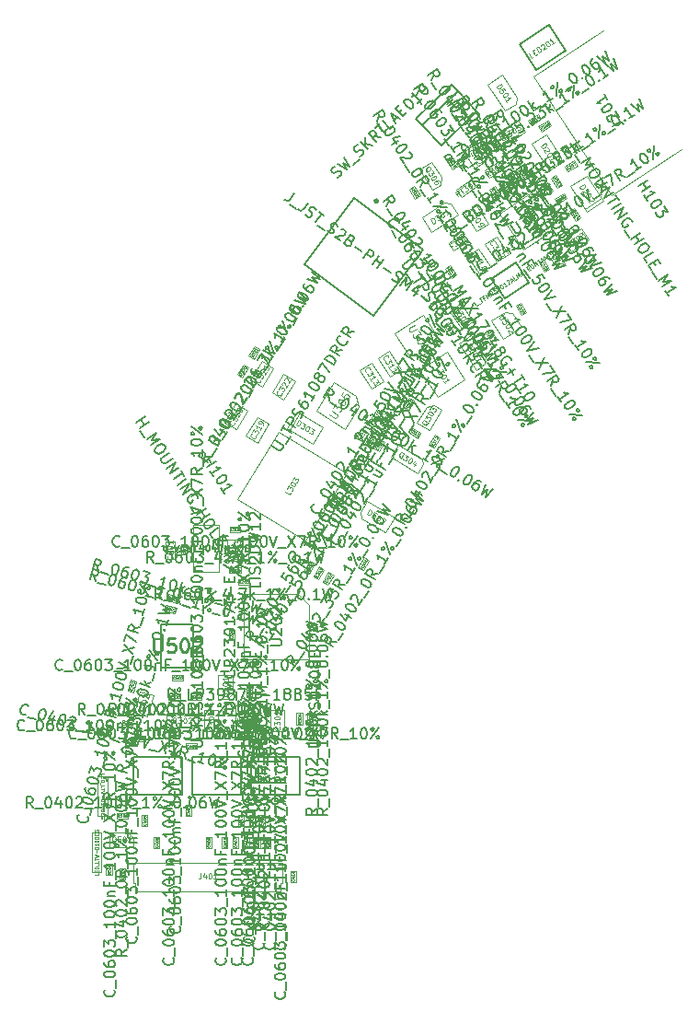
<source format=gbr>
%TF.GenerationSoftware,KiCad,Pcbnew,8.0.4*%
%TF.CreationDate,2024-09-02T19:36:39+02:00*%
%TF.ProjectId,Zoka-MainBoard,5a6f6b61-2d4d-4616-996e-426f6172642e,rev?*%
%TF.SameCoordinates,Original*%
%TF.FileFunction,AssemblyDrawing,Top*%
%FSLAX46Y46*%
G04 Gerber Fmt 4.6, Leading zero omitted, Abs format (unit mm)*
G04 Created by KiCad (PCBNEW 8.0.4) date 2024-09-02 19:36:39*
%MOMM*%
%LPD*%
G01*
G04 APERTURE LIST*
%ADD10C,0.075000*%
%ADD11C,0.150000*%
%ADD12C,0.040000*%
%ADD13C,0.090000*%
%ADD14C,0.080000*%
%ADD15C,0.100000*%
%ADD16C,0.060000*%
%ADD17C,0.254000*%
%ADD18C,0.127000*%
%ADD19C,0.050000*%
%ADD20C,0.300000*%
%ADD21C,0.200000*%
G04 APERTURE END LIST*
D10*
X182923486Y-47462990D02*
X182653278Y-47355963D01*
X182684958Y-47620270D02*
X182409718Y-47202846D01*
X182409718Y-47202846D02*
X182568737Y-47097992D01*
X182568737Y-47097992D02*
X182621598Y-47091656D01*
X182621598Y-47091656D02*
X182654582Y-47098427D01*
X182654582Y-47098427D02*
X182700673Y-47125075D01*
X182700673Y-47125075D02*
X182739993Y-47184707D01*
X182739993Y-47184707D02*
X182746329Y-47237568D01*
X182746329Y-47237568D02*
X182739558Y-47270552D01*
X182739558Y-47270552D02*
X182712910Y-47316643D01*
X182712910Y-47316643D02*
X182553892Y-47421496D01*
X182787387Y-46953819D02*
X183045793Y-46783432D01*
X183045793Y-46783432D02*
X183011505Y-47034197D01*
X183011505Y-47034197D02*
X183071137Y-46994877D01*
X183071137Y-46994877D02*
X183123998Y-46988541D01*
X183123998Y-46988541D02*
X183156982Y-46995312D01*
X183156982Y-46995312D02*
X183203073Y-47021960D01*
X183203073Y-47021960D02*
X183268606Y-47121347D01*
X183268606Y-47121347D02*
X183274942Y-47174208D01*
X183274942Y-47174208D02*
X183268172Y-47207192D01*
X183268172Y-47207192D02*
X183241524Y-47253283D01*
X183241524Y-47253283D02*
X183122260Y-47331923D01*
X183122260Y-47331923D02*
X183069398Y-47338259D01*
X183069398Y-47338259D02*
X183036414Y-47331488D01*
X183304198Y-46613045D02*
X183343952Y-46586832D01*
X183343952Y-46586832D02*
X183396814Y-46580496D01*
X183396814Y-46580496D02*
X183429798Y-46587267D01*
X183429798Y-46587267D02*
X183475888Y-46613915D01*
X183475888Y-46613915D02*
X183548192Y-46680317D01*
X183548192Y-46680317D02*
X183613726Y-46779704D01*
X183613726Y-46779704D02*
X183646275Y-46872320D01*
X183646275Y-46872320D02*
X183652611Y-46925181D01*
X183652611Y-46925181D02*
X183645841Y-46958165D01*
X183645841Y-46958165D02*
X183619193Y-47004256D01*
X183619193Y-47004256D02*
X183579438Y-47030469D01*
X183579438Y-47030469D02*
X183526577Y-47036805D01*
X183526577Y-47036805D02*
X183493593Y-47030035D01*
X183493593Y-47030035D02*
X183447502Y-47003387D01*
X183447502Y-47003387D02*
X183375198Y-46936984D01*
X183375198Y-46936984D02*
X183309664Y-46837597D01*
X183309664Y-46837597D02*
X183277115Y-46744981D01*
X183277115Y-46744981D02*
X183270779Y-46692120D01*
X183270779Y-46692120D02*
X183277550Y-46659136D01*
X183277550Y-46659136D02*
X183304198Y-46613045D01*
X183917352Y-46807656D02*
X183996861Y-46755229D01*
X183996861Y-46755229D02*
X184023509Y-46709138D01*
X184023509Y-46709138D02*
X184030280Y-46676154D01*
X184030280Y-46676154D02*
X184030715Y-46590309D01*
X184030715Y-46590309D02*
X183998165Y-46497693D01*
X183998165Y-46497693D02*
X183893312Y-46338674D01*
X183893312Y-46338674D02*
X183847221Y-46312026D01*
X183847221Y-46312026D02*
X183814237Y-46305256D01*
X183814237Y-46305256D02*
X183761376Y-46311592D01*
X183761376Y-46311592D02*
X183681866Y-46364019D01*
X183681866Y-46364019D02*
X183655218Y-46410109D01*
X183655218Y-46410109D02*
X183648448Y-46443093D01*
X183648448Y-46443093D02*
X183654784Y-46495955D01*
X183654784Y-46495955D02*
X183720317Y-46595341D01*
X183720317Y-46595341D02*
X183766408Y-46621989D01*
X183766408Y-46621989D02*
X183799392Y-46628760D01*
X183799392Y-46628760D02*
X183852253Y-46622424D01*
X183852253Y-46622424D02*
X183931763Y-46569997D01*
X183931763Y-46569997D02*
X183958411Y-46523906D01*
X183958411Y-46523906D02*
X183965181Y-46490922D01*
X183965181Y-46490922D02*
X183958845Y-46438061D01*
D11*
X148432039Y-97068275D02*
X148098706Y-96592084D01*
X147860611Y-97068275D02*
X147860611Y-96068275D01*
X147860611Y-96068275D02*
X148241563Y-96068275D01*
X148241563Y-96068275D02*
X148336801Y-96115894D01*
X148336801Y-96115894D02*
X148384420Y-96163513D01*
X148384420Y-96163513D02*
X148432039Y-96258751D01*
X148432039Y-96258751D02*
X148432039Y-96401608D01*
X148432039Y-96401608D02*
X148384420Y-96496846D01*
X148384420Y-96496846D02*
X148336801Y-96544465D01*
X148336801Y-96544465D02*
X148241563Y-96592084D01*
X148241563Y-96592084D02*
X147860611Y-96592084D01*
X148622516Y-97163513D02*
X149384420Y-97163513D01*
X149812992Y-96068275D02*
X149908230Y-96068275D01*
X149908230Y-96068275D02*
X150003468Y-96115894D01*
X150003468Y-96115894D02*
X150051087Y-96163513D01*
X150051087Y-96163513D02*
X150098706Y-96258751D01*
X150098706Y-96258751D02*
X150146325Y-96449227D01*
X150146325Y-96449227D02*
X150146325Y-96687322D01*
X150146325Y-96687322D02*
X150098706Y-96877798D01*
X150098706Y-96877798D02*
X150051087Y-96973036D01*
X150051087Y-96973036D02*
X150003468Y-97020656D01*
X150003468Y-97020656D02*
X149908230Y-97068275D01*
X149908230Y-97068275D02*
X149812992Y-97068275D01*
X149812992Y-97068275D02*
X149717754Y-97020656D01*
X149717754Y-97020656D02*
X149670135Y-96973036D01*
X149670135Y-96973036D02*
X149622516Y-96877798D01*
X149622516Y-96877798D02*
X149574897Y-96687322D01*
X149574897Y-96687322D02*
X149574897Y-96449227D01*
X149574897Y-96449227D02*
X149622516Y-96258751D01*
X149622516Y-96258751D02*
X149670135Y-96163513D01*
X149670135Y-96163513D02*
X149717754Y-96115894D01*
X149717754Y-96115894D02*
X149812992Y-96068275D01*
X151003468Y-96401608D02*
X151003468Y-97068275D01*
X150765373Y-96020656D02*
X150527278Y-96734941D01*
X150527278Y-96734941D02*
X151146325Y-96734941D01*
X151717754Y-96068275D02*
X151812992Y-96068275D01*
X151812992Y-96068275D02*
X151908230Y-96115894D01*
X151908230Y-96115894D02*
X151955849Y-96163513D01*
X151955849Y-96163513D02*
X152003468Y-96258751D01*
X152003468Y-96258751D02*
X152051087Y-96449227D01*
X152051087Y-96449227D02*
X152051087Y-96687322D01*
X152051087Y-96687322D02*
X152003468Y-96877798D01*
X152003468Y-96877798D02*
X151955849Y-96973036D01*
X151955849Y-96973036D02*
X151908230Y-97020656D01*
X151908230Y-97020656D02*
X151812992Y-97068275D01*
X151812992Y-97068275D02*
X151717754Y-97068275D01*
X151717754Y-97068275D02*
X151622516Y-97020656D01*
X151622516Y-97020656D02*
X151574897Y-96973036D01*
X151574897Y-96973036D02*
X151527278Y-96877798D01*
X151527278Y-96877798D02*
X151479659Y-96687322D01*
X151479659Y-96687322D02*
X151479659Y-96449227D01*
X151479659Y-96449227D02*
X151527278Y-96258751D01*
X151527278Y-96258751D02*
X151574897Y-96163513D01*
X151574897Y-96163513D02*
X151622516Y-96115894D01*
X151622516Y-96115894D02*
X151717754Y-96068275D01*
X152432040Y-96163513D02*
X152479659Y-96115894D01*
X152479659Y-96115894D02*
X152574897Y-96068275D01*
X152574897Y-96068275D02*
X152812992Y-96068275D01*
X152812992Y-96068275D02*
X152908230Y-96115894D01*
X152908230Y-96115894D02*
X152955849Y-96163513D01*
X152955849Y-96163513D02*
X153003468Y-96258751D01*
X153003468Y-96258751D02*
X153003468Y-96353989D01*
X153003468Y-96353989D02*
X152955849Y-96496846D01*
X152955849Y-96496846D02*
X152384421Y-97068275D01*
X152384421Y-97068275D02*
X153003468Y-97068275D01*
X153193945Y-97163513D02*
X153955849Y-97163513D01*
X154384421Y-96068275D02*
X154479659Y-96068275D01*
X154479659Y-96068275D02*
X154574897Y-96115894D01*
X154574897Y-96115894D02*
X154622516Y-96163513D01*
X154622516Y-96163513D02*
X154670135Y-96258751D01*
X154670135Y-96258751D02*
X154717754Y-96449227D01*
X154717754Y-96449227D02*
X154717754Y-96687322D01*
X154717754Y-96687322D02*
X154670135Y-96877798D01*
X154670135Y-96877798D02*
X154622516Y-96973036D01*
X154622516Y-96973036D02*
X154574897Y-97020656D01*
X154574897Y-97020656D02*
X154479659Y-97068275D01*
X154479659Y-97068275D02*
X154384421Y-97068275D01*
X154384421Y-97068275D02*
X154289183Y-97020656D01*
X154289183Y-97020656D02*
X154241564Y-96973036D01*
X154241564Y-96973036D02*
X154193945Y-96877798D01*
X154193945Y-96877798D02*
X154146326Y-96687322D01*
X154146326Y-96687322D02*
X154146326Y-96449227D01*
X154146326Y-96449227D02*
X154193945Y-96258751D01*
X154193945Y-96258751D02*
X154241564Y-96163513D01*
X154241564Y-96163513D02*
X154289183Y-96115894D01*
X154289183Y-96115894D02*
X154384421Y-96068275D01*
X155717754Y-97068275D02*
X155384421Y-96592084D01*
X155146326Y-97068275D02*
X155146326Y-96068275D01*
X155146326Y-96068275D02*
X155527278Y-96068275D01*
X155527278Y-96068275D02*
X155622516Y-96115894D01*
X155622516Y-96115894D02*
X155670135Y-96163513D01*
X155670135Y-96163513D02*
X155717754Y-96258751D01*
X155717754Y-96258751D02*
X155717754Y-96401608D01*
X155717754Y-96401608D02*
X155670135Y-96496846D01*
X155670135Y-96496846D02*
X155622516Y-96544465D01*
X155622516Y-96544465D02*
X155527278Y-96592084D01*
X155527278Y-96592084D02*
X155146326Y-96592084D01*
X155908231Y-97163513D02*
X156670135Y-97163513D01*
X157432040Y-97068275D02*
X156860612Y-97068275D01*
X157146326Y-97068275D02*
X157146326Y-96068275D01*
X157146326Y-96068275D02*
X157051088Y-96211132D01*
X157051088Y-96211132D02*
X156955850Y-96306370D01*
X156955850Y-96306370D02*
X156860612Y-96353989D01*
X157812993Y-97068275D02*
X158574897Y-96068275D01*
X157955850Y-96068275D02*
X158051088Y-96115894D01*
X158051088Y-96115894D02*
X158098707Y-96211132D01*
X158098707Y-96211132D02*
X158051088Y-96306370D01*
X158051088Y-96306370D02*
X157955850Y-96353989D01*
X157955850Y-96353989D02*
X157860612Y-96306370D01*
X157860612Y-96306370D02*
X157812993Y-96211132D01*
X157812993Y-96211132D02*
X157860612Y-96115894D01*
X157860612Y-96115894D02*
X157955850Y-96068275D01*
X158527278Y-97020656D02*
X158574897Y-96925417D01*
X158574897Y-96925417D02*
X158527278Y-96830179D01*
X158527278Y-96830179D02*
X158432040Y-96782560D01*
X158432040Y-96782560D02*
X158336802Y-96830179D01*
X158336802Y-96830179D02*
X158289183Y-96925417D01*
X158289183Y-96925417D02*
X158336802Y-97020656D01*
X158336802Y-97020656D02*
X158432040Y-97068275D01*
X158432040Y-97068275D02*
X158527278Y-97020656D01*
X158765374Y-97163513D02*
X159527278Y-97163513D01*
X159955850Y-96068275D02*
X160051088Y-96068275D01*
X160051088Y-96068275D02*
X160146326Y-96115894D01*
X160146326Y-96115894D02*
X160193945Y-96163513D01*
X160193945Y-96163513D02*
X160241564Y-96258751D01*
X160241564Y-96258751D02*
X160289183Y-96449227D01*
X160289183Y-96449227D02*
X160289183Y-96687322D01*
X160289183Y-96687322D02*
X160241564Y-96877798D01*
X160241564Y-96877798D02*
X160193945Y-96973036D01*
X160193945Y-96973036D02*
X160146326Y-97020656D01*
X160146326Y-97020656D02*
X160051088Y-97068275D01*
X160051088Y-97068275D02*
X159955850Y-97068275D01*
X159955850Y-97068275D02*
X159860612Y-97020656D01*
X159860612Y-97020656D02*
X159812993Y-96973036D01*
X159812993Y-96973036D02*
X159765374Y-96877798D01*
X159765374Y-96877798D02*
X159717755Y-96687322D01*
X159717755Y-96687322D02*
X159717755Y-96449227D01*
X159717755Y-96449227D02*
X159765374Y-96258751D01*
X159765374Y-96258751D02*
X159812993Y-96163513D01*
X159812993Y-96163513D02*
X159860612Y-96115894D01*
X159860612Y-96115894D02*
X159955850Y-96068275D01*
X160717755Y-96973036D02*
X160765374Y-97020656D01*
X160765374Y-97020656D02*
X160717755Y-97068275D01*
X160717755Y-97068275D02*
X160670136Y-97020656D01*
X160670136Y-97020656D02*
X160717755Y-96973036D01*
X160717755Y-96973036D02*
X160717755Y-97068275D01*
X161384421Y-96068275D02*
X161479659Y-96068275D01*
X161479659Y-96068275D02*
X161574897Y-96115894D01*
X161574897Y-96115894D02*
X161622516Y-96163513D01*
X161622516Y-96163513D02*
X161670135Y-96258751D01*
X161670135Y-96258751D02*
X161717754Y-96449227D01*
X161717754Y-96449227D02*
X161717754Y-96687322D01*
X161717754Y-96687322D02*
X161670135Y-96877798D01*
X161670135Y-96877798D02*
X161622516Y-96973036D01*
X161622516Y-96973036D02*
X161574897Y-97020656D01*
X161574897Y-97020656D02*
X161479659Y-97068275D01*
X161479659Y-97068275D02*
X161384421Y-97068275D01*
X161384421Y-97068275D02*
X161289183Y-97020656D01*
X161289183Y-97020656D02*
X161241564Y-96973036D01*
X161241564Y-96973036D02*
X161193945Y-96877798D01*
X161193945Y-96877798D02*
X161146326Y-96687322D01*
X161146326Y-96687322D02*
X161146326Y-96449227D01*
X161146326Y-96449227D02*
X161193945Y-96258751D01*
X161193945Y-96258751D02*
X161241564Y-96163513D01*
X161241564Y-96163513D02*
X161289183Y-96115894D01*
X161289183Y-96115894D02*
X161384421Y-96068275D01*
X162574897Y-96068275D02*
X162384421Y-96068275D01*
X162384421Y-96068275D02*
X162289183Y-96115894D01*
X162289183Y-96115894D02*
X162241564Y-96163513D01*
X162241564Y-96163513D02*
X162146326Y-96306370D01*
X162146326Y-96306370D02*
X162098707Y-96496846D01*
X162098707Y-96496846D02*
X162098707Y-96877798D01*
X162098707Y-96877798D02*
X162146326Y-96973036D01*
X162146326Y-96973036D02*
X162193945Y-97020656D01*
X162193945Y-97020656D02*
X162289183Y-97068275D01*
X162289183Y-97068275D02*
X162479659Y-97068275D01*
X162479659Y-97068275D02*
X162574897Y-97020656D01*
X162574897Y-97020656D02*
X162622516Y-96973036D01*
X162622516Y-96973036D02*
X162670135Y-96877798D01*
X162670135Y-96877798D02*
X162670135Y-96639703D01*
X162670135Y-96639703D02*
X162622516Y-96544465D01*
X162622516Y-96544465D02*
X162574897Y-96496846D01*
X162574897Y-96496846D02*
X162479659Y-96449227D01*
X162479659Y-96449227D02*
X162289183Y-96449227D01*
X162289183Y-96449227D02*
X162193945Y-96496846D01*
X162193945Y-96496846D02*
X162146326Y-96544465D01*
X162146326Y-96544465D02*
X162098707Y-96639703D01*
X163003469Y-96068275D02*
X163241564Y-97068275D01*
X163241564Y-97068275D02*
X163432040Y-96353989D01*
X163432040Y-96353989D02*
X163622516Y-97068275D01*
X163622516Y-97068275D02*
X163860612Y-96068275D01*
D12*
X155522040Y-95561656D02*
X155435373Y-95437847D01*
X155373468Y-95561656D02*
X155373468Y-95301656D01*
X155373468Y-95301656D02*
X155472516Y-95301656D01*
X155472516Y-95301656D02*
X155497278Y-95314037D01*
X155497278Y-95314037D02*
X155509659Y-95326418D01*
X155509659Y-95326418D02*
X155522040Y-95351180D01*
X155522040Y-95351180D02*
X155522040Y-95388323D01*
X155522040Y-95388323D02*
X155509659Y-95413085D01*
X155509659Y-95413085D02*
X155497278Y-95425466D01*
X155497278Y-95425466D02*
X155472516Y-95437847D01*
X155472516Y-95437847D02*
X155373468Y-95437847D01*
X155608706Y-95301656D02*
X155769659Y-95301656D01*
X155769659Y-95301656D02*
X155682992Y-95400704D01*
X155682992Y-95400704D02*
X155720135Y-95400704D01*
X155720135Y-95400704D02*
X155744897Y-95413085D01*
X155744897Y-95413085D02*
X155757278Y-95425466D01*
X155757278Y-95425466D02*
X155769659Y-95450228D01*
X155769659Y-95450228D02*
X155769659Y-95512133D01*
X155769659Y-95512133D02*
X155757278Y-95536895D01*
X155757278Y-95536895D02*
X155744897Y-95549276D01*
X155744897Y-95549276D02*
X155720135Y-95561656D01*
X155720135Y-95561656D02*
X155645849Y-95561656D01*
X155645849Y-95561656D02*
X155621087Y-95549276D01*
X155621087Y-95549276D02*
X155608706Y-95536895D01*
X155930611Y-95301656D02*
X155955373Y-95301656D01*
X155955373Y-95301656D02*
X155980135Y-95314037D01*
X155980135Y-95314037D02*
X155992516Y-95326418D01*
X155992516Y-95326418D02*
X156004897Y-95351180D01*
X156004897Y-95351180D02*
X156017278Y-95400704D01*
X156017278Y-95400704D02*
X156017278Y-95462609D01*
X156017278Y-95462609D02*
X156004897Y-95512133D01*
X156004897Y-95512133D02*
X155992516Y-95536895D01*
X155992516Y-95536895D02*
X155980135Y-95549276D01*
X155980135Y-95549276D02*
X155955373Y-95561656D01*
X155955373Y-95561656D02*
X155930611Y-95561656D01*
X155930611Y-95561656D02*
X155905849Y-95549276D01*
X155905849Y-95549276D02*
X155893468Y-95536895D01*
X155893468Y-95536895D02*
X155881087Y-95512133D01*
X155881087Y-95512133D02*
X155868706Y-95462609D01*
X155868706Y-95462609D02*
X155868706Y-95400704D01*
X155868706Y-95400704D02*
X155881087Y-95351180D01*
X155881087Y-95351180D02*
X155893468Y-95326418D01*
X155893468Y-95326418D02*
X155905849Y-95314037D01*
X155905849Y-95314037D02*
X155930611Y-95301656D01*
X156103944Y-95301656D02*
X156277278Y-95301656D01*
X156277278Y-95301656D02*
X156165849Y-95561656D01*
D13*
X181747533Y-59378099D02*
X181591019Y-59481301D01*
X181591019Y-59481301D02*
X181370826Y-59147362D01*
X181799806Y-59389262D02*
X182050230Y-59224138D01*
X181840370Y-58837755D02*
X182028187Y-58713912D01*
X182154471Y-59109773D02*
X181934278Y-58775834D01*
X182352161Y-58728447D02*
X182242601Y-58800689D01*
X182357940Y-58975610D02*
X182137748Y-58641670D01*
X182137748Y-58641670D02*
X182294262Y-58538468D01*
X182639666Y-58789845D02*
X182419474Y-58455906D01*
X182419474Y-58455906D02*
X182686314Y-58622193D01*
X182686314Y-58622193D02*
X182638594Y-58311423D01*
X182638594Y-58311423D02*
X182858786Y-58645362D01*
X182800428Y-58250345D02*
X182805594Y-58224123D01*
X182805594Y-58224123D02*
X182826411Y-58187580D01*
X182826411Y-58187580D02*
X182904669Y-58135979D01*
X182904669Y-58135979D02*
X182946457Y-58131241D01*
X182946457Y-58131241D02*
X182972594Y-58136822D01*
X182972594Y-58136822D02*
X183009216Y-58158306D01*
X183009216Y-58158306D02*
X183030187Y-58190109D01*
X183030187Y-58190109D02*
X183045991Y-58248135D01*
X183045991Y-58248135D02*
X182983998Y-58562800D01*
X182983998Y-58562800D02*
X183187467Y-58428637D01*
X183264652Y-57898614D02*
X183108137Y-58001816D01*
X183108137Y-58001816D02*
X183197339Y-58171155D01*
X183197339Y-58171155D02*
X183202505Y-58144933D01*
X183202505Y-58144933D02*
X183223323Y-58108391D01*
X183223323Y-58108391D02*
X183301580Y-58056790D01*
X183301580Y-58056790D02*
X183343368Y-58052051D01*
X183343368Y-58052051D02*
X183369505Y-58057633D01*
X183369505Y-58057633D02*
X183406127Y-58079116D01*
X183406127Y-58079116D02*
X183458554Y-58158626D01*
X183458554Y-58158626D02*
X183463873Y-58200749D01*
X183463873Y-58200749D02*
X183458707Y-58226972D01*
X183458707Y-58226972D02*
X183437890Y-58263514D01*
X183437890Y-58263514D02*
X183359632Y-58315115D01*
X183359632Y-58315115D02*
X183317844Y-58319854D01*
X183317844Y-58319854D02*
X183291707Y-58314272D01*
X183426485Y-57837536D02*
X183431651Y-57811314D01*
X183431651Y-57811314D02*
X183452469Y-57774772D01*
X183452469Y-57774772D02*
X183530726Y-57723170D01*
X183530726Y-57723170D02*
X183572514Y-57718432D01*
X183572514Y-57718432D02*
X183598651Y-57724013D01*
X183598651Y-57724013D02*
X183635273Y-57745497D01*
X183635273Y-57745497D02*
X183656244Y-57777301D01*
X183656244Y-57777301D02*
X183672049Y-57835326D01*
X183672049Y-57835326D02*
X183610055Y-58149992D01*
X183610055Y-58149992D02*
X183813524Y-58015829D01*
X183796800Y-57547727D02*
X183828103Y-57527086D01*
X183828103Y-57527086D02*
X183869892Y-57522348D01*
X183869892Y-57522348D02*
X183896028Y-57527929D01*
X183896028Y-57527929D02*
X183932651Y-57549413D01*
X183932651Y-57549413D02*
X183990243Y-57602700D01*
X183990243Y-57602700D02*
X184042670Y-57682209D01*
X184042670Y-57682209D02*
X184068960Y-57756137D01*
X184068960Y-57756137D02*
X184074279Y-57798261D01*
X184074279Y-57798261D02*
X184069113Y-57824483D01*
X184069113Y-57824483D02*
X184048296Y-57861025D01*
X184048296Y-57861025D02*
X184016993Y-57881666D01*
X184016993Y-57881666D02*
X183975204Y-57886404D01*
X183975204Y-57886404D02*
X183949068Y-57880823D01*
X183949068Y-57880823D02*
X183912446Y-57859339D01*
X183912446Y-57859339D02*
X183854853Y-57806052D01*
X183854853Y-57806052D02*
X183802426Y-57726543D01*
X183802426Y-57726543D02*
X183776136Y-57652615D01*
X183776136Y-57652615D02*
X183770817Y-57610491D01*
X183770817Y-57610491D02*
X183775983Y-57584269D01*
X183775983Y-57584269D02*
X183796800Y-57547727D01*
X184439582Y-57603020D02*
X184251764Y-57726863D01*
X184345673Y-57664941D02*
X184125481Y-57331002D01*
X184125481Y-57331002D02*
X184125634Y-57399348D01*
X184125634Y-57399348D02*
X184115302Y-57451792D01*
X184115302Y-57451792D02*
X184094484Y-57488335D01*
X184365571Y-57218323D02*
X184370737Y-57192101D01*
X184370737Y-57192101D02*
X184391555Y-57155558D01*
X184391555Y-57155558D02*
X184469812Y-57103957D01*
X184469812Y-57103957D02*
X184511600Y-57099219D01*
X184511600Y-57099219D02*
X184537737Y-57104800D01*
X184537737Y-57104800D02*
X184574359Y-57126284D01*
X184574359Y-57126284D02*
X184595330Y-57158087D01*
X184595330Y-57158087D02*
X184611135Y-57216113D01*
X184611135Y-57216113D02*
X184549141Y-57530778D01*
X184549141Y-57530778D02*
X184752610Y-57396615D01*
X184814910Y-57218643D02*
X184971424Y-57115440D01*
X184846519Y-57334694D02*
X184735887Y-56928513D01*
X184735887Y-56928513D02*
X185065639Y-57190211D01*
X185331714Y-57014767D02*
X185175199Y-57117969D01*
X185175199Y-57117969D02*
X184955007Y-56784030D01*
X185441274Y-56942526D02*
X185221081Y-56608587D01*
X185221081Y-56608587D02*
X185487922Y-56774873D01*
X185487922Y-56774873D02*
X185440202Y-56464103D01*
X185440202Y-56464103D02*
X185660394Y-56798042D01*
X185738345Y-56609749D02*
X185894859Y-56506547D01*
X185769954Y-56725801D02*
X185659322Y-56319620D01*
X185659322Y-56319620D02*
X185989074Y-56581318D01*
X186270800Y-56395553D02*
X186082983Y-56519396D01*
X186176892Y-56457475D02*
X185956699Y-56123536D01*
X185956699Y-56123536D02*
X185956852Y-56191882D01*
X185956852Y-56191882D02*
X185946520Y-56244326D01*
X185946520Y-56244326D02*
X185925703Y-56280868D01*
X186599480Y-56178829D02*
X186385067Y-56092052D01*
X186411663Y-56302672D02*
X186191471Y-55968732D01*
X186191471Y-55968732D02*
X186316682Y-55886171D01*
X186316682Y-55886171D02*
X186358471Y-55881432D01*
X186358471Y-55881432D02*
X186384607Y-55887014D01*
X186384607Y-55887014D02*
X186421230Y-55908497D01*
X186421230Y-55908497D02*
X186452686Y-55956203D01*
X186452686Y-55956203D02*
X186458005Y-55998327D01*
X186458005Y-55998327D02*
X186452839Y-56024549D01*
X186452839Y-56024549D02*
X186432021Y-56061091D01*
X186432021Y-56061091D02*
X186306810Y-56143653D01*
X186582757Y-55710727D02*
X186614060Y-55690086D01*
X186614060Y-55690086D02*
X186655848Y-55685348D01*
X186655848Y-55685348D02*
X186681985Y-55690929D01*
X186681985Y-55690929D02*
X186718607Y-55712413D01*
X186718607Y-55712413D02*
X186776200Y-55765700D01*
X186776200Y-55765700D02*
X186828627Y-55845209D01*
X186828627Y-55845209D02*
X186854917Y-55919137D01*
X186854917Y-55919137D02*
X186860236Y-55961261D01*
X186860236Y-55961261D02*
X186855070Y-55987483D01*
X186855070Y-55987483D02*
X186834252Y-56024025D01*
X186834252Y-56024025D02*
X186802949Y-56044666D01*
X186802949Y-56044666D02*
X186761161Y-56049404D01*
X186761161Y-56049404D02*
X186735024Y-56043823D01*
X186735024Y-56043823D02*
X186698402Y-56022339D01*
X186698402Y-56022339D02*
X186640809Y-55969052D01*
X186640809Y-55969052D02*
X186588383Y-55889543D01*
X186588383Y-55889543D02*
X186562093Y-55815615D01*
X186562093Y-55815615D02*
X186556773Y-55773491D01*
X186556773Y-55773491D02*
X186561939Y-55747269D01*
X186561939Y-55747269D02*
X186582757Y-55710727D01*
X187053372Y-55879542D02*
X186833180Y-55545603D01*
X186833180Y-55545603D02*
X187100020Y-55711890D01*
X187100020Y-55711890D02*
X187052300Y-55401120D01*
X187052300Y-55401120D02*
X187272493Y-55735059D01*
X187161860Y-55328878D02*
X187349678Y-55205036D01*
X187475961Y-55600896D02*
X187255769Y-55266957D01*
X187600867Y-55381642D02*
X187757381Y-55278440D01*
X187632476Y-55497694D02*
X187521844Y-55091513D01*
X187521844Y-55091513D02*
X187851596Y-55353210D01*
X187882593Y-55195878D02*
X188039108Y-55092676D01*
X187914202Y-55311930D02*
X187803570Y-54905749D01*
X187803570Y-54905749D02*
X188133323Y-55167446D01*
D10*
X159332659Y-70248035D02*
X159340462Y-70280790D01*
X159340462Y-70280790D02*
X159323314Y-70354104D01*
X159323314Y-70354104D02*
X159298362Y-70394662D01*
X159298362Y-70394662D02*
X159240655Y-70443024D01*
X159240655Y-70443024D02*
X159175145Y-70458631D01*
X159175145Y-70458631D02*
X159122111Y-70453958D01*
X159122111Y-70453958D02*
X159028518Y-70424334D01*
X159028518Y-70424334D02*
X158967680Y-70386906D01*
X158967680Y-70386906D02*
X158899039Y-70316724D01*
X158899039Y-70316724D02*
X158870957Y-70271493D01*
X158870957Y-70271493D02*
X158855350Y-70205983D01*
X158855350Y-70205983D02*
X158872499Y-70132669D01*
X158872499Y-70132669D02*
X158897450Y-70092111D01*
X158897450Y-70092111D02*
X158955157Y-70043749D01*
X158955157Y-70043749D02*
X158987912Y-70035946D01*
X159034685Y-69869039D02*
X159196871Y-69605410D01*
X159196871Y-69605410D02*
X159271773Y-69847171D01*
X159271773Y-69847171D02*
X159309201Y-69786333D01*
X159309201Y-69786333D02*
X159354432Y-69758251D01*
X159354432Y-69758251D02*
X159387187Y-69750447D01*
X159387187Y-69750447D02*
X159440221Y-69755120D01*
X159440221Y-69755120D02*
X159541617Y-69817499D01*
X159541617Y-69817499D02*
X159569700Y-69862730D01*
X159569700Y-69862730D02*
X159577503Y-69895485D01*
X159577503Y-69895485D02*
X159572831Y-69948519D01*
X159572831Y-69948519D02*
X159497976Y-70070195D01*
X159497976Y-70070195D02*
X159452745Y-70098277D01*
X159452745Y-70098277D02*
X159419990Y-70106081D01*
X159337236Y-69468128D02*
X159329432Y-69435373D01*
X159329432Y-69435373D02*
X159334105Y-69382339D01*
X159334105Y-69382339D02*
X159396484Y-69280943D01*
X159396484Y-69280943D02*
X159441715Y-69252860D01*
X159441715Y-69252860D02*
X159474470Y-69245057D01*
X159474470Y-69245057D02*
X159527504Y-69249729D01*
X159527504Y-69249729D02*
X159568063Y-69274681D01*
X159568063Y-69274681D02*
X159616425Y-69332388D01*
X159616425Y-69332388D02*
X159710065Y-69725448D01*
X159710065Y-69725448D02*
X159872251Y-69461819D01*
X159608573Y-68936196D02*
X159633525Y-68895638D01*
X159633525Y-68895638D02*
X159678756Y-68867555D01*
X159678756Y-68867555D02*
X159711511Y-68859752D01*
X159711511Y-68859752D02*
X159764545Y-68864425D01*
X159764545Y-68864425D02*
X159858138Y-68894049D01*
X159858138Y-68894049D02*
X159959534Y-68956428D01*
X159959534Y-68956428D02*
X160028175Y-69026611D01*
X160028175Y-69026611D02*
X160056258Y-69071842D01*
X160056258Y-69071842D02*
X160064061Y-69104597D01*
X160064061Y-69104597D02*
X160059389Y-69157631D01*
X160059389Y-69157631D02*
X160034437Y-69198189D01*
X160034437Y-69198189D02*
X159989206Y-69226272D01*
X159989206Y-69226272D02*
X159956451Y-69234075D01*
X159956451Y-69234075D02*
X159903417Y-69229403D01*
X159903417Y-69229403D02*
X159809824Y-69199779D01*
X159809824Y-69199779D02*
X159708428Y-69137399D01*
X159708428Y-69137399D02*
X159639787Y-69067217D01*
X159639787Y-69067217D02*
X159611704Y-69021986D01*
X159611704Y-69021986D02*
X159603901Y-68989231D01*
X159603901Y-68989231D02*
X159608573Y-68936196D01*
D11*
X173337955Y-50368632D02*
X173552008Y-49828216D01*
X173023395Y-49891577D02*
X173858242Y-49341096D01*
X173858242Y-49341096D02*
X174067949Y-49659133D01*
X174067949Y-49659133D02*
X174080622Y-49764856D01*
X174080622Y-49764856D02*
X174067080Y-49830824D01*
X174067080Y-49830824D02*
X174013784Y-49923005D01*
X174013784Y-49923005D02*
X173894520Y-50001645D01*
X173894520Y-50001645D02*
X173788798Y-50014317D01*
X173788798Y-50014317D02*
X173722830Y-50000776D01*
X173722830Y-50000776D02*
X173630648Y-49947480D01*
X173630648Y-49947480D02*
X173420941Y-49629443D01*
X173363299Y-50580078D02*
X173782713Y-51216152D01*
X174932991Y-50971037D02*
X174985417Y-51050546D01*
X174985417Y-51050546D02*
X174998090Y-51156269D01*
X174998090Y-51156269D02*
X174984548Y-51222237D01*
X174984548Y-51222237D02*
X174931252Y-51314418D01*
X174931252Y-51314418D02*
X174798447Y-51459027D01*
X174798447Y-51459027D02*
X174599674Y-51590093D01*
X174599674Y-51590093D02*
X174414442Y-51655192D01*
X174414442Y-51655192D02*
X174308719Y-51667864D01*
X174308719Y-51667864D02*
X174242751Y-51654323D01*
X174242751Y-51654323D02*
X174150570Y-51601027D01*
X174150570Y-51601027D02*
X174098143Y-51521518D01*
X174098143Y-51521518D02*
X174085471Y-51415795D01*
X174085471Y-51415795D02*
X174099012Y-51349827D01*
X174099012Y-51349827D02*
X174152308Y-51257646D01*
X174152308Y-51257646D02*
X174285113Y-51113038D01*
X174285113Y-51113038D02*
X174483887Y-50981971D01*
X174483887Y-50981971D02*
X174669119Y-50916872D01*
X174669119Y-50916872D02*
X174774841Y-50904200D01*
X174774841Y-50904200D02*
X174840809Y-50917741D01*
X174840809Y-50917741D02*
X174932991Y-50971037D01*
X175310042Y-52148397D02*
X174753477Y-52515384D01*
X175497013Y-51739917D02*
X174769626Y-51934344D01*
X174769626Y-51934344D02*
X175110400Y-52451155D01*
X175981526Y-52561224D02*
X176033952Y-52640733D01*
X176033952Y-52640733D02*
X176046624Y-52746456D01*
X176046624Y-52746456D02*
X176033083Y-52812424D01*
X176033083Y-52812424D02*
X175979787Y-52904605D01*
X175979787Y-52904605D02*
X175846982Y-53049213D01*
X175846982Y-53049213D02*
X175648209Y-53180280D01*
X175648209Y-53180280D02*
X175462977Y-53245379D01*
X175462977Y-53245379D02*
X175357254Y-53258051D01*
X175357254Y-53258051D02*
X175291286Y-53244510D01*
X175291286Y-53244510D02*
X175199104Y-53191214D01*
X175199104Y-53191214D02*
X175146678Y-53111704D01*
X175146678Y-53111704D02*
X175134006Y-53005982D01*
X175134006Y-53005982D02*
X175147547Y-52940014D01*
X175147547Y-52940014D02*
X175200843Y-52847832D01*
X175200843Y-52847832D02*
X175333648Y-52703224D01*
X175333648Y-52703224D02*
X175532421Y-52572157D01*
X175532421Y-52572157D02*
X175717653Y-52507058D01*
X175717653Y-52507058D02*
X175823376Y-52494386D01*
X175823376Y-52494386D02*
X175889344Y-52507928D01*
X175889344Y-52507928D02*
X175981526Y-52561224D01*
X176295217Y-53209970D02*
X176361185Y-53223512D01*
X176361185Y-53223512D02*
X176453366Y-53276807D01*
X176453366Y-53276807D02*
X176584433Y-53475581D01*
X176584433Y-53475581D02*
X176597105Y-53581303D01*
X176597105Y-53581303D02*
X176583564Y-53647271D01*
X176583564Y-53647271D02*
X176530268Y-53739453D01*
X176530268Y-53739453D02*
X176450759Y-53791880D01*
X176450759Y-53791880D02*
X176305281Y-53830765D01*
X176305281Y-53830765D02*
X175513665Y-53668270D01*
X175513665Y-53668270D02*
X175854439Y-54185080D01*
X175879783Y-54396526D02*
X176299197Y-55032600D01*
X176798120Y-55616248D02*
X176483560Y-55139192D01*
X176640840Y-55377720D02*
X177475688Y-54827239D01*
X177475688Y-54827239D02*
X177303997Y-54826370D01*
X177303997Y-54826370D02*
X177172061Y-54799288D01*
X177172061Y-54799288D02*
X177079880Y-54745992D01*
X177973742Y-55582578D02*
X178026168Y-55662087D01*
X178026168Y-55662087D02*
X178038841Y-55767810D01*
X178038841Y-55767810D02*
X178025299Y-55833778D01*
X178025299Y-55833778D02*
X177972003Y-55925959D01*
X177972003Y-55925959D02*
X177839198Y-56070568D01*
X177839198Y-56070568D02*
X177640425Y-56201634D01*
X177640425Y-56201634D02*
X177455193Y-56266733D01*
X177455193Y-56266733D02*
X177349470Y-56279405D01*
X177349470Y-56279405D02*
X177283502Y-56265864D01*
X177283502Y-56265864D02*
X177191321Y-56212568D01*
X177191321Y-56212568D02*
X177138894Y-56133059D01*
X177138894Y-56133059D02*
X177126222Y-56027336D01*
X177126222Y-56027336D02*
X177139763Y-55961368D01*
X177139763Y-55961368D02*
X177193059Y-55869187D01*
X177193059Y-55869187D02*
X177325864Y-55724579D01*
X177325864Y-55724579D02*
X177524638Y-55593512D01*
X177524638Y-55593512D02*
X177709870Y-55528413D01*
X177709870Y-55528413D02*
X177815592Y-55515741D01*
X177815592Y-55515741D02*
X177881560Y-55529282D01*
X177881560Y-55529282D02*
X177973742Y-55582578D01*
X178498009Y-56377671D02*
X178550436Y-56457181D01*
X178550436Y-56457181D02*
X178563108Y-56562903D01*
X178563108Y-56562903D02*
X178549567Y-56628871D01*
X178549567Y-56628871D02*
X178496271Y-56721053D01*
X178496271Y-56721053D02*
X178363465Y-56865661D01*
X178363465Y-56865661D02*
X178164692Y-56996728D01*
X178164692Y-56996728D02*
X177979460Y-57061827D01*
X177979460Y-57061827D02*
X177873737Y-57074499D01*
X177873737Y-57074499D02*
X177807769Y-57060957D01*
X177807769Y-57060957D02*
X177715588Y-57007661D01*
X177715588Y-57007661D02*
X177663161Y-56928152D01*
X177663161Y-56928152D02*
X177650489Y-56822429D01*
X177650489Y-56822429D02*
X177664031Y-56756461D01*
X177664031Y-56756461D02*
X177717326Y-56664280D01*
X177717326Y-56664280D02*
X177850132Y-56519672D01*
X177850132Y-56519672D02*
X178048905Y-56388605D01*
X178048905Y-56388605D02*
X178234137Y-56323506D01*
X178234137Y-56323506D02*
X178339860Y-56310834D01*
X178339860Y-56310834D02*
X178405828Y-56324375D01*
X178405828Y-56324375D02*
X178498009Y-56377671D01*
X178082575Y-57564227D02*
X178917423Y-57013746D01*
X178453039Y-57434029D02*
X178292282Y-57882264D01*
X178848847Y-57515277D02*
X178321103Y-57406946D01*
X178317626Y-58093709D02*
X178737040Y-58729784D01*
X179235964Y-59313432D02*
X178921403Y-58836376D01*
X179078683Y-59074904D02*
X179913531Y-58524423D01*
X179913531Y-58524423D02*
X179741841Y-58523554D01*
X179741841Y-58523554D02*
X179609905Y-58496472D01*
X179609905Y-58496472D02*
X179517723Y-58443176D01*
X179445671Y-59631469D02*
X180699932Y-59717063D01*
X180359159Y-59200253D02*
X180371831Y-59305975D01*
X180371831Y-59305975D02*
X180318535Y-59398157D01*
X180318535Y-59398157D02*
X180212812Y-59410829D01*
X180212812Y-59410829D02*
X180120631Y-59357533D01*
X180120631Y-59357533D02*
X180107959Y-59251810D01*
X180107959Y-59251810D02*
X180161255Y-59159629D01*
X180161255Y-59159629D02*
X180266977Y-59146957D01*
X180266977Y-59146957D02*
X180359159Y-59200253D01*
X179878626Y-60201576D02*
X179984349Y-60188904D01*
X179984349Y-60188904D02*
X180037644Y-60096722D01*
X180037644Y-60096722D02*
X180024972Y-59991000D01*
X180024972Y-59991000D02*
X179932791Y-59937704D01*
X179932791Y-59937704D02*
X179827068Y-59950376D01*
X179827068Y-59950376D02*
X179773772Y-60042557D01*
X179773772Y-60042557D02*
X179786444Y-60148280D01*
X179786444Y-60148280D02*
X179878626Y-60201576D01*
X179890429Y-60478989D02*
X180309843Y-61115064D01*
X181460120Y-60869948D02*
X181512547Y-60949458D01*
X181512547Y-60949458D02*
X181525219Y-61055180D01*
X181525219Y-61055180D02*
X181511678Y-61121148D01*
X181511678Y-61121148D02*
X181458382Y-61213330D01*
X181458382Y-61213330D02*
X181325576Y-61357938D01*
X181325576Y-61357938D02*
X181126803Y-61489005D01*
X181126803Y-61489005D02*
X180941571Y-61554104D01*
X180941571Y-61554104D02*
X180835848Y-61566776D01*
X180835848Y-61566776D02*
X180769880Y-61553234D01*
X180769880Y-61553234D02*
X180677699Y-61499938D01*
X180677699Y-61499938D02*
X180625272Y-61420429D01*
X180625272Y-61420429D02*
X180612600Y-61314706D01*
X180612600Y-61314706D02*
X180626141Y-61248738D01*
X180626141Y-61248738D02*
X180679437Y-61156557D01*
X180679437Y-61156557D02*
X180812243Y-61011949D01*
X180812243Y-61011949D02*
X181011016Y-60880882D01*
X181011016Y-60880882D02*
X181196248Y-60815783D01*
X181196248Y-60815783D02*
X181301971Y-60803111D01*
X181301971Y-60803111D02*
X181367939Y-60816652D01*
X181367939Y-60816652D02*
X181460120Y-60869948D01*
X181124196Y-62004077D02*
X181110654Y-62070045D01*
X181110654Y-62070045D02*
X181044686Y-62056504D01*
X181044686Y-62056504D02*
X181058227Y-61990536D01*
X181058227Y-61990536D02*
X181124196Y-62004077D01*
X181124196Y-62004077D02*
X181044686Y-62056504D01*
X182246521Y-62062588D02*
X182298948Y-62142097D01*
X182298948Y-62142097D02*
X182311620Y-62247820D01*
X182311620Y-62247820D02*
X182298078Y-62313788D01*
X182298078Y-62313788D02*
X182244783Y-62405969D01*
X182244783Y-62405969D02*
X182111977Y-62550577D01*
X182111977Y-62550577D02*
X181913204Y-62681644D01*
X181913204Y-62681644D02*
X181727972Y-62746743D01*
X181727972Y-62746743D02*
X181622249Y-62759415D01*
X181622249Y-62759415D02*
X181556281Y-62745874D01*
X181556281Y-62745874D02*
X181464100Y-62692578D01*
X181464100Y-62692578D02*
X181411673Y-62613069D01*
X181411673Y-62613069D02*
X181399001Y-62507346D01*
X181399001Y-62507346D02*
X181412542Y-62441378D01*
X181412542Y-62441378D02*
X181465838Y-62349196D01*
X181465838Y-62349196D02*
X181598644Y-62204588D01*
X181598644Y-62204588D02*
X181797417Y-62073521D01*
X181797417Y-62073521D02*
X181982649Y-62008423D01*
X181982649Y-62008423D02*
X182088372Y-61995751D01*
X182088372Y-61995751D02*
X182154340Y-62009292D01*
X182154340Y-62009292D02*
X182246521Y-62062588D01*
X182901855Y-63056454D02*
X182797002Y-62897436D01*
X182797002Y-62897436D02*
X182704820Y-62844140D01*
X182704820Y-62844140D02*
X182638852Y-62830599D01*
X182638852Y-62830599D02*
X182467162Y-62829729D01*
X182467162Y-62829729D02*
X182281930Y-62894828D01*
X182281930Y-62894828D02*
X181963892Y-63104535D01*
X181963892Y-63104535D02*
X181910596Y-63196716D01*
X181910596Y-63196716D02*
X181897055Y-63262684D01*
X181897055Y-63262684D02*
X181909727Y-63368407D01*
X181909727Y-63368407D02*
X182014581Y-63527426D01*
X182014581Y-63527426D02*
X182106762Y-63580722D01*
X182106762Y-63580722D02*
X182172730Y-63594263D01*
X182172730Y-63594263D02*
X182278453Y-63581591D01*
X182278453Y-63581591D02*
X182477226Y-63450524D01*
X182477226Y-63450524D02*
X182530522Y-63358343D01*
X182530522Y-63358343D02*
X182544063Y-63292375D01*
X182544063Y-63292375D02*
X182531391Y-63186652D01*
X182531391Y-63186652D02*
X182426538Y-63027633D01*
X182426538Y-63027633D02*
X182334356Y-62974337D01*
X182334356Y-62974337D02*
X182268388Y-62960796D01*
X182268388Y-62960796D02*
X182162666Y-62973468D01*
X183137776Y-63414246D02*
X182433995Y-64163500D01*
X182433995Y-64163500D02*
X183135168Y-63929319D01*
X183135168Y-63929319D02*
X182643701Y-64481538D01*
X182643701Y-64481538D02*
X183609616Y-64129830D01*
D12*
X178970501Y-56173924D02*
X179026155Y-56033416D01*
X178888716Y-56049890D02*
X179105776Y-55906765D01*
X179105776Y-55906765D02*
X179160300Y-55989455D01*
X179160300Y-55989455D02*
X179163595Y-56016942D01*
X179163595Y-56016942D02*
X179160074Y-56034094D01*
X179160074Y-56034094D02*
X179146217Y-56058061D01*
X179146217Y-56058061D02*
X179115208Y-56078508D01*
X179115208Y-56078508D02*
X179087720Y-56081802D01*
X179087720Y-56081802D02*
X179070569Y-56078282D01*
X179070569Y-56078282D02*
X179046602Y-56064425D01*
X179046602Y-56064425D02*
X178992078Y-55981735D01*
X179235270Y-56103153D02*
X179323871Y-56237524D01*
X179323871Y-56237524D02*
X179193473Y-56219694D01*
X179193473Y-56219694D02*
X179213920Y-56250703D01*
X179213920Y-56250703D02*
X179217214Y-56278190D01*
X179217214Y-56278190D02*
X179213694Y-56295342D01*
X179213694Y-56295342D02*
X179199837Y-56319309D01*
X179199837Y-56319309D02*
X179148156Y-56353387D01*
X179148156Y-56353387D02*
X179120668Y-56356681D01*
X179120668Y-56356681D02*
X179103516Y-56353161D01*
X179103516Y-56353161D02*
X179079549Y-56339304D01*
X179079549Y-56339304D02*
X179038656Y-56277286D01*
X179038656Y-56277286D02*
X179035361Y-56249799D01*
X179035361Y-56249799D02*
X179038882Y-56232647D01*
X179243120Y-56587373D02*
X179161335Y-56463338D01*
X179202227Y-56525356D02*
X179419288Y-56382231D01*
X179419288Y-56382231D02*
X179374648Y-56382005D01*
X179374648Y-56382005D02*
X179340345Y-56374963D01*
X179340345Y-56374963D02*
X179316378Y-56361106D01*
X179589675Y-56640636D02*
X179521520Y-56537274D01*
X179521520Y-56537274D02*
X179411342Y-56595092D01*
X179411342Y-56595092D02*
X179428494Y-56598613D01*
X179428494Y-56598613D02*
X179452461Y-56612470D01*
X179452461Y-56612470D02*
X179486539Y-56664151D01*
X179486539Y-56664151D02*
X179489833Y-56691639D01*
X179489833Y-56691639D02*
X179486313Y-56708791D01*
X179486313Y-56708791D02*
X179472456Y-56732758D01*
X179472456Y-56732758D02*
X179420775Y-56766835D01*
X179420775Y-56766835D02*
X179393287Y-56770130D01*
X179393287Y-56770130D02*
X179376135Y-56766609D01*
X179376135Y-56766609D02*
X179352168Y-56752752D01*
X179352168Y-56752752D02*
X179318091Y-56701071D01*
X179318091Y-56701071D02*
X179314796Y-56673583D01*
X179314796Y-56673583D02*
X179318317Y-56656431D01*
D11*
X152847332Y-81463284D02*
X152847332Y-81949924D01*
X152847332Y-81949924D02*
X152875958Y-82007176D01*
X152875958Y-82007176D02*
X152904584Y-82035802D01*
X152904584Y-82035802D02*
X152961835Y-82064427D01*
X152961835Y-82064427D02*
X153076339Y-82064427D01*
X153076339Y-82064427D02*
X153133590Y-82035802D01*
X153133590Y-82035802D02*
X153162216Y-82007176D01*
X153162216Y-82007176D02*
X153190842Y-81949924D01*
X153190842Y-81949924D02*
X153190842Y-81463284D01*
X153333972Y-82121679D02*
X153791985Y-82121679D01*
X153849237Y-81463284D02*
X154049618Y-82064427D01*
X154049618Y-82064427D02*
X154249999Y-81463284D01*
X154793890Y-82007176D02*
X154765264Y-82035802D01*
X154765264Y-82035802D02*
X154679387Y-82064427D01*
X154679387Y-82064427D02*
X154622135Y-82064427D01*
X154622135Y-82064427D02*
X154536257Y-82035802D01*
X154536257Y-82035802D02*
X154479006Y-81978550D01*
X154479006Y-81978550D02*
X154450380Y-81921298D01*
X154450380Y-81921298D02*
X154421754Y-81806795D01*
X154421754Y-81806795D02*
X154421754Y-81720917D01*
X154421754Y-81720917D02*
X154450380Y-81606414D01*
X154450380Y-81606414D02*
X154479006Y-81549162D01*
X154479006Y-81549162D02*
X154536257Y-81491910D01*
X154536257Y-81491910D02*
X154622135Y-81463284D01*
X154622135Y-81463284D02*
X154679387Y-81463284D01*
X154679387Y-81463284D02*
X154765264Y-81491910D01*
X154765264Y-81491910D02*
X154793890Y-81520536D01*
X155051523Y-82064427D02*
X155051523Y-81463284D01*
X155051523Y-81463284D02*
X155395033Y-82064427D01*
X155395033Y-82064427D02*
X155395033Y-81463284D01*
X155967550Y-82064427D02*
X155681292Y-82064427D01*
X155681292Y-82064427D02*
X155681292Y-81463284D01*
X156425565Y-81663665D02*
X156425565Y-82064427D01*
X156282435Y-81434659D02*
X156139306Y-81864046D01*
X156139306Y-81864046D02*
X156511442Y-81864046D01*
X156854952Y-81463284D02*
X156912204Y-81463284D01*
X156912204Y-81463284D02*
X156969456Y-81491910D01*
X156969456Y-81491910D02*
X156998082Y-81520536D01*
X156998082Y-81520536D02*
X157026707Y-81577788D01*
X157026707Y-81577788D02*
X157055333Y-81692291D01*
X157055333Y-81692291D02*
X157055333Y-81835421D01*
X157055333Y-81835421D02*
X157026707Y-81949924D01*
X157026707Y-81949924D02*
X156998082Y-82007176D01*
X156998082Y-82007176D02*
X156969456Y-82035802D01*
X156969456Y-82035802D02*
X156912204Y-82064427D01*
X156912204Y-82064427D02*
X156854952Y-82064427D01*
X156854952Y-82064427D02*
X156797701Y-82035802D01*
X156797701Y-82035802D02*
X156769075Y-82007176D01*
X156769075Y-82007176D02*
X156740449Y-81949924D01*
X156740449Y-81949924D02*
X156711823Y-81835421D01*
X156711823Y-81835421D02*
X156711823Y-81692291D01*
X156711823Y-81692291D02*
X156740449Y-81577788D01*
X156740449Y-81577788D02*
X156769075Y-81520536D01*
X156769075Y-81520536D02*
X156797701Y-81491910D01*
X156797701Y-81491910D02*
X156854952Y-81463284D01*
X157570599Y-81663665D02*
X157570599Y-82064427D01*
X157427469Y-81434659D02*
X157284340Y-81864046D01*
X157284340Y-81864046D02*
X157656476Y-81864046D01*
X157999986Y-81463284D02*
X158057238Y-81463284D01*
X158057238Y-81463284D02*
X158114490Y-81491910D01*
X158114490Y-81491910D02*
X158143116Y-81520536D01*
X158143116Y-81520536D02*
X158171741Y-81577788D01*
X158171741Y-81577788D02*
X158200367Y-81692291D01*
X158200367Y-81692291D02*
X158200367Y-81835421D01*
X158200367Y-81835421D02*
X158171741Y-81949924D01*
X158171741Y-81949924D02*
X158143116Y-82007176D01*
X158143116Y-82007176D02*
X158114490Y-82035802D01*
X158114490Y-82035802D02*
X158057238Y-82064427D01*
X158057238Y-82064427D02*
X157999986Y-82064427D01*
X157999986Y-82064427D02*
X157942735Y-82035802D01*
X157942735Y-82035802D02*
X157914109Y-82007176D01*
X157914109Y-82007176D02*
X157885483Y-81949924D01*
X157885483Y-81949924D02*
X157856857Y-81835421D01*
X157856857Y-81835421D02*
X157856857Y-81692291D01*
X157856857Y-81692291D02*
X157885483Y-81577788D01*
X157885483Y-81577788D02*
X157914109Y-81520536D01*
X157914109Y-81520536D02*
X157942735Y-81491910D01*
X157942735Y-81491910D02*
X157999986Y-81463284D01*
X158458000Y-82064427D02*
X158458000Y-81463284D01*
X158458000Y-81463284D02*
X158658381Y-81892672D01*
X158658381Y-81892672D02*
X158858762Y-81463284D01*
X158858762Y-81463284D02*
X158858762Y-82064427D01*
X159087769Y-81463284D02*
X159459905Y-81463284D01*
X159459905Y-81463284D02*
X159259524Y-81692291D01*
X159259524Y-81692291D02*
X159345402Y-81692291D01*
X159345402Y-81692291D02*
X159402654Y-81720917D01*
X159402654Y-81720917D02*
X159431279Y-81749543D01*
X159431279Y-81749543D02*
X159459905Y-81806795D01*
X159459905Y-81806795D02*
X159459905Y-81949924D01*
X159459905Y-81949924D02*
X159431279Y-82007176D01*
X159431279Y-82007176D02*
X159402654Y-82035802D01*
X159402654Y-82035802D02*
X159345402Y-82064427D01*
X159345402Y-82064427D02*
X159173647Y-82064427D01*
X159173647Y-82064427D02*
X159116395Y-82035802D01*
X159116395Y-82035802D02*
X159087769Y-82007176D01*
X159832041Y-81463284D02*
X159946545Y-81463284D01*
X159946545Y-81463284D02*
X160003796Y-81491910D01*
X160003796Y-81491910D02*
X160061048Y-81549162D01*
X160061048Y-81549162D02*
X160089674Y-81663665D01*
X160089674Y-81663665D02*
X160089674Y-81864046D01*
X160089674Y-81864046D02*
X160061048Y-81978550D01*
X160061048Y-81978550D02*
X160003796Y-82035802D01*
X160003796Y-82035802D02*
X159946545Y-82064427D01*
X159946545Y-82064427D02*
X159832041Y-82064427D01*
X159832041Y-82064427D02*
X159774790Y-82035802D01*
X159774790Y-82035802D02*
X159717538Y-81978550D01*
X159717538Y-81978550D02*
X159688912Y-81864046D01*
X159688912Y-81864046D02*
X159688912Y-81663665D01*
X159688912Y-81663665D02*
X159717538Y-81549162D01*
X159717538Y-81549162D02*
X159774790Y-81491910D01*
X159774790Y-81491910D02*
X159832041Y-81463284D01*
X160347307Y-81749543D02*
X160547688Y-81749543D01*
X160633565Y-82064427D02*
X160347307Y-82064427D01*
X160347307Y-82064427D02*
X160347307Y-81463284D01*
X160347307Y-81463284D02*
X160633565Y-81463284D01*
D10*
X177670857Y-51914664D02*
X177395617Y-51497240D01*
X177395617Y-51497240D02*
X177495004Y-51431706D01*
X177495004Y-51431706D02*
X177567742Y-51412264D01*
X177567742Y-51412264D02*
X177633710Y-51425805D01*
X177633710Y-51425805D02*
X177679801Y-51452453D01*
X177679801Y-51452453D02*
X177752105Y-51518856D01*
X177752105Y-51518856D02*
X177791425Y-51578488D01*
X177791425Y-51578488D02*
X177823975Y-51671104D01*
X177823975Y-51671104D02*
X177830311Y-51723965D01*
X177830311Y-51723965D02*
X177816769Y-51789933D01*
X177816769Y-51789933D02*
X177770244Y-51849130D01*
X177770244Y-51849130D02*
X177670857Y-51914664D01*
X177773286Y-51248213D02*
X178031692Y-51077826D01*
X178031692Y-51077826D02*
X177997404Y-51328591D01*
X177997404Y-51328591D02*
X178057036Y-51289271D01*
X178057036Y-51289271D02*
X178109897Y-51282935D01*
X178109897Y-51282935D02*
X178142881Y-51289706D01*
X178142881Y-51289706D02*
X178188972Y-51316354D01*
X178188972Y-51316354D02*
X178254505Y-51415741D01*
X178254505Y-51415741D02*
X178260841Y-51468602D01*
X178260841Y-51468602D02*
X178254071Y-51501586D01*
X178254071Y-51501586D02*
X178227423Y-51547677D01*
X178227423Y-51547677D02*
X178108159Y-51626317D01*
X178108159Y-51626317D02*
X178055297Y-51632653D01*
X178055297Y-51632653D02*
X178022313Y-51625882D01*
X178290097Y-50907439D02*
X178329851Y-50881226D01*
X178329851Y-50881226D02*
X178382713Y-50874890D01*
X178382713Y-50874890D02*
X178415697Y-50881661D01*
X178415697Y-50881661D02*
X178461787Y-50908309D01*
X178461787Y-50908309D02*
X178534091Y-50974711D01*
X178534091Y-50974711D02*
X178599625Y-51074098D01*
X178599625Y-51074098D02*
X178632174Y-51166714D01*
X178632174Y-51166714D02*
X178638510Y-51219575D01*
X178638510Y-51219575D02*
X178631740Y-51252559D01*
X178631740Y-51252559D02*
X178605092Y-51298650D01*
X178605092Y-51298650D02*
X178565337Y-51324863D01*
X178565337Y-51324863D02*
X178512476Y-51331199D01*
X178512476Y-51331199D02*
X178479492Y-51324429D01*
X178479492Y-51324429D02*
X178433401Y-51297781D01*
X178433401Y-51297781D02*
X178361097Y-51231378D01*
X178361097Y-51231378D02*
X178295563Y-51131991D01*
X178295563Y-51131991D02*
X178263014Y-51039375D01*
X178263014Y-51039375D02*
X178256678Y-50986514D01*
X178256678Y-50986514D02*
X178263449Y-50953530D01*
X178263449Y-50953530D02*
X178290097Y-50907439D01*
X179102024Y-50970983D02*
X178863496Y-51128263D01*
X178982760Y-51049623D02*
X178707520Y-50632199D01*
X178707520Y-50632199D02*
X178707085Y-50718045D01*
X178707085Y-50718045D02*
X178693544Y-50784013D01*
X178693544Y-50784013D02*
X178666896Y-50830103D01*
X184550076Y-44051850D02*
X184497214Y-44058186D01*
X184497214Y-44058186D02*
X184431246Y-44044645D01*
X184431246Y-44044645D02*
X184332294Y-44024333D01*
X184332294Y-44024333D02*
X184279433Y-44030669D01*
X184279433Y-44030669D02*
X184239678Y-44056883D01*
X184325089Y-44143162D02*
X184272228Y-44149499D01*
X184272228Y-44149499D02*
X184206260Y-44135957D01*
X184206260Y-44135957D02*
X184133955Y-44069555D01*
X184133955Y-44069555D02*
X184042209Y-43930413D01*
X184042209Y-43930413D02*
X184009659Y-43837797D01*
X184009659Y-43837797D02*
X184023201Y-43771829D01*
X184023201Y-43771829D02*
X184049849Y-43725739D01*
X184049849Y-43725739D02*
X184129358Y-43673312D01*
X184129358Y-43673312D02*
X184182219Y-43666976D01*
X184182219Y-43666976D02*
X184248187Y-43680517D01*
X184248187Y-43680517D02*
X184320491Y-43746920D01*
X184320491Y-43746920D02*
X184412238Y-43886061D01*
X184412238Y-43886061D02*
X184444787Y-43978677D01*
X184444787Y-43978677D02*
X184431246Y-44044645D01*
X184431246Y-44044645D02*
X184404598Y-44090736D01*
X184404598Y-44090736D02*
X184325089Y-44143162D01*
X184367886Y-43516031D02*
X184626291Y-43345644D01*
X184626291Y-43345644D02*
X184592004Y-43596410D01*
X184592004Y-43596410D02*
X184651636Y-43557090D01*
X184651636Y-43557090D02*
X184704497Y-43550754D01*
X184704497Y-43550754D02*
X184737481Y-43557524D01*
X184737481Y-43557524D02*
X184783572Y-43584172D01*
X184783572Y-43584172D02*
X184849105Y-43683559D01*
X184849105Y-43683559D02*
X184855441Y-43736420D01*
X184855441Y-43736420D02*
X184848671Y-43769404D01*
X184848671Y-43769404D02*
X184822023Y-43815495D01*
X184822023Y-43815495D02*
X184702759Y-43894135D01*
X184702759Y-43894135D02*
X184649897Y-43900471D01*
X184649897Y-43900471D02*
X184616913Y-43893701D01*
X184884696Y-43175258D02*
X184924451Y-43149044D01*
X184924451Y-43149044D02*
X184977312Y-43142708D01*
X184977312Y-43142708D02*
X185010296Y-43149479D01*
X185010296Y-43149479D02*
X185056387Y-43176127D01*
X185056387Y-43176127D02*
X185128691Y-43242530D01*
X185128691Y-43242530D02*
X185194225Y-43341916D01*
X185194225Y-43341916D02*
X185226774Y-43434532D01*
X185226774Y-43434532D02*
X185233110Y-43487394D01*
X185233110Y-43487394D02*
X185226339Y-43520378D01*
X185226339Y-43520378D02*
X185199691Y-43566468D01*
X185199691Y-43566468D02*
X185159937Y-43592682D01*
X185159937Y-43592682D02*
X185107075Y-43599018D01*
X185107075Y-43599018D02*
X185074091Y-43592247D01*
X185074091Y-43592247D02*
X185028001Y-43565599D01*
X185028001Y-43565599D02*
X184955697Y-43499197D01*
X184955697Y-43499197D02*
X184890163Y-43399810D01*
X184890163Y-43399810D02*
X184857614Y-43307194D01*
X184857614Y-43307194D02*
X184851278Y-43254333D01*
X184851278Y-43254333D02*
X184858048Y-43221349D01*
X184858048Y-43221349D02*
X184884696Y-43175258D01*
X185401507Y-42834484D02*
X185202733Y-42965551D01*
X185202733Y-42965551D02*
X185313923Y-43177431D01*
X185313923Y-43177431D02*
X185320693Y-43144447D01*
X185320693Y-43144447D02*
X185347341Y-43098356D01*
X185347341Y-43098356D02*
X185446728Y-43032823D01*
X185446728Y-43032823D02*
X185499589Y-43026487D01*
X185499589Y-43026487D02*
X185532573Y-43033258D01*
X185532573Y-43033258D02*
X185578664Y-43059906D01*
X185578664Y-43059906D02*
X185644198Y-43159292D01*
X185644198Y-43159292D02*
X185650534Y-43212154D01*
X185650534Y-43212154D02*
X185643763Y-43245138D01*
X185643763Y-43245138D02*
X185617115Y-43291228D01*
X185617115Y-43291228D02*
X185517728Y-43356762D01*
X185517728Y-43356762D02*
X185464867Y-43363098D01*
X185464867Y-43363098D02*
X185431883Y-43356327D01*
D11*
X140774888Y-105653276D02*
X140441555Y-105177085D01*
X140203460Y-105653276D02*
X140203460Y-104653276D01*
X140203460Y-104653276D02*
X140584412Y-104653276D01*
X140584412Y-104653276D02*
X140679650Y-104700895D01*
X140679650Y-104700895D02*
X140727269Y-104748514D01*
X140727269Y-104748514D02*
X140774888Y-104843752D01*
X140774888Y-104843752D02*
X140774888Y-104986609D01*
X140774888Y-104986609D02*
X140727269Y-105081847D01*
X140727269Y-105081847D02*
X140679650Y-105129466D01*
X140679650Y-105129466D02*
X140584412Y-105177085D01*
X140584412Y-105177085D02*
X140203460Y-105177085D01*
X140965365Y-105748514D02*
X141727269Y-105748514D01*
X142155841Y-104653276D02*
X142251079Y-104653276D01*
X142251079Y-104653276D02*
X142346317Y-104700895D01*
X142346317Y-104700895D02*
X142393936Y-104748514D01*
X142393936Y-104748514D02*
X142441555Y-104843752D01*
X142441555Y-104843752D02*
X142489174Y-105034228D01*
X142489174Y-105034228D02*
X142489174Y-105272323D01*
X142489174Y-105272323D02*
X142441555Y-105462799D01*
X142441555Y-105462799D02*
X142393936Y-105558037D01*
X142393936Y-105558037D02*
X142346317Y-105605657D01*
X142346317Y-105605657D02*
X142251079Y-105653276D01*
X142251079Y-105653276D02*
X142155841Y-105653276D01*
X142155841Y-105653276D02*
X142060603Y-105605657D01*
X142060603Y-105605657D02*
X142012984Y-105558037D01*
X142012984Y-105558037D02*
X141965365Y-105462799D01*
X141965365Y-105462799D02*
X141917746Y-105272323D01*
X141917746Y-105272323D02*
X141917746Y-105034228D01*
X141917746Y-105034228D02*
X141965365Y-104843752D01*
X141965365Y-104843752D02*
X142012984Y-104748514D01*
X142012984Y-104748514D02*
X142060603Y-104700895D01*
X142060603Y-104700895D02*
X142155841Y-104653276D01*
X143346317Y-104986609D02*
X143346317Y-105653276D01*
X143108222Y-104605657D02*
X142870127Y-105319942D01*
X142870127Y-105319942D02*
X143489174Y-105319942D01*
X144060603Y-104653276D02*
X144155841Y-104653276D01*
X144155841Y-104653276D02*
X144251079Y-104700895D01*
X144251079Y-104700895D02*
X144298698Y-104748514D01*
X144298698Y-104748514D02*
X144346317Y-104843752D01*
X144346317Y-104843752D02*
X144393936Y-105034228D01*
X144393936Y-105034228D02*
X144393936Y-105272323D01*
X144393936Y-105272323D02*
X144346317Y-105462799D01*
X144346317Y-105462799D02*
X144298698Y-105558037D01*
X144298698Y-105558037D02*
X144251079Y-105605657D01*
X144251079Y-105605657D02*
X144155841Y-105653276D01*
X144155841Y-105653276D02*
X144060603Y-105653276D01*
X144060603Y-105653276D02*
X143965365Y-105605657D01*
X143965365Y-105605657D02*
X143917746Y-105558037D01*
X143917746Y-105558037D02*
X143870127Y-105462799D01*
X143870127Y-105462799D02*
X143822508Y-105272323D01*
X143822508Y-105272323D02*
X143822508Y-105034228D01*
X143822508Y-105034228D02*
X143870127Y-104843752D01*
X143870127Y-104843752D02*
X143917746Y-104748514D01*
X143917746Y-104748514D02*
X143965365Y-104700895D01*
X143965365Y-104700895D02*
X144060603Y-104653276D01*
X144774889Y-104748514D02*
X144822508Y-104700895D01*
X144822508Y-104700895D02*
X144917746Y-104653276D01*
X144917746Y-104653276D02*
X145155841Y-104653276D01*
X145155841Y-104653276D02*
X145251079Y-104700895D01*
X145251079Y-104700895D02*
X145298698Y-104748514D01*
X145298698Y-104748514D02*
X145346317Y-104843752D01*
X145346317Y-104843752D02*
X145346317Y-104938990D01*
X145346317Y-104938990D02*
X145298698Y-105081847D01*
X145298698Y-105081847D02*
X144727270Y-105653276D01*
X144727270Y-105653276D02*
X145346317Y-105653276D01*
X145536794Y-105748514D02*
X146298698Y-105748514D01*
X147060603Y-105653276D02*
X146489175Y-105653276D01*
X146774889Y-105653276D02*
X146774889Y-104653276D01*
X146774889Y-104653276D02*
X146679651Y-104796133D01*
X146679651Y-104796133D02*
X146584413Y-104891371D01*
X146584413Y-104891371D02*
X146489175Y-104938990D01*
X147679651Y-104653276D02*
X147774889Y-104653276D01*
X147774889Y-104653276D02*
X147870127Y-104700895D01*
X147870127Y-104700895D02*
X147917746Y-104748514D01*
X147917746Y-104748514D02*
X147965365Y-104843752D01*
X147965365Y-104843752D02*
X148012984Y-105034228D01*
X148012984Y-105034228D02*
X148012984Y-105272323D01*
X148012984Y-105272323D02*
X147965365Y-105462799D01*
X147965365Y-105462799D02*
X147917746Y-105558037D01*
X147917746Y-105558037D02*
X147870127Y-105605657D01*
X147870127Y-105605657D02*
X147774889Y-105653276D01*
X147774889Y-105653276D02*
X147679651Y-105653276D01*
X147679651Y-105653276D02*
X147584413Y-105605657D01*
X147584413Y-105605657D02*
X147536794Y-105558037D01*
X147536794Y-105558037D02*
X147489175Y-105462799D01*
X147489175Y-105462799D02*
X147441556Y-105272323D01*
X147441556Y-105272323D02*
X147441556Y-105034228D01*
X147441556Y-105034228D02*
X147489175Y-104843752D01*
X147489175Y-104843752D02*
X147536794Y-104748514D01*
X147536794Y-104748514D02*
X147584413Y-104700895D01*
X147584413Y-104700895D02*
X147679651Y-104653276D01*
X148632032Y-104653276D02*
X148727270Y-104653276D01*
X148727270Y-104653276D02*
X148822508Y-104700895D01*
X148822508Y-104700895D02*
X148870127Y-104748514D01*
X148870127Y-104748514D02*
X148917746Y-104843752D01*
X148917746Y-104843752D02*
X148965365Y-105034228D01*
X148965365Y-105034228D02*
X148965365Y-105272323D01*
X148965365Y-105272323D02*
X148917746Y-105462799D01*
X148917746Y-105462799D02*
X148870127Y-105558037D01*
X148870127Y-105558037D02*
X148822508Y-105605657D01*
X148822508Y-105605657D02*
X148727270Y-105653276D01*
X148727270Y-105653276D02*
X148632032Y-105653276D01*
X148632032Y-105653276D02*
X148536794Y-105605657D01*
X148536794Y-105605657D02*
X148489175Y-105558037D01*
X148489175Y-105558037D02*
X148441556Y-105462799D01*
X148441556Y-105462799D02*
X148393937Y-105272323D01*
X148393937Y-105272323D02*
X148393937Y-105034228D01*
X148393937Y-105034228D02*
X148441556Y-104843752D01*
X148441556Y-104843752D02*
X148489175Y-104748514D01*
X148489175Y-104748514D02*
X148536794Y-104700895D01*
X148536794Y-104700895D02*
X148632032Y-104653276D01*
X149393937Y-105653276D02*
X149393937Y-104653276D01*
X149489175Y-105272323D02*
X149774889Y-105653276D01*
X149774889Y-104986609D02*
X149393937Y-105367561D01*
X149965366Y-105748514D02*
X150727270Y-105748514D01*
X151489175Y-105653276D02*
X150917747Y-105653276D01*
X151203461Y-105653276D02*
X151203461Y-104653276D01*
X151203461Y-104653276D02*
X151108223Y-104796133D01*
X151108223Y-104796133D02*
X151012985Y-104891371D01*
X151012985Y-104891371D02*
X150917747Y-104938990D01*
X151870128Y-105653276D02*
X152632032Y-104653276D01*
X152012985Y-104653276D02*
X152108223Y-104700895D01*
X152108223Y-104700895D02*
X152155842Y-104796133D01*
X152155842Y-104796133D02*
X152108223Y-104891371D01*
X152108223Y-104891371D02*
X152012985Y-104938990D01*
X152012985Y-104938990D02*
X151917747Y-104891371D01*
X151917747Y-104891371D02*
X151870128Y-104796133D01*
X151870128Y-104796133D02*
X151917747Y-104700895D01*
X151917747Y-104700895D02*
X152012985Y-104653276D01*
X152584413Y-105605657D02*
X152632032Y-105510418D01*
X152632032Y-105510418D02*
X152584413Y-105415180D01*
X152584413Y-105415180D02*
X152489175Y-105367561D01*
X152489175Y-105367561D02*
X152393937Y-105415180D01*
X152393937Y-105415180D02*
X152346318Y-105510418D01*
X152346318Y-105510418D02*
X152393937Y-105605657D01*
X152393937Y-105605657D02*
X152489175Y-105653276D01*
X152489175Y-105653276D02*
X152584413Y-105605657D01*
X152822509Y-105748514D02*
X153584413Y-105748514D01*
X154012985Y-104653276D02*
X154108223Y-104653276D01*
X154108223Y-104653276D02*
X154203461Y-104700895D01*
X154203461Y-104700895D02*
X154251080Y-104748514D01*
X154251080Y-104748514D02*
X154298699Y-104843752D01*
X154298699Y-104843752D02*
X154346318Y-105034228D01*
X154346318Y-105034228D02*
X154346318Y-105272323D01*
X154346318Y-105272323D02*
X154298699Y-105462799D01*
X154298699Y-105462799D02*
X154251080Y-105558037D01*
X154251080Y-105558037D02*
X154203461Y-105605657D01*
X154203461Y-105605657D02*
X154108223Y-105653276D01*
X154108223Y-105653276D02*
X154012985Y-105653276D01*
X154012985Y-105653276D02*
X153917747Y-105605657D01*
X153917747Y-105605657D02*
X153870128Y-105558037D01*
X153870128Y-105558037D02*
X153822509Y-105462799D01*
X153822509Y-105462799D02*
X153774890Y-105272323D01*
X153774890Y-105272323D02*
X153774890Y-105034228D01*
X153774890Y-105034228D02*
X153822509Y-104843752D01*
X153822509Y-104843752D02*
X153870128Y-104748514D01*
X153870128Y-104748514D02*
X153917747Y-104700895D01*
X153917747Y-104700895D02*
X154012985Y-104653276D01*
X154774890Y-105558037D02*
X154822509Y-105605657D01*
X154822509Y-105605657D02*
X154774890Y-105653276D01*
X154774890Y-105653276D02*
X154727271Y-105605657D01*
X154727271Y-105605657D02*
X154774890Y-105558037D01*
X154774890Y-105558037D02*
X154774890Y-105653276D01*
X155441556Y-104653276D02*
X155536794Y-104653276D01*
X155536794Y-104653276D02*
X155632032Y-104700895D01*
X155632032Y-104700895D02*
X155679651Y-104748514D01*
X155679651Y-104748514D02*
X155727270Y-104843752D01*
X155727270Y-104843752D02*
X155774889Y-105034228D01*
X155774889Y-105034228D02*
X155774889Y-105272323D01*
X155774889Y-105272323D02*
X155727270Y-105462799D01*
X155727270Y-105462799D02*
X155679651Y-105558037D01*
X155679651Y-105558037D02*
X155632032Y-105605657D01*
X155632032Y-105605657D02*
X155536794Y-105653276D01*
X155536794Y-105653276D02*
X155441556Y-105653276D01*
X155441556Y-105653276D02*
X155346318Y-105605657D01*
X155346318Y-105605657D02*
X155298699Y-105558037D01*
X155298699Y-105558037D02*
X155251080Y-105462799D01*
X155251080Y-105462799D02*
X155203461Y-105272323D01*
X155203461Y-105272323D02*
X155203461Y-105034228D01*
X155203461Y-105034228D02*
X155251080Y-104843752D01*
X155251080Y-104843752D02*
X155298699Y-104748514D01*
X155298699Y-104748514D02*
X155346318Y-104700895D01*
X155346318Y-104700895D02*
X155441556Y-104653276D01*
X156632032Y-104653276D02*
X156441556Y-104653276D01*
X156441556Y-104653276D02*
X156346318Y-104700895D01*
X156346318Y-104700895D02*
X156298699Y-104748514D01*
X156298699Y-104748514D02*
X156203461Y-104891371D01*
X156203461Y-104891371D02*
X156155842Y-105081847D01*
X156155842Y-105081847D02*
X156155842Y-105462799D01*
X156155842Y-105462799D02*
X156203461Y-105558037D01*
X156203461Y-105558037D02*
X156251080Y-105605657D01*
X156251080Y-105605657D02*
X156346318Y-105653276D01*
X156346318Y-105653276D02*
X156536794Y-105653276D01*
X156536794Y-105653276D02*
X156632032Y-105605657D01*
X156632032Y-105605657D02*
X156679651Y-105558037D01*
X156679651Y-105558037D02*
X156727270Y-105462799D01*
X156727270Y-105462799D02*
X156727270Y-105224704D01*
X156727270Y-105224704D02*
X156679651Y-105129466D01*
X156679651Y-105129466D02*
X156632032Y-105081847D01*
X156632032Y-105081847D02*
X156536794Y-105034228D01*
X156536794Y-105034228D02*
X156346318Y-105034228D01*
X156346318Y-105034228D02*
X156251080Y-105081847D01*
X156251080Y-105081847D02*
X156203461Y-105129466D01*
X156203461Y-105129466D02*
X156155842Y-105224704D01*
X157060604Y-104653276D02*
X157298699Y-105653276D01*
X157298699Y-105653276D02*
X157489175Y-104938990D01*
X157489175Y-104938990D02*
X157679651Y-105653276D01*
X157679651Y-105653276D02*
X157917747Y-104653276D01*
D12*
X148722032Y-106486657D02*
X148635365Y-106362848D01*
X148573460Y-106486657D02*
X148573460Y-106226657D01*
X148573460Y-106226657D02*
X148672508Y-106226657D01*
X148672508Y-106226657D02*
X148697270Y-106239038D01*
X148697270Y-106239038D02*
X148709651Y-106251419D01*
X148709651Y-106251419D02*
X148722032Y-106276181D01*
X148722032Y-106276181D02*
X148722032Y-106313324D01*
X148722032Y-106313324D02*
X148709651Y-106338086D01*
X148709651Y-106338086D02*
X148697270Y-106350467D01*
X148697270Y-106350467D02*
X148672508Y-106362848D01*
X148672508Y-106362848D02*
X148573460Y-106362848D01*
X148957270Y-106226657D02*
X148833460Y-106226657D01*
X148833460Y-106226657D02*
X148821079Y-106350467D01*
X148821079Y-106350467D02*
X148833460Y-106338086D01*
X148833460Y-106338086D02*
X148858222Y-106325705D01*
X148858222Y-106325705D02*
X148920127Y-106325705D01*
X148920127Y-106325705D02*
X148944889Y-106338086D01*
X148944889Y-106338086D02*
X148957270Y-106350467D01*
X148957270Y-106350467D02*
X148969651Y-106375229D01*
X148969651Y-106375229D02*
X148969651Y-106437134D01*
X148969651Y-106437134D02*
X148957270Y-106461896D01*
X148957270Y-106461896D02*
X148944889Y-106474277D01*
X148944889Y-106474277D02*
X148920127Y-106486657D01*
X148920127Y-106486657D02*
X148858222Y-106486657D01*
X148858222Y-106486657D02*
X148833460Y-106474277D01*
X148833460Y-106474277D02*
X148821079Y-106461896D01*
X149130603Y-106226657D02*
X149155365Y-106226657D01*
X149155365Y-106226657D02*
X149180127Y-106239038D01*
X149180127Y-106239038D02*
X149192508Y-106251419D01*
X149192508Y-106251419D02*
X149204889Y-106276181D01*
X149204889Y-106276181D02*
X149217270Y-106325705D01*
X149217270Y-106325705D02*
X149217270Y-106387610D01*
X149217270Y-106387610D02*
X149204889Y-106437134D01*
X149204889Y-106437134D02*
X149192508Y-106461896D01*
X149192508Y-106461896D02*
X149180127Y-106474277D01*
X149180127Y-106474277D02*
X149155365Y-106486657D01*
X149155365Y-106486657D02*
X149130603Y-106486657D01*
X149130603Y-106486657D02*
X149105841Y-106474277D01*
X149105841Y-106474277D02*
X149093460Y-106461896D01*
X149093460Y-106461896D02*
X149081079Y-106437134D01*
X149081079Y-106437134D02*
X149068698Y-106387610D01*
X149068698Y-106387610D02*
X149068698Y-106325705D01*
X149068698Y-106325705D02*
X149081079Y-106276181D01*
X149081079Y-106276181D02*
X149093460Y-106251419D01*
X149093460Y-106251419D02*
X149105841Y-106239038D01*
X149105841Y-106239038D02*
X149130603Y-106226657D01*
X149440127Y-106226657D02*
X149390603Y-106226657D01*
X149390603Y-106226657D02*
X149365841Y-106239038D01*
X149365841Y-106239038D02*
X149353460Y-106251419D01*
X149353460Y-106251419D02*
X149328698Y-106288562D01*
X149328698Y-106288562D02*
X149316317Y-106338086D01*
X149316317Y-106338086D02*
X149316317Y-106437134D01*
X149316317Y-106437134D02*
X149328698Y-106461896D01*
X149328698Y-106461896D02*
X149341079Y-106474277D01*
X149341079Y-106474277D02*
X149365841Y-106486657D01*
X149365841Y-106486657D02*
X149415365Y-106486657D01*
X149415365Y-106486657D02*
X149440127Y-106474277D01*
X149440127Y-106474277D02*
X149452508Y-106461896D01*
X149452508Y-106461896D02*
X149464889Y-106437134D01*
X149464889Y-106437134D02*
X149464889Y-106375229D01*
X149464889Y-106375229D02*
X149452508Y-106350467D01*
X149452508Y-106350467D02*
X149440127Y-106338086D01*
X149440127Y-106338086D02*
X149415365Y-106325705D01*
X149415365Y-106325705D02*
X149365841Y-106325705D01*
X149365841Y-106325705D02*
X149341079Y-106338086D01*
X149341079Y-106338086D02*
X149328698Y-106350467D01*
X149328698Y-106350467D02*
X149316317Y-106375229D01*
D11*
X151854720Y-83088641D02*
X151521387Y-82612450D01*
X151283292Y-83088641D02*
X151283292Y-82088641D01*
X151283292Y-82088641D02*
X151664244Y-82088641D01*
X151664244Y-82088641D02*
X151759482Y-82136260D01*
X151759482Y-82136260D02*
X151807101Y-82183879D01*
X151807101Y-82183879D02*
X151854720Y-82279117D01*
X151854720Y-82279117D02*
X151854720Y-82421974D01*
X151854720Y-82421974D02*
X151807101Y-82517212D01*
X151807101Y-82517212D02*
X151759482Y-82564831D01*
X151759482Y-82564831D02*
X151664244Y-82612450D01*
X151664244Y-82612450D02*
X151283292Y-82612450D01*
X152045197Y-83183879D02*
X152807101Y-83183879D01*
X153235673Y-82088641D02*
X153330911Y-82088641D01*
X153330911Y-82088641D02*
X153426149Y-82136260D01*
X153426149Y-82136260D02*
X153473768Y-82183879D01*
X153473768Y-82183879D02*
X153521387Y-82279117D01*
X153521387Y-82279117D02*
X153569006Y-82469593D01*
X153569006Y-82469593D02*
X153569006Y-82707688D01*
X153569006Y-82707688D02*
X153521387Y-82898164D01*
X153521387Y-82898164D02*
X153473768Y-82993402D01*
X153473768Y-82993402D02*
X153426149Y-83041022D01*
X153426149Y-83041022D02*
X153330911Y-83088641D01*
X153330911Y-83088641D02*
X153235673Y-83088641D01*
X153235673Y-83088641D02*
X153140435Y-83041022D01*
X153140435Y-83041022D02*
X153092816Y-82993402D01*
X153092816Y-82993402D02*
X153045197Y-82898164D01*
X153045197Y-82898164D02*
X152997578Y-82707688D01*
X152997578Y-82707688D02*
X152997578Y-82469593D01*
X152997578Y-82469593D02*
X153045197Y-82279117D01*
X153045197Y-82279117D02*
X153092816Y-82183879D01*
X153092816Y-82183879D02*
X153140435Y-82136260D01*
X153140435Y-82136260D02*
X153235673Y-82088641D01*
X154426149Y-82088641D02*
X154235673Y-82088641D01*
X154235673Y-82088641D02*
X154140435Y-82136260D01*
X154140435Y-82136260D02*
X154092816Y-82183879D01*
X154092816Y-82183879D02*
X153997578Y-82326736D01*
X153997578Y-82326736D02*
X153949959Y-82517212D01*
X153949959Y-82517212D02*
X153949959Y-82898164D01*
X153949959Y-82898164D02*
X153997578Y-82993402D01*
X153997578Y-82993402D02*
X154045197Y-83041022D01*
X154045197Y-83041022D02*
X154140435Y-83088641D01*
X154140435Y-83088641D02*
X154330911Y-83088641D01*
X154330911Y-83088641D02*
X154426149Y-83041022D01*
X154426149Y-83041022D02*
X154473768Y-82993402D01*
X154473768Y-82993402D02*
X154521387Y-82898164D01*
X154521387Y-82898164D02*
X154521387Y-82660069D01*
X154521387Y-82660069D02*
X154473768Y-82564831D01*
X154473768Y-82564831D02*
X154426149Y-82517212D01*
X154426149Y-82517212D02*
X154330911Y-82469593D01*
X154330911Y-82469593D02*
X154140435Y-82469593D01*
X154140435Y-82469593D02*
X154045197Y-82517212D01*
X154045197Y-82517212D02*
X153997578Y-82564831D01*
X153997578Y-82564831D02*
X153949959Y-82660069D01*
X155140435Y-82088641D02*
X155235673Y-82088641D01*
X155235673Y-82088641D02*
X155330911Y-82136260D01*
X155330911Y-82136260D02*
X155378530Y-82183879D01*
X155378530Y-82183879D02*
X155426149Y-82279117D01*
X155426149Y-82279117D02*
X155473768Y-82469593D01*
X155473768Y-82469593D02*
X155473768Y-82707688D01*
X155473768Y-82707688D02*
X155426149Y-82898164D01*
X155426149Y-82898164D02*
X155378530Y-82993402D01*
X155378530Y-82993402D02*
X155330911Y-83041022D01*
X155330911Y-83041022D02*
X155235673Y-83088641D01*
X155235673Y-83088641D02*
X155140435Y-83088641D01*
X155140435Y-83088641D02*
X155045197Y-83041022D01*
X155045197Y-83041022D02*
X154997578Y-82993402D01*
X154997578Y-82993402D02*
X154949959Y-82898164D01*
X154949959Y-82898164D02*
X154902340Y-82707688D01*
X154902340Y-82707688D02*
X154902340Y-82469593D01*
X154902340Y-82469593D02*
X154949959Y-82279117D01*
X154949959Y-82279117D02*
X154997578Y-82183879D01*
X154997578Y-82183879D02*
X155045197Y-82136260D01*
X155045197Y-82136260D02*
X155140435Y-82088641D01*
X155807102Y-82088641D02*
X156426149Y-82088641D01*
X156426149Y-82088641D02*
X156092816Y-82469593D01*
X156092816Y-82469593D02*
X156235673Y-82469593D01*
X156235673Y-82469593D02*
X156330911Y-82517212D01*
X156330911Y-82517212D02*
X156378530Y-82564831D01*
X156378530Y-82564831D02*
X156426149Y-82660069D01*
X156426149Y-82660069D02*
X156426149Y-82898164D01*
X156426149Y-82898164D02*
X156378530Y-82993402D01*
X156378530Y-82993402D02*
X156330911Y-83041022D01*
X156330911Y-83041022D02*
X156235673Y-83088641D01*
X156235673Y-83088641D02*
X155949959Y-83088641D01*
X155949959Y-83088641D02*
X155854721Y-83041022D01*
X155854721Y-83041022D02*
X155807102Y-82993402D01*
X156616626Y-83183879D02*
X157378530Y-83183879D01*
X158045197Y-82421974D02*
X158045197Y-83088641D01*
X157807102Y-82041022D02*
X157569007Y-82755307D01*
X157569007Y-82755307D02*
X158188054Y-82755307D01*
X158569007Y-82993402D02*
X158616626Y-83041022D01*
X158616626Y-83041022D02*
X158569007Y-83088641D01*
X158569007Y-83088641D02*
X158521388Y-83041022D01*
X158521388Y-83041022D02*
X158569007Y-82993402D01*
X158569007Y-82993402D02*
X158569007Y-83088641D01*
X158949959Y-82088641D02*
X159616625Y-82088641D01*
X159616625Y-82088641D02*
X159188054Y-83088641D01*
X159997578Y-83088641D02*
X159997578Y-82088641D01*
X160092816Y-82707688D02*
X160378530Y-83088641D01*
X160378530Y-82421974D02*
X159997578Y-82802926D01*
X160569007Y-83183879D02*
X161330911Y-83183879D01*
X162092816Y-83088641D02*
X161521388Y-83088641D01*
X161807102Y-83088641D02*
X161807102Y-82088641D01*
X161807102Y-82088641D02*
X161711864Y-82231498D01*
X161711864Y-82231498D02*
X161616626Y-82326736D01*
X161616626Y-82326736D02*
X161521388Y-82374355D01*
X162473769Y-83088641D02*
X163235673Y-82088641D01*
X162616626Y-82088641D02*
X162711864Y-82136260D01*
X162711864Y-82136260D02*
X162759483Y-82231498D01*
X162759483Y-82231498D02*
X162711864Y-82326736D01*
X162711864Y-82326736D02*
X162616626Y-82374355D01*
X162616626Y-82374355D02*
X162521388Y-82326736D01*
X162521388Y-82326736D02*
X162473769Y-82231498D01*
X162473769Y-82231498D02*
X162521388Y-82136260D01*
X162521388Y-82136260D02*
X162616626Y-82088641D01*
X163188054Y-83041022D02*
X163235673Y-82945783D01*
X163235673Y-82945783D02*
X163188054Y-82850545D01*
X163188054Y-82850545D02*
X163092816Y-82802926D01*
X163092816Y-82802926D02*
X162997578Y-82850545D01*
X162997578Y-82850545D02*
X162949959Y-82945783D01*
X162949959Y-82945783D02*
X162997578Y-83041022D01*
X162997578Y-83041022D02*
X163092816Y-83088641D01*
X163092816Y-83088641D02*
X163188054Y-83041022D01*
X163426150Y-83183879D02*
X164188054Y-83183879D01*
X164616626Y-82088641D02*
X164711864Y-82088641D01*
X164711864Y-82088641D02*
X164807102Y-82136260D01*
X164807102Y-82136260D02*
X164854721Y-82183879D01*
X164854721Y-82183879D02*
X164902340Y-82279117D01*
X164902340Y-82279117D02*
X164949959Y-82469593D01*
X164949959Y-82469593D02*
X164949959Y-82707688D01*
X164949959Y-82707688D02*
X164902340Y-82898164D01*
X164902340Y-82898164D02*
X164854721Y-82993402D01*
X164854721Y-82993402D02*
X164807102Y-83041022D01*
X164807102Y-83041022D02*
X164711864Y-83088641D01*
X164711864Y-83088641D02*
X164616626Y-83088641D01*
X164616626Y-83088641D02*
X164521388Y-83041022D01*
X164521388Y-83041022D02*
X164473769Y-82993402D01*
X164473769Y-82993402D02*
X164426150Y-82898164D01*
X164426150Y-82898164D02*
X164378531Y-82707688D01*
X164378531Y-82707688D02*
X164378531Y-82469593D01*
X164378531Y-82469593D02*
X164426150Y-82279117D01*
X164426150Y-82279117D02*
X164473769Y-82183879D01*
X164473769Y-82183879D02*
X164521388Y-82136260D01*
X164521388Y-82136260D02*
X164616626Y-82088641D01*
X165378531Y-82993402D02*
X165426150Y-83041022D01*
X165426150Y-83041022D02*
X165378531Y-83088641D01*
X165378531Y-83088641D02*
X165330912Y-83041022D01*
X165330912Y-83041022D02*
X165378531Y-82993402D01*
X165378531Y-82993402D02*
X165378531Y-83088641D01*
X166378530Y-83088641D02*
X165807102Y-83088641D01*
X166092816Y-83088641D02*
X166092816Y-82088641D01*
X166092816Y-82088641D02*
X165997578Y-82231498D01*
X165997578Y-82231498D02*
X165902340Y-82326736D01*
X165902340Y-82326736D02*
X165807102Y-82374355D01*
X166711864Y-82088641D02*
X166949959Y-83088641D01*
X166949959Y-83088641D02*
X167140435Y-82374355D01*
X167140435Y-82374355D02*
X167330911Y-83088641D01*
X167330911Y-83088641D02*
X167569007Y-82088641D01*
D12*
X159087578Y-83922022D02*
X159000911Y-83798213D01*
X158939006Y-83922022D02*
X158939006Y-83662022D01*
X158939006Y-83662022D02*
X159038054Y-83662022D01*
X159038054Y-83662022D02*
X159062816Y-83674403D01*
X159062816Y-83674403D02*
X159075197Y-83686784D01*
X159075197Y-83686784D02*
X159087578Y-83711546D01*
X159087578Y-83711546D02*
X159087578Y-83748689D01*
X159087578Y-83748689D02*
X159075197Y-83773451D01*
X159075197Y-83773451D02*
X159062816Y-83785832D01*
X159062816Y-83785832D02*
X159038054Y-83798213D01*
X159038054Y-83798213D02*
X158939006Y-83798213D01*
X159186625Y-83686784D02*
X159199006Y-83674403D01*
X159199006Y-83674403D02*
X159223768Y-83662022D01*
X159223768Y-83662022D02*
X159285673Y-83662022D01*
X159285673Y-83662022D02*
X159310435Y-83674403D01*
X159310435Y-83674403D02*
X159322816Y-83686784D01*
X159322816Y-83686784D02*
X159335197Y-83711546D01*
X159335197Y-83711546D02*
X159335197Y-83736308D01*
X159335197Y-83736308D02*
X159322816Y-83773451D01*
X159322816Y-83773451D02*
X159174244Y-83922022D01*
X159174244Y-83922022D02*
X159335197Y-83922022D01*
X159496149Y-83662022D02*
X159520911Y-83662022D01*
X159520911Y-83662022D02*
X159545673Y-83674403D01*
X159545673Y-83674403D02*
X159558054Y-83686784D01*
X159558054Y-83686784D02*
X159570435Y-83711546D01*
X159570435Y-83711546D02*
X159582816Y-83761070D01*
X159582816Y-83761070D02*
X159582816Y-83822975D01*
X159582816Y-83822975D02*
X159570435Y-83872499D01*
X159570435Y-83872499D02*
X159558054Y-83897261D01*
X159558054Y-83897261D02*
X159545673Y-83909642D01*
X159545673Y-83909642D02*
X159520911Y-83922022D01*
X159520911Y-83922022D02*
X159496149Y-83922022D01*
X159496149Y-83922022D02*
X159471387Y-83909642D01*
X159471387Y-83909642D02*
X159459006Y-83897261D01*
X159459006Y-83897261D02*
X159446625Y-83872499D01*
X159446625Y-83872499D02*
X159434244Y-83822975D01*
X159434244Y-83822975D02*
X159434244Y-83761070D01*
X159434244Y-83761070D02*
X159446625Y-83711546D01*
X159446625Y-83711546D02*
X159459006Y-83686784D01*
X159459006Y-83686784D02*
X159471387Y-83674403D01*
X159471387Y-83674403D02*
X159496149Y-83662022D01*
X159805673Y-83662022D02*
X159756149Y-83662022D01*
X159756149Y-83662022D02*
X159731387Y-83674403D01*
X159731387Y-83674403D02*
X159719006Y-83686784D01*
X159719006Y-83686784D02*
X159694244Y-83723927D01*
X159694244Y-83723927D02*
X159681863Y-83773451D01*
X159681863Y-83773451D02*
X159681863Y-83872499D01*
X159681863Y-83872499D02*
X159694244Y-83897261D01*
X159694244Y-83897261D02*
X159706625Y-83909642D01*
X159706625Y-83909642D02*
X159731387Y-83922022D01*
X159731387Y-83922022D02*
X159780911Y-83922022D01*
X159780911Y-83922022D02*
X159805673Y-83909642D01*
X159805673Y-83909642D02*
X159818054Y-83897261D01*
X159818054Y-83897261D02*
X159830435Y-83872499D01*
X159830435Y-83872499D02*
X159830435Y-83810594D01*
X159830435Y-83810594D02*
X159818054Y-83785832D01*
X159818054Y-83785832D02*
X159805673Y-83773451D01*
X159805673Y-83773451D02*
X159780911Y-83761070D01*
X159780911Y-83761070D02*
X159731387Y-83761070D01*
X159731387Y-83761070D02*
X159706625Y-83773451D01*
X159706625Y-83773451D02*
X159694244Y-83785832D01*
X159694244Y-83785832D02*
X159681863Y-83810594D01*
D11*
X152654720Y-86486775D02*
X152321387Y-86010584D01*
X152083292Y-86486775D02*
X152083292Y-85486775D01*
X152083292Y-85486775D02*
X152464244Y-85486775D01*
X152464244Y-85486775D02*
X152559482Y-85534394D01*
X152559482Y-85534394D02*
X152607101Y-85582013D01*
X152607101Y-85582013D02*
X152654720Y-85677251D01*
X152654720Y-85677251D02*
X152654720Y-85820108D01*
X152654720Y-85820108D02*
X152607101Y-85915346D01*
X152607101Y-85915346D02*
X152559482Y-85962965D01*
X152559482Y-85962965D02*
X152464244Y-86010584D01*
X152464244Y-86010584D02*
X152083292Y-86010584D01*
X152845197Y-86582013D02*
X153607101Y-86582013D01*
X154035673Y-85486775D02*
X154130911Y-85486775D01*
X154130911Y-85486775D02*
X154226149Y-85534394D01*
X154226149Y-85534394D02*
X154273768Y-85582013D01*
X154273768Y-85582013D02*
X154321387Y-85677251D01*
X154321387Y-85677251D02*
X154369006Y-85867727D01*
X154369006Y-85867727D02*
X154369006Y-86105822D01*
X154369006Y-86105822D02*
X154321387Y-86296298D01*
X154321387Y-86296298D02*
X154273768Y-86391536D01*
X154273768Y-86391536D02*
X154226149Y-86439156D01*
X154226149Y-86439156D02*
X154130911Y-86486775D01*
X154130911Y-86486775D02*
X154035673Y-86486775D01*
X154035673Y-86486775D02*
X153940435Y-86439156D01*
X153940435Y-86439156D02*
X153892816Y-86391536D01*
X153892816Y-86391536D02*
X153845197Y-86296298D01*
X153845197Y-86296298D02*
X153797578Y-86105822D01*
X153797578Y-86105822D02*
X153797578Y-85867727D01*
X153797578Y-85867727D02*
X153845197Y-85677251D01*
X153845197Y-85677251D02*
X153892816Y-85582013D01*
X153892816Y-85582013D02*
X153940435Y-85534394D01*
X153940435Y-85534394D02*
X154035673Y-85486775D01*
X155226149Y-85486775D02*
X155035673Y-85486775D01*
X155035673Y-85486775D02*
X154940435Y-85534394D01*
X154940435Y-85534394D02*
X154892816Y-85582013D01*
X154892816Y-85582013D02*
X154797578Y-85724870D01*
X154797578Y-85724870D02*
X154749959Y-85915346D01*
X154749959Y-85915346D02*
X154749959Y-86296298D01*
X154749959Y-86296298D02*
X154797578Y-86391536D01*
X154797578Y-86391536D02*
X154845197Y-86439156D01*
X154845197Y-86439156D02*
X154940435Y-86486775D01*
X154940435Y-86486775D02*
X155130911Y-86486775D01*
X155130911Y-86486775D02*
X155226149Y-86439156D01*
X155226149Y-86439156D02*
X155273768Y-86391536D01*
X155273768Y-86391536D02*
X155321387Y-86296298D01*
X155321387Y-86296298D02*
X155321387Y-86058203D01*
X155321387Y-86058203D02*
X155273768Y-85962965D01*
X155273768Y-85962965D02*
X155226149Y-85915346D01*
X155226149Y-85915346D02*
X155130911Y-85867727D01*
X155130911Y-85867727D02*
X154940435Y-85867727D01*
X154940435Y-85867727D02*
X154845197Y-85915346D01*
X154845197Y-85915346D02*
X154797578Y-85962965D01*
X154797578Y-85962965D02*
X154749959Y-86058203D01*
X155940435Y-85486775D02*
X156035673Y-85486775D01*
X156035673Y-85486775D02*
X156130911Y-85534394D01*
X156130911Y-85534394D02*
X156178530Y-85582013D01*
X156178530Y-85582013D02*
X156226149Y-85677251D01*
X156226149Y-85677251D02*
X156273768Y-85867727D01*
X156273768Y-85867727D02*
X156273768Y-86105822D01*
X156273768Y-86105822D02*
X156226149Y-86296298D01*
X156226149Y-86296298D02*
X156178530Y-86391536D01*
X156178530Y-86391536D02*
X156130911Y-86439156D01*
X156130911Y-86439156D02*
X156035673Y-86486775D01*
X156035673Y-86486775D02*
X155940435Y-86486775D01*
X155940435Y-86486775D02*
X155845197Y-86439156D01*
X155845197Y-86439156D02*
X155797578Y-86391536D01*
X155797578Y-86391536D02*
X155749959Y-86296298D01*
X155749959Y-86296298D02*
X155702340Y-86105822D01*
X155702340Y-86105822D02*
X155702340Y-85867727D01*
X155702340Y-85867727D02*
X155749959Y-85677251D01*
X155749959Y-85677251D02*
X155797578Y-85582013D01*
X155797578Y-85582013D02*
X155845197Y-85534394D01*
X155845197Y-85534394D02*
X155940435Y-85486775D01*
X156607102Y-85486775D02*
X157226149Y-85486775D01*
X157226149Y-85486775D02*
X156892816Y-85867727D01*
X156892816Y-85867727D02*
X157035673Y-85867727D01*
X157035673Y-85867727D02*
X157130911Y-85915346D01*
X157130911Y-85915346D02*
X157178530Y-85962965D01*
X157178530Y-85962965D02*
X157226149Y-86058203D01*
X157226149Y-86058203D02*
X157226149Y-86296298D01*
X157226149Y-86296298D02*
X157178530Y-86391536D01*
X157178530Y-86391536D02*
X157130911Y-86439156D01*
X157130911Y-86439156D02*
X157035673Y-86486775D01*
X157035673Y-86486775D02*
X156749959Y-86486775D01*
X156749959Y-86486775D02*
X156654721Y-86439156D01*
X156654721Y-86439156D02*
X156607102Y-86391536D01*
X157416626Y-86582013D02*
X158178530Y-86582013D01*
X158845197Y-85820108D02*
X158845197Y-86486775D01*
X158607102Y-85439156D02*
X158369007Y-86153441D01*
X158369007Y-86153441D02*
X158988054Y-86153441D01*
X159369007Y-86391536D02*
X159416626Y-86439156D01*
X159416626Y-86439156D02*
X159369007Y-86486775D01*
X159369007Y-86486775D02*
X159321388Y-86439156D01*
X159321388Y-86439156D02*
X159369007Y-86391536D01*
X159369007Y-86391536D02*
X159369007Y-86486775D01*
X159749959Y-85486775D02*
X160416625Y-85486775D01*
X160416625Y-85486775D02*
X159988054Y-86486775D01*
X160797578Y-86486775D02*
X160797578Y-85486775D01*
X160892816Y-86105822D02*
X161178530Y-86486775D01*
X161178530Y-85820108D02*
X160797578Y-86201060D01*
X161369007Y-86582013D02*
X162130911Y-86582013D01*
X162892816Y-86486775D02*
X162321388Y-86486775D01*
X162607102Y-86486775D02*
X162607102Y-85486775D01*
X162607102Y-85486775D02*
X162511864Y-85629632D01*
X162511864Y-85629632D02*
X162416626Y-85724870D01*
X162416626Y-85724870D02*
X162321388Y-85772489D01*
X163273769Y-86486775D02*
X164035673Y-85486775D01*
X163416626Y-85486775D02*
X163511864Y-85534394D01*
X163511864Y-85534394D02*
X163559483Y-85629632D01*
X163559483Y-85629632D02*
X163511864Y-85724870D01*
X163511864Y-85724870D02*
X163416626Y-85772489D01*
X163416626Y-85772489D02*
X163321388Y-85724870D01*
X163321388Y-85724870D02*
X163273769Y-85629632D01*
X163273769Y-85629632D02*
X163321388Y-85534394D01*
X163321388Y-85534394D02*
X163416626Y-85486775D01*
X163988054Y-86439156D02*
X164035673Y-86343917D01*
X164035673Y-86343917D02*
X163988054Y-86248679D01*
X163988054Y-86248679D02*
X163892816Y-86201060D01*
X163892816Y-86201060D02*
X163797578Y-86248679D01*
X163797578Y-86248679D02*
X163749959Y-86343917D01*
X163749959Y-86343917D02*
X163797578Y-86439156D01*
X163797578Y-86439156D02*
X163892816Y-86486775D01*
X163892816Y-86486775D02*
X163988054Y-86439156D01*
X164226150Y-86582013D02*
X164988054Y-86582013D01*
X165416626Y-85486775D02*
X165511864Y-85486775D01*
X165511864Y-85486775D02*
X165607102Y-85534394D01*
X165607102Y-85534394D02*
X165654721Y-85582013D01*
X165654721Y-85582013D02*
X165702340Y-85677251D01*
X165702340Y-85677251D02*
X165749959Y-85867727D01*
X165749959Y-85867727D02*
X165749959Y-86105822D01*
X165749959Y-86105822D02*
X165702340Y-86296298D01*
X165702340Y-86296298D02*
X165654721Y-86391536D01*
X165654721Y-86391536D02*
X165607102Y-86439156D01*
X165607102Y-86439156D02*
X165511864Y-86486775D01*
X165511864Y-86486775D02*
X165416626Y-86486775D01*
X165416626Y-86486775D02*
X165321388Y-86439156D01*
X165321388Y-86439156D02*
X165273769Y-86391536D01*
X165273769Y-86391536D02*
X165226150Y-86296298D01*
X165226150Y-86296298D02*
X165178531Y-86105822D01*
X165178531Y-86105822D02*
X165178531Y-85867727D01*
X165178531Y-85867727D02*
X165226150Y-85677251D01*
X165226150Y-85677251D02*
X165273769Y-85582013D01*
X165273769Y-85582013D02*
X165321388Y-85534394D01*
X165321388Y-85534394D02*
X165416626Y-85486775D01*
X166178531Y-86391536D02*
X166226150Y-86439156D01*
X166226150Y-86439156D02*
X166178531Y-86486775D01*
X166178531Y-86486775D02*
X166130912Y-86439156D01*
X166130912Y-86439156D02*
X166178531Y-86391536D01*
X166178531Y-86391536D02*
X166178531Y-86486775D01*
X167178530Y-86486775D02*
X166607102Y-86486775D01*
X166892816Y-86486775D02*
X166892816Y-85486775D01*
X166892816Y-85486775D02*
X166797578Y-85629632D01*
X166797578Y-85629632D02*
X166702340Y-85724870D01*
X166702340Y-85724870D02*
X166607102Y-85772489D01*
X167511864Y-85486775D02*
X167749959Y-86486775D01*
X167749959Y-86486775D02*
X167940435Y-85772489D01*
X167940435Y-85772489D02*
X168130911Y-86486775D01*
X168130911Y-86486775D02*
X168369007Y-85486775D01*
D12*
X159887578Y-84980156D02*
X159800911Y-84856347D01*
X159739006Y-84980156D02*
X159739006Y-84720156D01*
X159739006Y-84720156D02*
X159838054Y-84720156D01*
X159838054Y-84720156D02*
X159862816Y-84732537D01*
X159862816Y-84732537D02*
X159875197Y-84744918D01*
X159875197Y-84744918D02*
X159887578Y-84769680D01*
X159887578Y-84769680D02*
X159887578Y-84806823D01*
X159887578Y-84806823D02*
X159875197Y-84831585D01*
X159875197Y-84831585D02*
X159862816Y-84843966D01*
X159862816Y-84843966D02*
X159838054Y-84856347D01*
X159838054Y-84856347D02*
X159739006Y-84856347D01*
X159986625Y-84744918D02*
X159999006Y-84732537D01*
X159999006Y-84732537D02*
X160023768Y-84720156D01*
X160023768Y-84720156D02*
X160085673Y-84720156D01*
X160085673Y-84720156D02*
X160110435Y-84732537D01*
X160110435Y-84732537D02*
X160122816Y-84744918D01*
X160122816Y-84744918D02*
X160135197Y-84769680D01*
X160135197Y-84769680D02*
X160135197Y-84794442D01*
X160135197Y-84794442D02*
X160122816Y-84831585D01*
X160122816Y-84831585D02*
X159974244Y-84980156D01*
X159974244Y-84980156D02*
X160135197Y-84980156D01*
X160296149Y-84720156D02*
X160320911Y-84720156D01*
X160320911Y-84720156D02*
X160345673Y-84732537D01*
X160345673Y-84732537D02*
X160358054Y-84744918D01*
X160358054Y-84744918D02*
X160370435Y-84769680D01*
X160370435Y-84769680D02*
X160382816Y-84819204D01*
X160382816Y-84819204D02*
X160382816Y-84881109D01*
X160382816Y-84881109D02*
X160370435Y-84930633D01*
X160370435Y-84930633D02*
X160358054Y-84955395D01*
X160358054Y-84955395D02*
X160345673Y-84967776D01*
X160345673Y-84967776D02*
X160320911Y-84980156D01*
X160320911Y-84980156D02*
X160296149Y-84980156D01*
X160296149Y-84980156D02*
X160271387Y-84967776D01*
X160271387Y-84967776D02*
X160259006Y-84955395D01*
X160259006Y-84955395D02*
X160246625Y-84930633D01*
X160246625Y-84930633D02*
X160234244Y-84881109D01*
X160234244Y-84881109D02*
X160234244Y-84819204D01*
X160234244Y-84819204D02*
X160246625Y-84769680D01*
X160246625Y-84769680D02*
X160259006Y-84744918D01*
X160259006Y-84744918D02*
X160271387Y-84732537D01*
X160271387Y-84732537D02*
X160296149Y-84720156D01*
X160618054Y-84720156D02*
X160494244Y-84720156D01*
X160494244Y-84720156D02*
X160481863Y-84843966D01*
X160481863Y-84843966D02*
X160494244Y-84831585D01*
X160494244Y-84831585D02*
X160519006Y-84819204D01*
X160519006Y-84819204D02*
X160580911Y-84819204D01*
X160580911Y-84819204D02*
X160605673Y-84831585D01*
X160605673Y-84831585D02*
X160618054Y-84843966D01*
X160618054Y-84843966D02*
X160630435Y-84868728D01*
X160630435Y-84868728D02*
X160630435Y-84930633D01*
X160630435Y-84930633D02*
X160618054Y-84955395D01*
X160618054Y-84955395D02*
X160605673Y-84967776D01*
X160605673Y-84967776D02*
X160580911Y-84980156D01*
X160580911Y-84980156D02*
X160519006Y-84980156D01*
X160519006Y-84980156D02*
X160494244Y-84967776D01*
X160494244Y-84967776D02*
X160481863Y-84955395D01*
D14*
X147044075Y-102671318D02*
X147044073Y-102518937D01*
X147044073Y-102518937D02*
X147364073Y-102518932D01*
X147211696Y-102777983D02*
X147211698Y-102884649D01*
X147044080Y-102930366D02*
X147044077Y-102777985D01*
X147044077Y-102777985D02*
X147364077Y-102777980D01*
X147364077Y-102777980D02*
X147364080Y-102930361D01*
X147044082Y-103067509D02*
X147364082Y-103067504D01*
X147364082Y-103067504D02*
X147364084Y-103143694D01*
X147364084Y-103143694D02*
X147348846Y-103189409D01*
X147348846Y-103189409D02*
X147318371Y-103219886D01*
X147318371Y-103219886D02*
X147287895Y-103235124D01*
X147287895Y-103235124D02*
X147226943Y-103250363D01*
X147226943Y-103250363D02*
X147181228Y-103250364D01*
X147181228Y-103250364D02*
X147120276Y-103235127D01*
X147120276Y-103235127D02*
X147089799Y-103219890D01*
X147089799Y-103219890D02*
X147059322Y-103189414D01*
X147059322Y-103189414D02*
X147044084Y-103143700D01*
X147044084Y-103143700D02*
X147044082Y-103067509D01*
X147013610Y-103311320D02*
X147013615Y-103555129D01*
X147044095Y-103783700D02*
X147044092Y-103631319D01*
X147044092Y-103631319D02*
X147364092Y-103631314D01*
X147364096Y-103844648D02*
X147364099Y-104027505D01*
X147044097Y-103936082D02*
X147364097Y-103936076D01*
X147364100Y-104103696D02*
X147044102Y-104179892D01*
X147044102Y-104179892D02*
X147272674Y-104240840D01*
X147272674Y-104240840D02*
X147044104Y-104301797D01*
X147044104Y-104301797D02*
X147364105Y-104377981D01*
X147166012Y-104499889D02*
X147166016Y-104743699D01*
X147364115Y-104957028D02*
X147364116Y-104987504D01*
X147364116Y-104987504D02*
X147348878Y-105017981D01*
X147348878Y-105017981D02*
X147333640Y-105033219D01*
X147333640Y-105033219D02*
X147303164Y-105048458D01*
X147303164Y-105048458D02*
X147242212Y-105063697D01*
X147242212Y-105063697D02*
X147166022Y-105063698D01*
X147166022Y-105063698D02*
X147105069Y-105048461D01*
X147105069Y-105048461D02*
X147074593Y-105033224D01*
X147074593Y-105033224D02*
X147059354Y-105017986D01*
X147059354Y-105017986D02*
X147044116Y-104987510D01*
X147044116Y-104987510D02*
X147044115Y-104957034D01*
X147044115Y-104957034D02*
X147059353Y-104926557D01*
X147059353Y-104926557D02*
X147074591Y-104911319D01*
X147074591Y-104911319D02*
X147105067Y-104896080D01*
X147105067Y-104896080D02*
X147166019Y-104880841D01*
X147166019Y-104880841D02*
X147242209Y-104880840D01*
X147242209Y-104880840D02*
X147303162Y-104896077D01*
X147303162Y-104896077D02*
X147333638Y-104911315D01*
X147333638Y-104911315D02*
X147348877Y-104926552D01*
X147348877Y-104926552D02*
X147364115Y-104957028D01*
X147044122Y-105368463D02*
X147044119Y-105185605D01*
X147044121Y-105277034D02*
X147364121Y-105277028D01*
X147364121Y-105277028D02*
X147318406Y-105246553D01*
X147318406Y-105246553D02*
X147287929Y-105216077D01*
X147287929Y-105216077D02*
X147272691Y-105185601D01*
X147364126Y-105566552D02*
X147364126Y-105597028D01*
X147364126Y-105597028D02*
X147348889Y-105627505D01*
X147348889Y-105627505D02*
X147333651Y-105642743D01*
X147333651Y-105642743D02*
X147303175Y-105657982D01*
X147303175Y-105657982D02*
X147242223Y-105673221D01*
X147242223Y-105673221D02*
X147166032Y-105673222D01*
X147166032Y-105673222D02*
X147105080Y-105657985D01*
X147105080Y-105657985D02*
X147074603Y-105642748D01*
X147074603Y-105642748D02*
X147059365Y-105627510D01*
X147059365Y-105627510D02*
X147044126Y-105597034D01*
X147044126Y-105597034D02*
X147044126Y-105566558D01*
X147044126Y-105566558D02*
X147059363Y-105536081D01*
X147059363Y-105536081D02*
X147074601Y-105520843D01*
X147074601Y-105520843D02*
X147105077Y-105505604D01*
X147105077Y-105505604D02*
X147166029Y-105490365D01*
X147166029Y-105490365D02*
X147242220Y-105490364D01*
X147242220Y-105490364D02*
X147303172Y-105505601D01*
X147303172Y-105505601D02*
X147333649Y-105520839D01*
X147333649Y-105520839D02*
X147348887Y-105536076D01*
X147348887Y-105536076D02*
X147364126Y-105566552D01*
X147044130Y-105810367D02*
X147364130Y-105810362D01*
X147364130Y-105810362D02*
X147364131Y-105886552D01*
X147364131Y-105886552D02*
X147348894Y-105932267D01*
X147348894Y-105932267D02*
X147318418Y-105962744D01*
X147318418Y-105962744D02*
X147287943Y-105977982D01*
X147287943Y-105977982D02*
X147226990Y-105993221D01*
X147226990Y-105993221D02*
X147181276Y-105993222D01*
X147181276Y-105993222D02*
X147120323Y-105977985D01*
X147120323Y-105977985D02*
X147089847Y-105962748D01*
X147089847Y-105962748D02*
X147059370Y-105932272D01*
X147059370Y-105932272D02*
X147044131Y-105886558D01*
X147044131Y-105886558D02*
X147044130Y-105810367D01*
X147074615Y-106313224D02*
X147059377Y-106297986D01*
X147059377Y-106297986D02*
X147044138Y-106252272D01*
X147044138Y-106252272D02*
X147044137Y-106221796D01*
X147044137Y-106221796D02*
X147059375Y-106176082D01*
X147059375Y-106176082D02*
X147089850Y-106145605D01*
X147089850Y-106145605D02*
X147120326Y-106130366D01*
X147120326Y-106130366D02*
X147181278Y-106115127D01*
X147181278Y-106115127D02*
X147226993Y-106115126D01*
X147226993Y-106115126D02*
X147287945Y-106130363D01*
X147287945Y-106130363D02*
X147318422Y-106145601D01*
X147318422Y-106145601D02*
X147348898Y-106176076D01*
X147348898Y-106176076D02*
X147364137Y-106221790D01*
X147364137Y-106221790D02*
X147364138Y-106252267D01*
X147364138Y-106252267D02*
X147348900Y-106297981D01*
X147348900Y-106297981D02*
X147333663Y-106313220D01*
X147348906Y-106617981D02*
X147364144Y-106587505D01*
X147364144Y-106587505D02*
X147364143Y-106541790D01*
X147364143Y-106541790D02*
X147348904Y-106496076D01*
X147348904Y-106496076D02*
X147318427Y-106465601D01*
X147318427Y-106465601D02*
X147287951Y-106450363D01*
X147287951Y-106450363D02*
X147226998Y-106435126D01*
X147226998Y-106435126D02*
X147181284Y-106435127D01*
X147181284Y-106435127D02*
X147120332Y-106450366D01*
X147120332Y-106450366D02*
X147089856Y-106465605D01*
X147089856Y-106465605D02*
X147059380Y-106496082D01*
X147059380Y-106496082D02*
X147044143Y-106541796D01*
X147044143Y-106541796D02*
X147044143Y-106572272D01*
X147044143Y-106572272D02*
X147059382Y-106617986D01*
X147059382Y-106617986D02*
X147074621Y-106633224D01*
X147074621Y-106633224D02*
X147181287Y-106633222D01*
X147181287Y-106633222D02*
X147181286Y-106572270D01*
D10*
X163480280Y-98202978D02*
X163504090Y-98226787D01*
X163504090Y-98226787D02*
X163527899Y-98298216D01*
X163527899Y-98298216D02*
X163527899Y-98345835D01*
X163527899Y-98345835D02*
X163504090Y-98417263D01*
X163504090Y-98417263D02*
X163456470Y-98464882D01*
X163456470Y-98464882D02*
X163408851Y-98488692D01*
X163408851Y-98488692D02*
X163313613Y-98512501D01*
X163313613Y-98512501D02*
X163242185Y-98512501D01*
X163242185Y-98512501D02*
X163146947Y-98488692D01*
X163146947Y-98488692D02*
X163099328Y-98464882D01*
X163099328Y-98464882D02*
X163051709Y-98417263D01*
X163051709Y-98417263D02*
X163027899Y-98345835D01*
X163027899Y-98345835D02*
X163027899Y-98298216D01*
X163027899Y-98298216D02*
X163051709Y-98226787D01*
X163051709Y-98226787D02*
X163075518Y-98202978D01*
X163027899Y-98036311D02*
X163027899Y-97726787D01*
X163027899Y-97726787D02*
X163218375Y-97893454D01*
X163218375Y-97893454D02*
X163218375Y-97822025D01*
X163218375Y-97822025D02*
X163242185Y-97774406D01*
X163242185Y-97774406D02*
X163265994Y-97750597D01*
X163265994Y-97750597D02*
X163313613Y-97726787D01*
X163313613Y-97726787D02*
X163432661Y-97726787D01*
X163432661Y-97726787D02*
X163480280Y-97750597D01*
X163480280Y-97750597D02*
X163504090Y-97774406D01*
X163504090Y-97774406D02*
X163527899Y-97822025D01*
X163527899Y-97822025D02*
X163527899Y-97964882D01*
X163527899Y-97964882D02*
X163504090Y-98012501D01*
X163504090Y-98012501D02*
X163480280Y-98036311D01*
X163027899Y-97417264D02*
X163027899Y-97369645D01*
X163027899Y-97369645D02*
X163051709Y-97322026D01*
X163051709Y-97322026D02*
X163075518Y-97298216D01*
X163075518Y-97298216D02*
X163123137Y-97274407D01*
X163123137Y-97274407D02*
X163218375Y-97250597D01*
X163218375Y-97250597D02*
X163337423Y-97250597D01*
X163337423Y-97250597D02*
X163432661Y-97274407D01*
X163432661Y-97274407D02*
X163480280Y-97298216D01*
X163480280Y-97298216D02*
X163504090Y-97322026D01*
X163504090Y-97322026D02*
X163527899Y-97369645D01*
X163527899Y-97369645D02*
X163527899Y-97417264D01*
X163527899Y-97417264D02*
X163504090Y-97464883D01*
X163504090Y-97464883D02*
X163480280Y-97488692D01*
X163480280Y-97488692D02*
X163432661Y-97512502D01*
X163432661Y-97512502D02*
X163337423Y-97536311D01*
X163337423Y-97536311D02*
X163218375Y-97536311D01*
X163218375Y-97536311D02*
X163123137Y-97512502D01*
X163123137Y-97512502D02*
X163075518Y-97488692D01*
X163075518Y-97488692D02*
X163051709Y-97464883D01*
X163051709Y-97464883D02*
X163027899Y-97417264D01*
X163527899Y-96774407D02*
X163527899Y-97060121D01*
X163527899Y-96917264D02*
X163027899Y-96917264D01*
X163027899Y-96917264D02*
X163099328Y-96964883D01*
X163099328Y-96964883D02*
X163146947Y-97012502D01*
X163146947Y-97012502D02*
X163170756Y-97060121D01*
X161742992Y-66330097D02*
X161750795Y-66362852D01*
X161750795Y-66362852D02*
X161733647Y-66436166D01*
X161733647Y-66436166D02*
X161708695Y-66476724D01*
X161708695Y-66476724D02*
X161650988Y-66525086D01*
X161650988Y-66525086D02*
X161585478Y-66540693D01*
X161585478Y-66540693D02*
X161532444Y-66536020D01*
X161532444Y-66536020D02*
X161438851Y-66506396D01*
X161438851Y-66506396D02*
X161378013Y-66468968D01*
X161378013Y-66468968D02*
X161309372Y-66398786D01*
X161309372Y-66398786D02*
X161281290Y-66353555D01*
X161281290Y-66353555D02*
X161265683Y-66288045D01*
X161265683Y-66288045D02*
X161282832Y-66214731D01*
X161282832Y-66214731D02*
X161307783Y-66174173D01*
X161307783Y-66174173D02*
X161365490Y-66125811D01*
X161365490Y-66125811D02*
X161398245Y-66118008D01*
X161445018Y-65951101D02*
X161607204Y-65687472D01*
X161607204Y-65687472D02*
X161682106Y-65929233D01*
X161682106Y-65929233D02*
X161719534Y-65868395D01*
X161719534Y-65868395D02*
X161764765Y-65840313D01*
X161764765Y-65840313D02*
X161797520Y-65832509D01*
X161797520Y-65832509D02*
X161850554Y-65837182D01*
X161850554Y-65837182D02*
X161951950Y-65899561D01*
X161951950Y-65899561D02*
X161980033Y-65944792D01*
X161980033Y-65944792D02*
X161987836Y-65977547D01*
X161987836Y-65977547D02*
X161983164Y-66030581D01*
X161983164Y-66030581D02*
X161908309Y-66152257D01*
X161908309Y-66152257D02*
X161863078Y-66180339D01*
X161863078Y-66180339D02*
X161830323Y-66188143D01*
X161747569Y-65550190D02*
X161739765Y-65517435D01*
X161739765Y-65517435D02*
X161744438Y-65464401D01*
X161744438Y-65464401D02*
X161806817Y-65363005D01*
X161806817Y-65363005D02*
X161852048Y-65334922D01*
X161852048Y-65334922D02*
X161884803Y-65327119D01*
X161884803Y-65327119D02*
X161937837Y-65331791D01*
X161937837Y-65331791D02*
X161978396Y-65356743D01*
X161978396Y-65356743D02*
X162026758Y-65414450D01*
X162026758Y-65414450D02*
X162120398Y-65807510D01*
X162120398Y-65807510D02*
X162282584Y-65543881D01*
X162532101Y-65138297D02*
X162382391Y-65381647D01*
X162457246Y-65259972D02*
X162031382Y-64997979D01*
X162031382Y-64997979D02*
X162067268Y-65075965D01*
X162067268Y-65075965D02*
X162082875Y-65141475D01*
X162082875Y-65141475D02*
X162078202Y-65194510D01*
X183446001Y-39346167D02*
X183863425Y-39070927D01*
X183863425Y-39070927D02*
X183928959Y-39170314D01*
X183928959Y-39170314D02*
X183948401Y-39243052D01*
X183948401Y-39243052D02*
X183934860Y-39309020D01*
X183934860Y-39309020D02*
X183908212Y-39355111D01*
X183908212Y-39355111D02*
X183841809Y-39427415D01*
X183841809Y-39427415D02*
X183782177Y-39466735D01*
X183782177Y-39466735D02*
X183689561Y-39499285D01*
X183689561Y-39499285D02*
X183636700Y-39505621D01*
X183636700Y-39505621D02*
X183570732Y-39492079D01*
X183570732Y-39492079D02*
X183511535Y-39445554D01*
X183511535Y-39445554D02*
X183446001Y-39346167D01*
X184269732Y-39687124D02*
X184138666Y-39488351D01*
X184138666Y-39488351D02*
X183926786Y-39599541D01*
X183926786Y-39599541D02*
X183959770Y-39606311D01*
X183959770Y-39606311D02*
X184005860Y-39632959D01*
X184005860Y-39632959D02*
X184071394Y-39732346D01*
X184071394Y-39732346D02*
X184077730Y-39785207D01*
X184077730Y-39785207D02*
X184070959Y-39818191D01*
X184070959Y-39818191D02*
X184044311Y-39864282D01*
X184044311Y-39864282D02*
X183944924Y-39929815D01*
X183944924Y-39929815D02*
X183892063Y-39936151D01*
X183892063Y-39936151D02*
X183859079Y-39929381D01*
X183859079Y-39929381D02*
X183812988Y-39902733D01*
X183812988Y-39902733D02*
X183747455Y-39803346D01*
X183747455Y-39803346D02*
X183741119Y-39750485D01*
X183741119Y-39750485D02*
X183747890Y-39717501D01*
X184453226Y-39965407D02*
X184479439Y-40005161D01*
X184479439Y-40005161D02*
X184485775Y-40058023D01*
X184485775Y-40058023D02*
X184479004Y-40091007D01*
X184479004Y-40091007D02*
X184452356Y-40137097D01*
X184452356Y-40137097D02*
X184385954Y-40209401D01*
X184385954Y-40209401D02*
X184286567Y-40274935D01*
X184286567Y-40274935D02*
X184193951Y-40307484D01*
X184193951Y-40307484D02*
X184141090Y-40313820D01*
X184141090Y-40313820D02*
X184108106Y-40307050D01*
X184108106Y-40307050D02*
X184062015Y-40280402D01*
X184062015Y-40280402D02*
X184035802Y-40240647D01*
X184035802Y-40240647D02*
X184029466Y-40187786D01*
X184029466Y-40187786D02*
X184036236Y-40154802D01*
X184036236Y-40154802D02*
X184062884Y-40108711D01*
X184062884Y-40108711D02*
X184129287Y-40036407D01*
X184129287Y-40036407D02*
X184228674Y-39970873D01*
X184228674Y-39970873D02*
X184321290Y-39938324D01*
X184321290Y-39938324D02*
X184374151Y-39931988D01*
X184374151Y-39931988D02*
X184407135Y-39938759D01*
X184407135Y-39938759D02*
X184453226Y-39965407D01*
X184389682Y-40777334D02*
X184232402Y-40538806D01*
X184311042Y-40658070D02*
X184728466Y-40382830D01*
X184728466Y-40382830D02*
X184642620Y-40382395D01*
X184642620Y-40382395D02*
X184576652Y-40368854D01*
X184576652Y-40368854D02*
X184530562Y-40342206D01*
D11*
X139983284Y-98451211D02*
X139935665Y-98498831D01*
X139935665Y-98498831D02*
X139792808Y-98546450D01*
X139792808Y-98546450D02*
X139697570Y-98546450D01*
X139697570Y-98546450D02*
X139554713Y-98498831D01*
X139554713Y-98498831D02*
X139459475Y-98403592D01*
X139459475Y-98403592D02*
X139411856Y-98308354D01*
X139411856Y-98308354D02*
X139364237Y-98117878D01*
X139364237Y-98117878D02*
X139364237Y-97975021D01*
X139364237Y-97975021D02*
X139411856Y-97784545D01*
X139411856Y-97784545D02*
X139459475Y-97689307D01*
X139459475Y-97689307D02*
X139554713Y-97594069D01*
X139554713Y-97594069D02*
X139697570Y-97546450D01*
X139697570Y-97546450D02*
X139792808Y-97546450D01*
X139792808Y-97546450D02*
X139935665Y-97594069D01*
X139935665Y-97594069D02*
X139983284Y-97641688D01*
X140173761Y-98641688D02*
X140935665Y-98641688D01*
X141364237Y-97546450D02*
X141459475Y-97546450D01*
X141459475Y-97546450D02*
X141554713Y-97594069D01*
X141554713Y-97594069D02*
X141602332Y-97641688D01*
X141602332Y-97641688D02*
X141649951Y-97736926D01*
X141649951Y-97736926D02*
X141697570Y-97927402D01*
X141697570Y-97927402D02*
X141697570Y-98165497D01*
X141697570Y-98165497D02*
X141649951Y-98355973D01*
X141649951Y-98355973D02*
X141602332Y-98451211D01*
X141602332Y-98451211D02*
X141554713Y-98498831D01*
X141554713Y-98498831D02*
X141459475Y-98546450D01*
X141459475Y-98546450D02*
X141364237Y-98546450D01*
X141364237Y-98546450D02*
X141268999Y-98498831D01*
X141268999Y-98498831D02*
X141221380Y-98451211D01*
X141221380Y-98451211D02*
X141173761Y-98355973D01*
X141173761Y-98355973D02*
X141126142Y-98165497D01*
X141126142Y-98165497D02*
X141126142Y-97927402D01*
X141126142Y-97927402D02*
X141173761Y-97736926D01*
X141173761Y-97736926D02*
X141221380Y-97641688D01*
X141221380Y-97641688D02*
X141268999Y-97594069D01*
X141268999Y-97594069D02*
X141364237Y-97546450D01*
X142554713Y-97546450D02*
X142364237Y-97546450D01*
X142364237Y-97546450D02*
X142268999Y-97594069D01*
X142268999Y-97594069D02*
X142221380Y-97641688D01*
X142221380Y-97641688D02*
X142126142Y-97784545D01*
X142126142Y-97784545D02*
X142078523Y-97975021D01*
X142078523Y-97975021D02*
X142078523Y-98355973D01*
X142078523Y-98355973D02*
X142126142Y-98451211D01*
X142126142Y-98451211D02*
X142173761Y-98498831D01*
X142173761Y-98498831D02*
X142268999Y-98546450D01*
X142268999Y-98546450D02*
X142459475Y-98546450D01*
X142459475Y-98546450D02*
X142554713Y-98498831D01*
X142554713Y-98498831D02*
X142602332Y-98451211D01*
X142602332Y-98451211D02*
X142649951Y-98355973D01*
X142649951Y-98355973D02*
X142649951Y-98117878D01*
X142649951Y-98117878D02*
X142602332Y-98022640D01*
X142602332Y-98022640D02*
X142554713Y-97975021D01*
X142554713Y-97975021D02*
X142459475Y-97927402D01*
X142459475Y-97927402D02*
X142268999Y-97927402D01*
X142268999Y-97927402D02*
X142173761Y-97975021D01*
X142173761Y-97975021D02*
X142126142Y-98022640D01*
X142126142Y-98022640D02*
X142078523Y-98117878D01*
X143268999Y-97546450D02*
X143364237Y-97546450D01*
X143364237Y-97546450D02*
X143459475Y-97594069D01*
X143459475Y-97594069D02*
X143507094Y-97641688D01*
X143507094Y-97641688D02*
X143554713Y-97736926D01*
X143554713Y-97736926D02*
X143602332Y-97927402D01*
X143602332Y-97927402D02*
X143602332Y-98165497D01*
X143602332Y-98165497D02*
X143554713Y-98355973D01*
X143554713Y-98355973D02*
X143507094Y-98451211D01*
X143507094Y-98451211D02*
X143459475Y-98498831D01*
X143459475Y-98498831D02*
X143364237Y-98546450D01*
X143364237Y-98546450D02*
X143268999Y-98546450D01*
X143268999Y-98546450D02*
X143173761Y-98498831D01*
X143173761Y-98498831D02*
X143126142Y-98451211D01*
X143126142Y-98451211D02*
X143078523Y-98355973D01*
X143078523Y-98355973D02*
X143030904Y-98165497D01*
X143030904Y-98165497D02*
X143030904Y-97927402D01*
X143030904Y-97927402D02*
X143078523Y-97736926D01*
X143078523Y-97736926D02*
X143126142Y-97641688D01*
X143126142Y-97641688D02*
X143173761Y-97594069D01*
X143173761Y-97594069D02*
X143268999Y-97546450D01*
X143935666Y-97546450D02*
X144554713Y-97546450D01*
X144554713Y-97546450D02*
X144221380Y-97927402D01*
X144221380Y-97927402D02*
X144364237Y-97927402D01*
X144364237Y-97927402D02*
X144459475Y-97975021D01*
X144459475Y-97975021D02*
X144507094Y-98022640D01*
X144507094Y-98022640D02*
X144554713Y-98117878D01*
X144554713Y-98117878D02*
X144554713Y-98355973D01*
X144554713Y-98355973D02*
X144507094Y-98451211D01*
X144507094Y-98451211D02*
X144459475Y-98498831D01*
X144459475Y-98498831D02*
X144364237Y-98546450D01*
X144364237Y-98546450D02*
X144078523Y-98546450D01*
X144078523Y-98546450D02*
X143983285Y-98498831D01*
X143983285Y-98498831D02*
X143935666Y-98451211D01*
X144745190Y-98641688D02*
X145507094Y-98641688D01*
X146268999Y-98546450D02*
X145697571Y-98546450D01*
X145983285Y-98546450D02*
X145983285Y-97546450D01*
X145983285Y-97546450D02*
X145888047Y-97689307D01*
X145888047Y-97689307D02*
X145792809Y-97784545D01*
X145792809Y-97784545D02*
X145697571Y-97832164D01*
X146888047Y-97546450D02*
X146983285Y-97546450D01*
X146983285Y-97546450D02*
X147078523Y-97594069D01*
X147078523Y-97594069D02*
X147126142Y-97641688D01*
X147126142Y-97641688D02*
X147173761Y-97736926D01*
X147173761Y-97736926D02*
X147221380Y-97927402D01*
X147221380Y-97927402D02*
X147221380Y-98165497D01*
X147221380Y-98165497D02*
X147173761Y-98355973D01*
X147173761Y-98355973D02*
X147126142Y-98451211D01*
X147126142Y-98451211D02*
X147078523Y-98498831D01*
X147078523Y-98498831D02*
X146983285Y-98546450D01*
X146983285Y-98546450D02*
X146888047Y-98546450D01*
X146888047Y-98546450D02*
X146792809Y-98498831D01*
X146792809Y-98498831D02*
X146745190Y-98451211D01*
X146745190Y-98451211D02*
X146697571Y-98355973D01*
X146697571Y-98355973D02*
X146649952Y-98165497D01*
X146649952Y-98165497D02*
X146649952Y-97927402D01*
X146649952Y-97927402D02*
X146697571Y-97736926D01*
X146697571Y-97736926D02*
X146745190Y-97641688D01*
X146745190Y-97641688D02*
X146792809Y-97594069D01*
X146792809Y-97594069D02*
X146888047Y-97546450D01*
X147840428Y-97546450D02*
X147935666Y-97546450D01*
X147935666Y-97546450D02*
X148030904Y-97594069D01*
X148030904Y-97594069D02*
X148078523Y-97641688D01*
X148078523Y-97641688D02*
X148126142Y-97736926D01*
X148126142Y-97736926D02*
X148173761Y-97927402D01*
X148173761Y-97927402D02*
X148173761Y-98165497D01*
X148173761Y-98165497D02*
X148126142Y-98355973D01*
X148126142Y-98355973D02*
X148078523Y-98451211D01*
X148078523Y-98451211D02*
X148030904Y-98498831D01*
X148030904Y-98498831D02*
X147935666Y-98546450D01*
X147935666Y-98546450D02*
X147840428Y-98546450D01*
X147840428Y-98546450D02*
X147745190Y-98498831D01*
X147745190Y-98498831D02*
X147697571Y-98451211D01*
X147697571Y-98451211D02*
X147649952Y-98355973D01*
X147649952Y-98355973D02*
X147602333Y-98165497D01*
X147602333Y-98165497D02*
X147602333Y-97927402D01*
X147602333Y-97927402D02*
X147649952Y-97736926D01*
X147649952Y-97736926D02*
X147697571Y-97641688D01*
X147697571Y-97641688D02*
X147745190Y-97594069D01*
X147745190Y-97594069D02*
X147840428Y-97546450D01*
X148602333Y-97879783D02*
X148602333Y-98546450D01*
X148602333Y-97975021D02*
X148649952Y-97927402D01*
X148649952Y-97927402D02*
X148745190Y-97879783D01*
X148745190Y-97879783D02*
X148888047Y-97879783D01*
X148888047Y-97879783D02*
X148983285Y-97927402D01*
X148983285Y-97927402D02*
X149030904Y-98022640D01*
X149030904Y-98022640D02*
X149030904Y-98546450D01*
X149840428Y-98022640D02*
X149507095Y-98022640D01*
X149507095Y-98546450D02*
X149507095Y-97546450D01*
X149507095Y-97546450D02*
X149983285Y-97546450D01*
X150126143Y-98641688D02*
X150888047Y-98641688D01*
X151649952Y-98546450D02*
X151078524Y-98546450D01*
X151364238Y-98546450D02*
X151364238Y-97546450D01*
X151364238Y-97546450D02*
X151269000Y-97689307D01*
X151269000Y-97689307D02*
X151173762Y-97784545D01*
X151173762Y-97784545D02*
X151078524Y-97832164D01*
X152269000Y-97546450D02*
X152364238Y-97546450D01*
X152364238Y-97546450D02*
X152459476Y-97594069D01*
X152459476Y-97594069D02*
X152507095Y-97641688D01*
X152507095Y-97641688D02*
X152554714Y-97736926D01*
X152554714Y-97736926D02*
X152602333Y-97927402D01*
X152602333Y-97927402D02*
X152602333Y-98165497D01*
X152602333Y-98165497D02*
X152554714Y-98355973D01*
X152554714Y-98355973D02*
X152507095Y-98451211D01*
X152507095Y-98451211D02*
X152459476Y-98498831D01*
X152459476Y-98498831D02*
X152364238Y-98546450D01*
X152364238Y-98546450D02*
X152269000Y-98546450D01*
X152269000Y-98546450D02*
X152173762Y-98498831D01*
X152173762Y-98498831D02*
X152126143Y-98451211D01*
X152126143Y-98451211D02*
X152078524Y-98355973D01*
X152078524Y-98355973D02*
X152030905Y-98165497D01*
X152030905Y-98165497D02*
X152030905Y-97927402D01*
X152030905Y-97927402D02*
X152078524Y-97736926D01*
X152078524Y-97736926D02*
X152126143Y-97641688D01*
X152126143Y-97641688D02*
X152173762Y-97594069D01*
X152173762Y-97594069D02*
X152269000Y-97546450D01*
X153221381Y-97546450D02*
X153316619Y-97546450D01*
X153316619Y-97546450D02*
X153411857Y-97594069D01*
X153411857Y-97594069D02*
X153459476Y-97641688D01*
X153459476Y-97641688D02*
X153507095Y-97736926D01*
X153507095Y-97736926D02*
X153554714Y-97927402D01*
X153554714Y-97927402D02*
X153554714Y-98165497D01*
X153554714Y-98165497D02*
X153507095Y-98355973D01*
X153507095Y-98355973D02*
X153459476Y-98451211D01*
X153459476Y-98451211D02*
X153411857Y-98498831D01*
X153411857Y-98498831D02*
X153316619Y-98546450D01*
X153316619Y-98546450D02*
X153221381Y-98546450D01*
X153221381Y-98546450D02*
X153126143Y-98498831D01*
X153126143Y-98498831D02*
X153078524Y-98451211D01*
X153078524Y-98451211D02*
X153030905Y-98355973D01*
X153030905Y-98355973D02*
X152983286Y-98165497D01*
X152983286Y-98165497D02*
X152983286Y-97927402D01*
X152983286Y-97927402D02*
X153030905Y-97736926D01*
X153030905Y-97736926D02*
X153078524Y-97641688D01*
X153078524Y-97641688D02*
X153126143Y-97594069D01*
X153126143Y-97594069D02*
X153221381Y-97546450D01*
X153840429Y-97546450D02*
X154173762Y-98546450D01*
X154173762Y-98546450D02*
X154507095Y-97546450D01*
X154602334Y-98641688D02*
X155364238Y-98641688D01*
X155507096Y-97546450D02*
X156173762Y-98546450D01*
X156173762Y-97546450D02*
X155507096Y-98546450D01*
X156459477Y-97546450D02*
X157126143Y-97546450D01*
X157126143Y-97546450D02*
X156697572Y-98546450D01*
X158078524Y-98546450D02*
X157745191Y-98070259D01*
X157507096Y-98546450D02*
X157507096Y-97546450D01*
X157507096Y-97546450D02*
X157888048Y-97546450D01*
X157888048Y-97546450D02*
X157983286Y-97594069D01*
X157983286Y-97594069D02*
X158030905Y-97641688D01*
X158030905Y-97641688D02*
X158078524Y-97736926D01*
X158078524Y-97736926D02*
X158078524Y-97879783D01*
X158078524Y-97879783D02*
X158030905Y-97975021D01*
X158030905Y-97975021D02*
X157983286Y-98022640D01*
X157983286Y-98022640D02*
X157888048Y-98070259D01*
X157888048Y-98070259D02*
X157507096Y-98070259D01*
X158269001Y-98641688D02*
X159030905Y-98641688D01*
X159792810Y-98546450D02*
X159221382Y-98546450D01*
X159507096Y-98546450D02*
X159507096Y-97546450D01*
X159507096Y-97546450D02*
X159411858Y-97689307D01*
X159411858Y-97689307D02*
X159316620Y-97784545D01*
X159316620Y-97784545D02*
X159221382Y-97832164D01*
X160411858Y-97546450D02*
X160507096Y-97546450D01*
X160507096Y-97546450D02*
X160602334Y-97594069D01*
X160602334Y-97594069D02*
X160649953Y-97641688D01*
X160649953Y-97641688D02*
X160697572Y-97736926D01*
X160697572Y-97736926D02*
X160745191Y-97927402D01*
X160745191Y-97927402D02*
X160745191Y-98165497D01*
X160745191Y-98165497D02*
X160697572Y-98355973D01*
X160697572Y-98355973D02*
X160649953Y-98451211D01*
X160649953Y-98451211D02*
X160602334Y-98498831D01*
X160602334Y-98498831D02*
X160507096Y-98546450D01*
X160507096Y-98546450D02*
X160411858Y-98546450D01*
X160411858Y-98546450D02*
X160316620Y-98498831D01*
X160316620Y-98498831D02*
X160269001Y-98451211D01*
X160269001Y-98451211D02*
X160221382Y-98355973D01*
X160221382Y-98355973D02*
X160173763Y-98165497D01*
X160173763Y-98165497D02*
X160173763Y-97927402D01*
X160173763Y-97927402D02*
X160221382Y-97736926D01*
X160221382Y-97736926D02*
X160269001Y-97641688D01*
X160269001Y-97641688D02*
X160316620Y-97594069D01*
X160316620Y-97594069D02*
X160411858Y-97546450D01*
X161126144Y-98546450D02*
X161888048Y-97546450D01*
X161269001Y-97546450D02*
X161364239Y-97594069D01*
X161364239Y-97594069D02*
X161411858Y-97689307D01*
X161411858Y-97689307D02*
X161364239Y-97784545D01*
X161364239Y-97784545D02*
X161269001Y-97832164D01*
X161269001Y-97832164D02*
X161173763Y-97784545D01*
X161173763Y-97784545D02*
X161126144Y-97689307D01*
X161126144Y-97689307D02*
X161173763Y-97594069D01*
X161173763Y-97594069D02*
X161269001Y-97546450D01*
X161840429Y-98498831D02*
X161888048Y-98403592D01*
X161888048Y-98403592D02*
X161840429Y-98308354D01*
X161840429Y-98308354D02*
X161745191Y-98260735D01*
X161745191Y-98260735D02*
X161649953Y-98308354D01*
X161649953Y-98308354D02*
X161602334Y-98403592D01*
X161602334Y-98403592D02*
X161649953Y-98498831D01*
X161649953Y-98498831D02*
X161745191Y-98546450D01*
X161745191Y-98546450D02*
X161840429Y-98498831D01*
D12*
X150346381Y-99341396D02*
X150334477Y-99353301D01*
X150334477Y-99353301D02*
X150298762Y-99365205D01*
X150298762Y-99365205D02*
X150274953Y-99365205D01*
X150274953Y-99365205D02*
X150239239Y-99353301D01*
X150239239Y-99353301D02*
X150215429Y-99329491D01*
X150215429Y-99329491D02*
X150203524Y-99305681D01*
X150203524Y-99305681D02*
X150191620Y-99258062D01*
X150191620Y-99258062D02*
X150191620Y-99222348D01*
X150191620Y-99222348D02*
X150203524Y-99174729D01*
X150203524Y-99174729D02*
X150215429Y-99150920D01*
X150215429Y-99150920D02*
X150239239Y-99127110D01*
X150239239Y-99127110D02*
X150274953Y-99115205D01*
X150274953Y-99115205D02*
X150298762Y-99115205D01*
X150298762Y-99115205D02*
X150334477Y-99127110D01*
X150334477Y-99127110D02*
X150346381Y-99139015D01*
X150560667Y-99198539D02*
X150560667Y-99365205D01*
X150501143Y-99103301D02*
X150441620Y-99281872D01*
X150441620Y-99281872D02*
X150596381Y-99281872D01*
X150739238Y-99115205D02*
X150763048Y-99115205D01*
X150763048Y-99115205D02*
X150786857Y-99127110D01*
X150786857Y-99127110D02*
X150798762Y-99139015D01*
X150798762Y-99139015D02*
X150810667Y-99162824D01*
X150810667Y-99162824D02*
X150822572Y-99210443D01*
X150822572Y-99210443D02*
X150822572Y-99269967D01*
X150822572Y-99269967D02*
X150810667Y-99317586D01*
X150810667Y-99317586D02*
X150798762Y-99341396D01*
X150798762Y-99341396D02*
X150786857Y-99353301D01*
X150786857Y-99353301D02*
X150763048Y-99365205D01*
X150763048Y-99365205D02*
X150739238Y-99365205D01*
X150739238Y-99365205D02*
X150715429Y-99353301D01*
X150715429Y-99353301D02*
X150703524Y-99341396D01*
X150703524Y-99341396D02*
X150691619Y-99317586D01*
X150691619Y-99317586D02*
X150679715Y-99269967D01*
X150679715Y-99269967D02*
X150679715Y-99210443D01*
X150679715Y-99210443D02*
X150691619Y-99162824D01*
X150691619Y-99162824D02*
X150703524Y-99139015D01*
X150703524Y-99139015D02*
X150715429Y-99127110D01*
X150715429Y-99127110D02*
X150739238Y-99115205D01*
X150917810Y-99139015D02*
X150929714Y-99127110D01*
X150929714Y-99127110D02*
X150953524Y-99115205D01*
X150953524Y-99115205D02*
X151013048Y-99115205D01*
X151013048Y-99115205D02*
X151036857Y-99127110D01*
X151036857Y-99127110D02*
X151048762Y-99139015D01*
X151048762Y-99139015D02*
X151060667Y-99162824D01*
X151060667Y-99162824D02*
X151060667Y-99186634D01*
X151060667Y-99186634D02*
X151048762Y-99222348D01*
X151048762Y-99222348D02*
X150905905Y-99365205D01*
X150905905Y-99365205D02*
X151060667Y-99365205D01*
D10*
X157389424Y-98202978D02*
X157413234Y-98226787D01*
X157413234Y-98226787D02*
X157437043Y-98298216D01*
X157437043Y-98298216D02*
X157437043Y-98345835D01*
X157437043Y-98345835D02*
X157413234Y-98417263D01*
X157413234Y-98417263D02*
X157365614Y-98464882D01*
X157365614Y-98464882D02*
X157317995Y-98488692D01*
X157317995Y-98488692D02*
X157222757Y-98512501D01*
X157222757Y-98512501D02*
X157151329Y-98512501D01*
X157151329Y-98512501D02*
X157056091Y-98488692D01*
X157056091Y-98488692D02*
X157008472Y-98464882D01*
X157008472Y-98464882D02*
X156960853Y-98417263D01*
X156960853Y-98417263D02*
X156937043Y-98345835D01*
X156937043Y-98345835D02*
X156937043Y-98298216D01*
X156937043Y-98298216D02*
X156960853Y-98226787D01*
X156960853Y-98226787D02*
X156984662Y-98202978D01*
X156937043Y-98036311D02*
X156937043Y-97726787D01*
X156937043Y-97726787D02*
X157127519Y-97893454D01*
X157127519Y-97893454D02*
X157127519Y-97822025D01*
X157127519Y-97822025D02*
X157151329Y-97774406D01*
X157151329Y-97774406D02*
X157175138Y-97750597D01*
X157175138Y-97750597D02*
X157222757Y-97726787D01*
X157222757Y-97726787D02*
X157341805Y-97726787D01*
X157341805Y-97726787D02*
X157389424Y-97750597D01*
X157389424Y-97750597D02*
X157413234Y-97774406D01*
X157413234Y-97774406D02*
X157437043Y-97822025D01*
X157437043Y-97822025D02*
X157437043Y-97964882D01*
X157437043Y-97964882D02*
X157413234Y-98012501D01*
X157413234Y-98012501D02*
X157389424Y-98036311D01*
X156937043Y-97417264D02*
X156937043Y-97369645D01*
X156937043Y-97369645D02*
X156960853Y-97322026D01*
X156960853Y-97322026D02*
X156984662Y-97298216D01*
X156984662Y-97298216D02*
X157032281Y-97274407D01*
X157032281Y-97274407D02*
X157127519Y-97250597D01*
X157127519Y-97250597D02*
X157246567Y-97250597D01*
X157246567Y-97250597D02*
X157341805Y-97274407D01*
X157341805Y-97274407D02*
X157389424Y-97298216D01*
X157389424Y-97298216D02*
X157413234Y-97322026D01*
X157413234Y-97322026D02*
X157437043Y-97369645D01*
X157437043Y-97369645D02*
X157437043Y-97417264D01*
X157437043Y-97417264D02*
X157413234Y-97464883D01*
X157413234Y-97464883D02*
X157389424Y-97488692D01*
X157389424Y-97488692D02*
X157341805Y-97512502D01*
X157341805Y-97512502D02*
X157246567Y-97536311D01*
X157246567Y-97536311D02*
X157127519Y-97536311D01*
X157127519Y-97536311D02*
X157032281Y-97512502D01*
X157032281Y-97512502D02*
X156984662Y-97488692D01*
X156984662Y-97488692D02*
X156960853Y-97464883D01*
X156960853Y-97464883D02*
X156937043Y-97417264D01*
X157103710Y-96822026D02*
X157437043Y-96822026D01*
X156913234Y-96941074D02*
X157270376Y-97060121D01*
X157270376Y-97060121D02*
X157270376Y-96750598D01*
X179750920Y-60085497D02*
X179717936Y-60078726D01*
X179717936Y-60078726D02*
X179658739Y-60032201D01*
X179658739Y-60032201D02*
X179632525Y-59992446D01*
X179632525Y-59992446D02*
X179613083Y-59919708D01*
X179613083Y-59919708D02*
X179626624Y-59853740D01*
X179626624Y-59853740D02*
X179653272Y-59807649D01*
X179653272Y-59807649D02*
X179719675Y-59735345D01*
X179719675Y-59735345D02*
X179779307Y-59696025D01*
X179779307Y-59696025D02*
X179871923Y-59663475D01*
X179871923Y-59663475D02*
X179924784Y-59657139D01*
X179924784Y-59657139D02*
X179990752Y-59670681D01*
X179990752Y-59670681D02*
X180049949Y-59717206D01*
X180049949Y-59717206D02*
X180076163Y-59756961D01*
X180076163Y-59756961D02*
X180095605Y-59829699D01*
X180095605Y-59829699D02*
X180088835Y-59862683D01*
X180220336Y-59975611D02*
X180390723Y-60234017D01*
X180390723Y-60234017D02*
X180139958Y-60199729D01*
X180139958Y-60199729D02*
X180179278Y-60259361D01*
X180179278Y-60259361D02*
X180185614Y-60312222D01*
X180185614Y-60312222D02*
X180178843Y-60345206D01*
X180178843Y-60345206D02*
X180152195Y-60391297D01*
X180152195Y-60391297D02*
X180052808Y-60456830D01*
X180052808Y-60456830D02*
X179999947Y-60463166D01*
X179999947Y-60463166D02*
X179966963Y-60456396D01*
X179966963Y-60456396D02*
X179920872Y-60429748D01*
X179920872Y-60429748D02*
X179842232Y-60310484D01*
X179842232Y-60310484D02*
X179835896Y-60257622D01*
X179835896Y-60257622D02*
X179842667Y-60224638D01*
X180561110Y-60492422D02*
X180587323Y-60532176D01*
X180587323Y-60532176D02*
X180593659Y-60585038D01*
X180593659Y-60585038D02*
X180586888Y-60618022D01*
X180586888Y-60618022D02*
X180560240Y-60664112D01*
X180560240Y-60664112D02*
X180493838Y-60736416D01*
X180493838Y-60736416D02*
X180394451Y-60801950D01*
X180394451Y-60801950D02*
X180301835Y-60834499D01*
X180301835Y-60834499D02*
X180248974Y-60840835D01*
X180248974Y-60840835D02*
X180215990Y-60834065D01*
X180215990Y-60834065D02*
X180169899Y-60807417D01*
X180169899Y-60807417D02*
X180143686Y-60767662D01*
X180143686Y-60767662D02*
X180137350Y-60714801D01*
X180137350Y-60714801D02*
X180144120Y-60681817D01*
X180144120Y-60681817D02*
X180170768Y-60635726D01*
X180170768Y-60635726D02*
X180237171Y-60563422D01*
X180237171Y-60563422D02*
X180336558Y-60497888D01*
X180336558Y-60497888D02*
X180429174Y-60465339D01*
X180429174Y-60465339D02*
X180482035Y-60459003D01*
X180482035Y-60459003D02*
X180515019Y-60465774D01*
X180515019Y-60465774D02*
X180561110Y-60492422D01*
X180888777Y-60989354D02*
X180836350Y-60909845D01*
X180836350Y-60909845D02*
X180790259Y-60883197D01*
X180790259Y-60883197D02*
X180757275Y-60876426D01*
X180757275Y-60876426D02*
X180671430Y-60875992D01*
X180671430Y-60875992D02*
X180578814Y-60908541D01*
X180578814Y-60908541D02*
X180419795Y-61013395D01*
X180419795Y-61013395D02*
X180393147Y-61059485D01*
X180393147Y-61059485D02*
X180386376Y-61092469D01*
X180386376Y-61092469D02*
X180392713Y-61145331D01*
X180392713Y-61145331D02*
X180445139Y-61224840D01*
X180445139Y-61224840D02*
X180491230Y-61251488D01*
X180491230Y-61251488D02*
X180524214Y-61258259D01*
X180524214Y-61258259D02*
X180577075Y-61251923D01*
X180577075Y-61251923D02*
X180676462Y-61186389D01*
X180676462Y-61186389D02*
X180703110Y-61140299D01*
X180703110Y-61140299D02*
X180709881Y-61107315D01*
X180709881Y-61107315D02*
X180703545Y-61054453D01*
X180703545Y-61054453D02*
X180651118Y-60974944D01*
X180651118Y-60974944D02*
X180605027Y-60948296D01*
X180605027Y-60948296D02*
X180572043Y-60941525D01*
X180572043Y-60941525D02*
X180519182Y-60947861D01*
D11*
X160957566Y-119466313D02*
X161005186Y-119513932D01*
X161005186Y-119513932D02*
X161052805Y-119656789D01*
X161052805Y-119656789D02*
X161052805Y-119752027D01*
X161052805Y-119752027D02*
X161005186Y-119894884D01*
X161005186Y-119894884D02*
X160909947Y-119990122D01*
X160909947Y-119990122D02*
X160814709Y-120037741D01*
X160814709Y-120037741D02*
X160624233Y-120085360D01*
X160624233Y-120085360D02*
X160481376Y-120085360D01*
X160481376Y-120085360D02*
X160290900Y-120037741D01*
X160290900Y-120037741D02*
X160195662Y-119990122D01*
X160195662Y-119990122D02*
X160100424Y-119894884D01*
X160100424Y-119894884D02*
X160052805Y-119752027D01*
X160052805Y-119752027D02*
X160052805Y-119656789D01*
X160052805Y-119656789D02*
X160100424Y-119513932D01*
X160100424Y-119513932D02*
X160148043Y-119466313D01*
X161148043Y-119275837D02*
X161148043Y-118513932D01*
X160052805Y-118085360D02*
X160052805Y-117990122D01*
X160052805Y-117990122D02*
X160100424Y-117894884D01*
X160100424Y-117894884D02*
X160148043Y-117847265D01*
X160148043Y-117847265D02*
X160243281Y-117799646D01*
X160243281Y-117799646D02*
X160433757Y-117752027D01*
X160433757Y-117752027D02*
X160671852Y-117752027D01*
X160671852Y-117752027D02*
X160862328Y-117799646D01*
X160862328Y-117799646D02*
X160957566Y-117847265D01*
X160957566Y-117847265D02*
X161005186Y-117894884D01*
X161005186Y-117894884D02*
X161052805Y-117990122D01*
X161052805Y-117990122D02*
X161052805Y-118085360D01*
X161052805Y-118085360D02*
X161005186Y-118180598D01*
X161005186Y-118180598D02*
X160957566Y-118228217D01*
X160957566Y-118228217D02*
X160862328Y-118275836D01*
X160862328Y-118275836D02*
X160671852Y-118323455D01*
X160671852Y-118323455D02*
X160433757Y-118323455D01*
X160433757Y-118323455D02*
X160243281Y-118275836D01*
X160243281Y-118275836D02*
X160148043Y-118228217D01*
X160148043Y-118228217D02*
X160100424Y-118180598D01*
X160100424Y-118180598D02*
X160052805Y-118085360D01*
X160052805Y-116894884D02*
X160052805Y-117085360D01*
X160052805Y-117085360D02*
X160100424Y-117180598D01*
X160100424Y-117180598D02*
X160148043Y-117228217D01*
X160148043Y-117228217D02*
X160290900Y-117323455D01*
X160290900Y-117323455D02*
X160481376Y-117371074D01*
X160481376Y-117371074D02*
X160862328Y-117371074D01*
X160862328Y-117371074D02*
X160957566Y-117323455D01*
X160957566Y-117323455D02*
X161005186Y-117275836D01*
X161005186Y-117275836D02*
X161052805Y-117180598D01*
X161052805Y-117180598D02*
X161052805Y-116990122D01*
X161052805Y-116990122D02*
X161005186Y-116894884D01*
X161005186Y-116894884D02*
X160957566Y-116847265D01*
X160957566Y-116847265D02*
X160862328Y-116799646D01*
X160862328Y-116799646D02*
X160624233Y-116799646D01*
X160624233Y-116799646D02*
X160528995Y-116847265D01*
X160528995Y-116847265D02*
X160481376Y-116894884D01*
X160481376Y-116894884D02*
X160433757Y-116990122D01*
X160433757Y-116990122D02*
X160433757Y-117180598D01*
X160433757Y-117180598D02*
X160481376Y-117275836D01*
X160481376Y-117275836D02*
X160528995Y-117323455D01*
X160528995Y-117323455D02*
X160624233Y-117371074D01*
X160052805Y-116180598D02*
X160052805Y-116085360D01*
X160052805Y-116085360D02*
X160100424Y-115990122D01*
X160100424Y-115990122D02*
X160148043Y-115942503D01*
X160148043Y-115942503D02*
X160243281Y-115894884D01*
X160243281Y-115894884D02*
X160433757Y-115847265D01*
X160433757Y-115847265D02*
X160671852Y-115847265D01*
X160671852Y-115847265D02*
X160862328Y-115894884D01*
X160862328Y-115894884D02*
X160957566Y-115942503D01*
X160957566Y-115942503D02*
X161005186Y-115990122D01*
X161005186Y-115990122D02*
X161052805Y-116085360D01*
X161052805Y-116085360D02*
X161052805Y-116180598D01*
X161052805Y-116180598D02*
X161005186Y-116275836D01*
X161005186Y-116275836D02*
X160957566Y-116323455D01*
X160957566Y-116323455D02*
X160862328Y-116371074D01*
X160862328Y-116371074D02*
X160671852Y-116418693D01*
X160671852Y-116418693D02*
X160433757Y-116418693D01*
X160433757Y-116418693D02*
X160243281Y-116371074D01*
X160243281Y-116371074D02*
X160148043Y-116323455D01*
X160148043Y-116323455D02*
X160100424Y-116275836D01*
X160100424Y-116275836D02*
X160052805Y-116180598D01*
X160052805Y-115513931D02*
X160052805Y-114894884D01*
X160052805Y-114894884D02*
X160433757Y-115228217D01*
X160433757Y-115228217D02*
X160433757Y-115085360D01*
X160433757Y-115085360D02*
X160481376Y-114990122D01*
X160481376Y-114990122D02*
X160528995Y-114942503D01*
X160528995Y-114942503D02*
X160624233Y-114894884D01*
X160624233Y-114894884D02*
X160862328Y-114894884D01*
X160862328Y-114894884D02*
X160957566Y-114942503D01*
X160957566Y-114942503D02*
X161005186Y-114990122D01*
X161005186Y-114990122D02*
X161052805Y-115085360D01*
X161052805Y-115085360D02*
X161052805Y-115371074D01*
X161052805Y-115371074D02*
X161005186Y-115466312D01*
X161005186Y-115466312D02*
X160957566Y-115513931D01*
X161148043Y-114704408D02*
X161148043Y-113942503D01*
X161052805Y-113180598D02*
X161052805Y-113752026D01*
X161052805Y-113466312D02*
X160052805Y-113466312D01*
X160052805Y-113466312D02*
X160195662Y-113561550D01*
X160195662Y-113561550D02*
X160290900Y-113656788D01*
X160290900Y-113656788D02*
X160338519Y-113752026D01*
X160052805Y-112561550D02*
X160052805Y-112466312D01*
X160052805Y-112466312D02*
X160100424Y-112371074D01*
X160100424Y-112371074D02*
X160148043Y-112323455D01*
X160148043Y-112323455D02*
X160243281Y-112275836D01*
X160243281Y-112275836D02*
X160433757Y-112228217D01*
X160433757Y-112228217D02*
X160671852Y-112228217D01*
X160671852Y-112228217D02*
X160862328Y-112275836D01*
X160862328Y-112275836D02*
X160957566Y-112323455D01*
X160957566Y-112323455D02*
X161005186Y-112371074D01*
X161005186Y-112371074D02*
X161052805Y-112466312D01*
X161052805Y-112466312D02*
X161052805Y-112561550D01*
X161052805Y-112561550D02*
X161005186Y-112656788D01*
X161005186Y-112656788D02*
X160957566Y-112704407D01*
X160957566Y-112704407D02*
X160862328Y-112752026D01*
X160862328Y-112752026D02*
X160671852Y-112799645D01*
X160671852Y-112799645D02*
X160433757Y-112799645D01*
X160433757Y-112799645D02*
X160243281Y-112752026D01*
X160243281Y-112752026D02*
X160148043Y-112704407D01*
X160148043Y-112704407D02*
X160100424Y-112656788D01*
X160100424Y-112656788D02*
X160052805Y-112561550D01*
X160052805Y-111609169D02*
X160052805Y-111513931D01*
X160052805Y-111513931D02*
X160100424Y-111418693D01*
X160100424Y-111418693D02*
X160148043Y-111371074D01*
X160148043Y-111371074D02*
X160243281Y-111323455D01*
X160243281Y-111323455D02*
X160433757Y-111275836D01*
X160433757Y-111275836D02*
X160671852Y-111275836D01*
X160671852Y-111275836D02*
X160862328Y-111323455D01*
X160862328Y-111323455D02*
X160957566Y-111371074D01*
X160957566Y-111371074D02*
X161005186Y-111418693D01*
X161005186Y-111418693D02*
X161052805Y-111513931D01*
X161052805Y-111513931D02*
X161052805Y-111609169D01*
X161052805Y-111609169D02*
X161005186Y-111704407D01*
X161005186Y-111704407D02*
X160957566Y-111752026D01*
X160957566Y-111752026D02*
X160862328Y-111799645D01*
X160862328Y-111799645D02*
X160671852Y-111847264D01*
X160671852Y-111847264D02*
X160433757Y-111847264D01*
X160433757Y-111847264D02*
X160243281Y-111799645D01*
X160243281Y-111799645D02*
X160148043Y-111752026D01*
X160148043Y-111752026D02*
X160100424Y-111704407D01*
X160100424Y-111704407D02*
X160052805Y-111609169D01*
X160386138Y-110847264D02*
X161052805Y-110847264D01*
X160481376Y-110847264D02*
X160433757Y-110799645D01*
X160433757Y-110799645D02*
X160386138Y-110704407D01*
X160386138Y-110704407D02*
X160386138Y-110561550D01*
X160386138Y-110561550D02*
X160433757Y-110466312D01*
X160433757Y-110466312D02*
X160528995Y-110418693D01*
X160528995Y-110418693D02*
X161052805Y-110418693D01*
X160528995Y-109609169D02*
X160528995Y-109942502D01*
X161052805Y-109942502D02*
X160052805Y-109942502D01*
X160052805Y-109942502D02*
X160052805Y-109466312D01*
X161148043Y-109323455D02*
X161148043Y-108561550D01*
X161052805Y-107799645D02*
X161052805Y-108371073D01*
X161052805Y-108085359D02*
X160052805Y-108085359D01*
X160052805Y-108085359D02*
X160195662Y-108180597D01*
X160195662Y-108180597D02*
X160290900Y-108275835D01*
X160290900Y-108275835D02*
X160338519Y-108371073D01*
X160052805Y-107180597D02*
X160052805Y-107085359D01*
X160052805Y-107085359D02*
X160100424Y-106990121D01*
X160100424Y-106990121D02*
X160148043Y-106942502D01*
X160148043Y-106942502D02*
X160243281Y-106894883D01*
X160243281Y-106894883D02*
X160433757Y-106847264D01*
X160433757Y-106847264D02*
X160671852Y-106847264D01*
X160671852Y-106847264D02*
X160862328Y-106894883D01*
X160862328Y-106894883D02*
X160957566Y-106942502D01*
X160957566Y-106942502D02*
X161005186Y-106990121D01*
X161005186Y-106990121D02*
X161052805Y-107085359D01*
X161052805Y-107085359D02*
X161052805Y-107180597D01*
X161052805Y-107180597D02*
X161005186Y-107275835D01*
X161005186Y-107275835D02*
X160957566Y-107323454D01*
X160957566Y-107323454D02*
X160862328Y-107371073D01*
X160862328Y-107371073D02*
X160671852Y-107418692D01*
X160671852Y-107418692D02*
X160433757Y-107418692D01*
X160433757Y-107418692D02*
X160243281Y-107371073D01*
X160243281Y-107371073D02*
X160148043Y-107323454D01*
X160148043Y-107323454D02*
X160100424Y-107275835D01*
X160100424Y-107275835D02*
X160052805Y-107180597D01*
X160052805Y-106228216D02*
X160052805Y-106132978D01*
X160052805Y-106132978D02*
X160100424Y-106037740D01*
X160100424Y-106037740D02*
X160148043Y-105990121D01*
X160148043Y-105990121D02*
X160243281Y-105942502D01*
X160243281Y-105942502D02*
X160433757Y-105894883D01*
X160433757Y-105894883D02*
X160671852Y-105894883D01*
X160671852Y-105894883D02*
X160862328Y-105942502D01*
X160862328Y-105942502D02*
X160957566Y-105990121D01*
X160957566Y-105990121D02*
X161005186Y-106037740D01*
X161005186Y-106037740D02*
X161052805Y-106132978D01*
X161052805Y-106132978D02*
X161052805Y-106228216D01*
X161052805Y-106228216D02*
X161005186Y-106323454D01*
X161005186Y-106323454D02*
X160957566Y-106371073D01*
X160957566Y-106371073D02*
X160862328Y-106418692D01*
X160862328Y-106418692D02*
X160671852Y-106466311D01*
X160671852Y-106466311D02*
X160433757Y-106466311D01*
X160433757Y-106466311D02*
X160243281Y-106418692D01*
X160243281Y-106418692D02*
X160148043Y-106371073D01*
X160148043Y-106371073D02*
X160100424Y-106323454D01*
X160100424Y-106323454D02*
X160052805Y-106228216D01*
X160052805Y-105609168D02*
X161052805Y-105275835D01*
X161052805Y-105275835D02*
X160052805Y-104942502D01*
X161148043Y-104847264D02*
X161148043Y-104085359D01*
X160052805Y-103942501D02*
X161052805Y-103275835D01*
X160052805Y-103275835D02*
X161052805Y-103942501D01*
X160052805Y-102990120D02*
X160052805Y-102323454D01*
X160052805Y-102323454D02*
X161052805Y-102752025D01*
X161052805Y-101371073D02*
X160576614Y-101704406D01*
X161052805Y-101942501D02*
X160052805Y-101942501D01*
X160052805Y-101942501D02*
X160052805Y-101561549D01*
X160052805Y-101561549D02*
X160100424Y-101466311D01*
X160100424Y-101466311D02*
X160148043Y-101418692D01*
X160148043Y-101418692D02*
X160243281Y-101371073D01*
X160243281Y-101371073D02*
X160386138Y-101371073D01*
X160386138Y-101371073D02*
X160481376Y-101418692D01*
X160481376Y-101418692D02*
X160528995Y-101466311D01*
X160528995Y-101466311D02*
X160576614Y-101561549D01*
X160576614Y-101561549D02*
X160576614Y-101942501D01*
X161148043Y-101180597D02*
X161148043Y-100418692D01*
X161052805Y-99656787D02*
X161052805Y-100228215D01*
X161052805Y-99942501D02*
X160052805Y-99942501D01*
X160052805Y-99942501D02*
X160195662Y-100037739D01*
X160195662Y-100037739D02*
X160290900Y-100132977D01*
X160290900Y-100132977D02*
X160338519Y-100228215D01*
X160052805Y-99037739D02*
X160052805Y-98942501D01*
X160052805Y-98942501D02*
X160100424Y-98847263D01*
X160100424Y-98847263D02*
X160148043Y-98799644D01*
X160148043Y-98799644D02*
X160243281Y-98752025D01*
X160243281Y-98752025D02*
X160433757Y-98704406D01*
X160433757Y-98704406D02*
X160671852Y-98704406D01*
X160671852Y-98704406D02*
X160862328Y-98752025D01*
X160862328Y-98752025D02*
X160957566Y-98799644D01*
X160957566Y-98799644D02*
X161005186Y-98847263D01*
X161005186Y-98847263D02*
X161052805Y-98942501D01*
X161052805Y-98942501D02*
X161052805Y-99037739D01*
X161052805Y-99037739D02*
X161005186Y-99132977D01*
X161005186Y-99132977D02*
X160957566Y-99180596D01*
X160957566Y-99180596D02*
X160862328Y-99228215D01*
X160862328Y-99228215D02*
X160671852Y-99275834D01*
X160671852Y-99275834D02*
X160433757Y-99275834D01*
X160433757Y-99275834D02*
X160243281Y-99228215D01*
X160243281Y-99228215D02*
X160148043Y-99180596D01*
X160148043Y-99180596D02*
X160100424Y-99132977D01*
X160100424Y-99132977D02*
X160052805Y-99037739D01*
X161052805Y-98323453D02*
X160052805Y-97561549D01*
X160052805Y-98180596D02*
X160100424Y-98085358D01*
X160100424Y-98085358D02*
X160195662Y-98037739D01*
X160195662Y-98037739D02*
X160290900Y-98085358D01*
X160290900Y-98085358D02*
X160338519Y-98180596D01*
X160338519Y-98180596D02*
X160290900Y-98275834D01*
X160290900Y-98275834D02*
X160195662Y-98323453D01*
X160195662Y-98323453D02*
X160100424Y-98275834D01*
X160100424Y-98275834D02*
X160052805Y-98180596D01*
X161005186Y-97609168D02*
X160909947Y-97561549D01*
X160909947Y-97561549D02*
X160814709Y-97609168D01*
X160814709Y-97609168D02*
X160767090Y-97704406D01*
X160767090Y-97704406D02*
X160814709Y-97799644D01*
X160814709Y-97799644D02*
X160909947Y-97847263D01*
X160909947Y-97847263D02*
X161005186Y-97799644D01*
X161005186Y-97799644D02*
X161052805Y-97704406D01*
X161052805Y-97704406D02*
X161005186Y-97609168D01*
D12*
X159527751Y-109103216D02*
X159539656Y-109115120D01*
X159539656Y-109115120D02*
X159551560Y-109150835D01*
X159551560Y-109150835D02*
X159551560Y-109174644D01*
X159551560Y-109174644D02*
X159539656Y-109210358D01*
X159539656Y-109210358D02*
X159515846Y-109234168D01*
X159515846Y-109234168D02*
X159492036Y-109246073D01*
X159492036Y-109246073D02*
X159444417Y-109257977D01*
X159444417Y-109257977D02*
X159408703Y-109257977D01*
X159408703Y-109257977D02*
X159361084Y-109246073D01*
X159361084Y-109246073D02*
X159337275Y-109234168D01*
X159337275Y-109234168D02*
X159313465Y-109210358D01*
X159313465Y-109210358D02*
X159301560Y-109174644D01*
X159301560Y-109174644D02*
X159301560Y-109150835D01*
X159301560Y-109150835D02*
X159313465Y-109115120D01*
X159313465Y-109115120D02*
X159325370Y-109103216D01*
X159384894Y-108888930D02*
X159551560Y-108888930D01*
X159289656Y-108948454D02*
X159468227Y-109007977D01*
X159468227Y-109007977D02*
X159468227Y-108853216D01*
X159301560Y-108710359D02*
X159301560Y-108686549D01*
X159301560Y-108686549D02*
X159313465Y-108662740D01*
X159313465Y-108662740D02*
X159325370Y-108650835D01*
X159325370Y-108650835D02*
X159349179Y-108638930D01*
X159349179Y-108638930D02*
X159396798Y-108627025D01*
X159396798Y-108627025D02*
X159456322Y-108627025D01*
X159456322Y-108627025D02*
X159503941Y-108638930D01*
X159503941Y-108638930D02*
X159527751Y-108650835D01*
X159527751Y-108650835D02*
X159539656Y-108662740D01*
X159539656Y-108662740D02*
X159551560Y-108686549D01*
X159551560Y-108686549D02*
X159551560Y-108710359D01*
X159551560Y-108710359D02*
X159539656Y-108734168D01*
X159539656Y-108734168D02*
X159527751Y-108746073D01*
X159527751Y-108746073D02*
X159503941Y-108757978D01*
X159503941Y-108757978D02*
X159456322Y-108769882D01*
X159456322Y-108769882D02*
X159396798Y-108769882D01*
X159396798Y-108769882D02*
X159349179Y-108757978D01*
X159349179Y-108757978D02*
X159325370Y-108746073D01*
X159325370Y-108746073D02*
X159313465Y-108734168D01*
X159313465Y-108734168D02*
X159301560Y-108710359D01*
X159301560Y-108543692D02*
X159301560Y-108377026D01*
X159301560Y-108377026D02*
X159551560Y-108484168D01*
D11*
X179690984Y-46309294D02*
X179150568Y-46095241D01*
X179213929Y-46623854D02*
X178663448Y-45789007D01*
X178663448Y-45789007D02*
X178981485Y-45579300D01*
X178981485Y-45579300D02*
X179087208Y-45566627D01*
X179087208Y-45566627D02*
X179153176Y-45580169D01*
X179153176Y-45580169D02*
X179245357Y-45633465D01*
X179245357Y-45633465D02*
X179323997Y-45752729D01*
X179323997Y-45752729D02*
X179336669Y-45858451D01*
X179336669Y-45858451D02*
X179323128Y-45924419D01*
X179323128Y-45924419D02*
X179269832Y-46016601D01*
X179269832Y-46016601D02*
X178951795Y-46226308D01*
X179902430Y-46283950D02*
X180538504Y-45864536D01*
X180293389Y-44714258D02*
X180372898Y-44661832D01*
X180372898Y-44661832D02*
X180478621Y-44649159D01*
X180478621Y-44649159D02*
X180544589Y-44662701D01*
X180544589Y-44662701D02*
X180636770Y-44715997D01*
X180636770Y-44715997D02*
X180781379Y-44848802D01*
X180781379Y-44848802D02*
X180912445Y-45047575D01*
X180912445Y-45047575D02*
X180977544Y-45232807D01*
X180977544Y-45232807D02*
X180990216Y-45338530D01*
X180990216Y-45338530D02*
X180976675Y-45404498D01*
X180976675Y-45404498D02*
X180923379Y-45496679D01*
X180923379Y-45496679D02*
X180843870Y-45549106D01*
X180843870Y-45549106D02*
X180738147Y-45561778D01*
X180738147Y-45561778D02*
X180672179Y-45548237D01*
X180672179Y-45548237D02*
X180579998Y-45494941D01*
X180579998Y-45494941D02*
X180435390Y-45362136D01*
X180435390Y-45362136D02*
X180304323Y-45163362D01*
X180304323Y-45163362D02*
X180239224Y-44978130D01*
X180239224Y-44978130D02*
X180226552Y-44872408D01*
X180226552Y-44872408D02*
X180240093Y-44806440D01*
X180240093Y-44806440D02*
X180293389Y-44714258D01*
X181470749Y-44337207D02*
X181837736Y-44893772D01*
X181062269Y-44150236D02*
X181256696Y-44877623D01*
X181256696Y-44877623D02*
X181773507Y-44536849D01*
X181883576Y-43665723D02*
X181963085Y-43613297D01*
X181963085Y-43613297D02*
X182068808Y-43600625D01*
X182068808Y-43600625D02*
X182134776Y-43614166D01*
X182134776Y-43614166D02*
X182226957Y-43667462D01*
X182226957Y-43667462D02*
X182371565Y-43800267D01*
X182371565Y-43800267D02*
X182502632Y-43999040D01*
X182502632Y-43999040D02*
X182567731Y-44184272D01*
X182567731Y-44184272D02*
X182580403Y-44289995D01*
X182580403Y-44289995D02*
X182566862Y-44355963D01*
X182566862Y-44355963D02*
X182513566Y-44448145D01*
X182513566Y-44448145D02*
X182434056Y-44500571D01*
X182434056Y-44500571D02*
X182328334Y-44513243D01*
X182328334Y-44513243D02*
X182262366Y-44499702D01*
X182262366Y-44499702D02*
X182170184Y-44446406D01*
X182170184Y-44446406D02*
X182025576Y-44313601D01*
X182025576Y-44313601D02*
X181894509Y-44114828D01*
X181894509Y-44114828D02*
X181829410Y-43929596D01*
X181829410Y-43929596D02*
X181816738Y-43823873D01*
X181816738Y-43823873D02*
X181830280Y-43757905D01*
X181830280Y-43757905D02*
X181883576Y-43665723D01*
X182532322Y-43352032D02*
X182545864Y-43286064D01*
X182545864Y-43286064D02*
X182599159Y-43193883D01*
X182599159Y-43193883D02*
X182797933Y-43062816D01*
X182797933Y-43062816D02*
X182903655Y-43050144D01*
X182903655Y-43050144D02*
X182969623Y-43063685D01*
X182969623Y-43063685D02*
X183061805Y-43116981D01*
X183061805Y-43116981D02*
X183114232Y-43196490D01*
X183114232Y-43196490D02*
X183153117Y-43341968D01*
X183153117Y-43341968D02*
X182990622Y-44133584D01*
X182990622Y-44133584D02*
X183507432Y-43792810D01*
X183718878Y-43767466D02*
X184354952Y-43348052D01*
X184938600Y-42849129D02*
X184461544Y-43163689D01*
X184700072Y-43006409D02*
X184149591Y-42171561D01*
X184149591Y-42171561D02*
X184148722Y-42343252D01*
X184148722Y-42343252D02*
X184121640Y-42475188D01*
X184121640Y-42475188D02*
X184068344Y-42567369D01*
X184904930Y-41673507D02*
X184984439Y-41621081D01*
X184984439Y-41621081D02*
X185090162Y-41608408D01*
X185090162Y-41608408D02*
X185156130Y-41621950D01*
X185156130Y-41621950D02*
X185248311Y-41675246D01*
X185248311Y-41675246D02*
X185392920Y-41808051D01*
X185392920Y-41808051D02*
X185523986Y-42006824D01*
X185523986Y-42006824D02*
X185589085Y-42192056D01*
X185589085Y-42192056D02*
X185601757Y-42297779D01*
X185601757Y-42297779D02*
X185588216Y-42363747D01*
X185588216Y-42363747D02*
X185534920Y-42455928D01*
X185534920Y-42455928D02*
X185455411Y-42508355D01*
X185455411Y-42508355D02*
X185349688Y-42521027D01*
X185349688Y-42521027D02*
X185283720Y-42507486D01*
X185283720Y-42507486D02*
X185191539Y-42454190D01*
X185191539Y-42454190D02*
X185046931Y-42321385D01*
X185046931Y-42321385D02*
X184915864Y-42122611D01*
X184915864Y-42122611D02*
X184850765Y-41937379D01*
X184850765Y-41937379D02*
X184838093Y-41831657D01*
X184838093Y-41831657D02*
X184851634Y-41765689D01*
X184851634Y-41765689D02*
X184904930Y-41673507D01*
X185700023Y-41149240D02*
X185779533Y-41096813D01*
X185779533Y-41096813D02*
X185885255Y-41084141D01*
X185885255Y-41084141D02*
X185951223Y-41097682D01*
X185951223Y-41097682D02*
X186043405Y-41150978D01*
X186043405Y-41150978D02*
X186188013Y-41283784D01*
X186188013Y-41283784D02*
X186319080Y-41482557D01*
X186319080Y-41482557D02*
X186384179Y-41667789D01*
X186384179Y-41667789D02*
X186396851Y-41773512D01*
X186396851Y-41773512D02*
X186383309Y-41839480D01*
X186383309Y-41839480D02*
X186330013Y-41931661D01*
X186330013Y-41931661D02*
X186250504Y-41984088D01*
X186250504Y-41984088D02*
X186144781Y-41996760D01*
X186144781Y-41996760D02*
X186078813Y-41983218D01*
X186078813Y-41983218D02*
X185986632Y-41929923D01*
X185986632Y-41929923D02*
X185842024Y-41797117D01*
X185842024Y-41797117D02*
X185710957Y-41598344D01*
X185710957Y-41598344D02*
X185645858Y-41413112D01*
X185645858Y-41413112D02*
X185633186Y-41307389D01*
X185633186Y-41307389D02*
X185646727Y-41241421D01*
X185646727Y-41241421D02*
X185700023Y-41149240D01*
X186886579Y-41564674D02*
X186336098Y-40729826D01*
X186756381Y-41194210D02*
X187204616Y-41354967D01*
X186837629Y-40798402D02*
X186729298Y-41326146D01*
X187416061Y-41329623D02*
X188052136Y-40910209D01*
X188635784Y-40411285D02*
X188158728Y-40725846D01*
X188397256Y-40568566D02*
X187846775Y-39733718D01*
X187846775Y-39733718D02*
X187845906Y-39905408D01*
X187845906Y-39905408D02*
X187818824Y-40037344D01*
X187818824Y-40037344D02*
X187765528Y-40129526D01*
X188953821Y-40201578D02*
X189039415Y-38947317D01*
X188522605Y-39288090D02*
X188628327Y-39275418D01*
X188628327Y-39275418D02*
X188720509Y-39328714D01*
X188720509Y-39328714D02*
X188733181Y-39434437D01*
X188733181Y-39434437D02*
X188679885Y-39526618D01*
X188679885Y-39526618D02*
X188574162Y-39539290D01*
X188574162Y-39539290D02*
X188481981Y-39485994D01*
X188481981Y-39485994D02*
X188469309Y-39380272D01*
X188469309Y-39380272D02*
X188522605Y-39288090D01*
X189523928Y-39768623D02*
X189511256Y-39662900D01*
X189511256Y-39662900D02*
X189419074Y-39609605D01*
X189419074Y-39609605D02*
X189313352Y-39622277D01*
X189313352Y-39622277D02*
X189260056Y-39714458D01*
X189260056Y-39714458D02*
X189272728Y-39820181D01*
X189272728Y-39820181D02*
X189364909Y-39873477D01*
X189364909Y-39873477D02*
X189470632Y-39860805D01*
X189470632Y-39860805D02*
X189523928Y-39768623D01*
X189801341Y-39756820D02*
X190437416Y-39337406D01*
X190192300Y-38187129D02*
X190271810Y-38134702D01*
X190271810Y-38134702D02*
X190377532Y-38122030D01*
X190377532Y-38122030D02*
X190443500Y-38135571D01*
X190443500Y-38135571D02*
X190535682Y-38188867D01*
X190535682Y-38188867D02*
X190680290Y-38321673D01*
X190680290Y-38321673D02*
X190811357Y-38520446D01*
X190811357Y-38520446D02*
X190876456Y-38705678D01*
X190876456Y-38705678D02*
X190889128Y-38811401D01*
X190889128Y-38811401D02*
X190875586Y-38877369D01*
X190875586Y-38877369D02*
X190822290Y-38969550D01*
X190822290Y-38969550D02*
X190742781Y-39021977D01*
X190742781Y-39021977D02*
X190637058Y-39034649D01*
X190637058Y-39034649D02*
X190571090Y-39021108D01*
X190571090Y-39021108D02*
X190478909Y-38967812D01*
X190478909Y-38967812D02*
X190334301Y-38835006D01*
X190334301Y-38835006D02*
X190203234Y-38636233D01*
X190203234Y-38636233D02*
X190138135Y-38451001D01*
X190138135Y-38451001D02*
X190125463Y-38345278D01*
X190125463Y-38345278D02*
X190139004Y-38279310D01*
X190139004Y-38279310D02*
X190192300Y-38187129D01*
X191326429Y-38523053D02*
X191392397Y-38536595D01*
X191392397Y-38536595D02*
X191378856Y-38602563D01*
X191378856Y-38602563D02*
X191312888Y-38589022D01*
X191312888Y-38589022D02*
X191326429Y-38523053D01*
X191326429Y-38523053D02*
X191378856Y-38602563D01*
X191384940Y-37400728D02*
X191464449Y-37348301D01*
X191464449Y-37348301D02*
X191570172Y-37335629D01*
X191570172Y-37335629D02*
X191636140Y-37349171D01*
X191636140Y-37349171D02*
X191728321Y-37402466D01*
X191728321Y-37402466D02*
X191872929Y-37535272D01*
X191872929Y-37535272D02*
X192003996Y-37734045D01*
X192003996Y-37734045D02*
X192069095Y-37919277D01*
X192069095Y-37919277D02*
X192081767Y-38025000D01*
X192081767Y-38025000D02*
X192068226Y-38090968D01*
X192068226Y-38090968D02*
X192014930Y-38183149D01*
X192014930Y-38183149D02*
X191935421Y-38235576D01*
X191935421Y-38235576D02*
X191829698Y-38248248D01*
X191829698Y-38248248D02*
X191763730Y-38234707D01*
X191763730Y-38234707D02*
X191671548Y-38181411D01*
X191671548Y-38181411D02*
X191526940Y-38048605D01*
X191526940Y-38048605D02*
X191395873Y-37849832D01*
X191395873Y-37849832D02*
X191330775Y-37664600D01*
X191330775Y-37664600D02*
X191318103Y-37558877D01*
X191318103Y-37558877D02*
X191331644Y-37492909D01*
X191331644Y-37492909D02*
X191384940Y-37400728D01*
X192378806Y-36745394D02*
X192219788Y-36850247D01*
X192219788Y-36850247D02*
X192166492Y-36942429D01*
X192166492Y-36942429D02*
X192152951Y-37008397D01*
X192152951Y-37008397D02*
X192152081Y-37180087D01*
X192152081Y-37180087D02*
X192217180Y-37365319D01*
X192217180Y-37365319D02*
X192426887Y-37683357D01*
X192426887Y-37683357D02*
X192519068Y-37736653D01*
X192519068Y-37736653D02*
X192585036Y-37750194D01*
X192585036Y-37750194D02*
X192690759Y-37737522D01*
X192690759Y-37737522D02*
X192849778Y-37632668D01*
X192849778Y-37632668D02*
X192903074Y-37540487D01*
X192903074Y-37540487D02*
X192916615Y-37474519D01*
X192916615Y-37474519D02*
X192903943Y-37368796D01*
X192903943Y-37368796D02*
X192772876Y-37170023D01*
X192772876Y-37170023D02*
X192680695Y-37116727D01*
X192680695Y-37116727D02*
X192614727Y-37103186D01*
X192614727Y-37103186D02*
X192509004Y-37115858D01*
X192509004Y-37115858D02*
X192349985Y-37220711D01*
X192349985Y-37220711D02*
X192296689Y-37312893D01*
X192296689Y-37312893D02*
X192283148Y-37378861D01*
X192283148Y-37378861D02*
X192295820Y-37484583D01*
X192736598Y-36509473D02*
X193485852Y-37213254D01*
X193485852Y-37213254D02*
X193251671Y-36512081D01*
X193251671Y-36512081D02*
X193803890Y-37003548D01*
X193803890Y-37003548D02*
X193452182Y-36037633D01*
D12*
X186784400Y-42630292D02*
X186643892Y-42574638D01*
X186660366Y-42712077D02*
X186517241Y-42495017D01*
X186517241Y-42495017D02*
X186599931Y-42440493D01*
X186599931Y-42440493D02*
X186627418Y-42437198D01*
X186627418Y-42437198D02*
X186644570Y-42440719D01*
X186644570Y-42440719D02*
X186668537Y-42454576D01*
X186668537Y-42454576D02*
X186688984Y-42485585D01*
X186688984Y-42485585D02*
X186692278Y-42513073D01*
X186692278Y-42513073D02*
X186688758Y-42530224D01*
X186688758Y-42530224D02*
X186674901Y-42554191D01*
X186674901Y-42554191D02*
X186592211Y-42608715D01*
X186713629Y-42365523D02*
X186848000Y-42276922D01*
X186848000Y-42276922D02*
X186830170Y-42407320D01*
X186830170Y-42407320D02*
X186861179Y-42386873D01*
X186861179Y-42386873D02*
X186888666Y-42383579D01*
X186888666Y-42383579D02*
X186905818Y-42387099D01*
X186905818Y-42387099D02*
X186929785Y-42400956D01*
X186929785Y-42400956D02*
X186963863Y-42452637D01*
X186963863Y-42452637D02*
X186967157Y-42480125D01*
X186967157Y-42480125D02*
X186963637Y-42497277D01*
X186963637Y-42497277D02*
X186949780Y-42521244D01*
X186949780Y-42521244D02*
X186887762Y-42562137D01*
X186887762Y-42562137D02*
X186860275Y-42565432D01*
X186860275Y-42565432D02*
X186843123Y-42561911D01*
X187197849Y-42357673D02*
X187073814Y-42439458D01*
X187135832Y-42398566D02*
X186992707Y-42181505D01*
X186992707Y-42181505D02*
X186992481Y-42226145D01*
X186992481Y-42226145D02*
X186985439Y-42260448D01*
X186985439Y-42260448D02*
X186971582Y-42284415D01*
X187288484Y-42090287D02*
X187383901Y-42234994D01*
X187182279Y-42041675D02*
X187232830Y-42230795D01*
X187232830Y-42230795D02*
X187367201Y-42142194D01*
D11*
X150770126Y-99193037D02*
X150722507Y-99240657D01*
X150722507Y-99240657D02*
X150579650Y-99288276D01*
X150579650Y-99288276D02*
X150484412Y-99288276D01*
X150484412Y-99288276D02*
X150341555Y-99240657D01*
X150341555Y-99240657D02*
X150246317Y-99145418D01*
X150246317Y-99145418D02*
X150198698Y-99050180D01*
X150198698Y-99050180D02*
X150151079Y-98859704D01*
X150151079Y-98859704D02*
X150151079Y-98716847D01*
X150151079Y-98716847D02*
X150198698Y-98526371D01*
X150198698Y-98526371D02*
X150246317Y-98431133D01*
X150246317Y-98431133D02*
X150341555Y-98335895D01*
X150341555Y-98335895D02*
X150484412Y-98288276D01*
X150484412Y-98288276D02*
X150579650Y-98288276D01*
X150579650Y-98288276D02*
X150722507Y-98335895D01*
X150722507Y-98335895D02*
X150770126Y-98383514D01*
X150960603Y-99383514D02*
X151722507Y-99383514D01*
X152151079Y-98288276D02*
X152246317Y-98288276D01*
X152246317Y-98288276D02*
X152341555Y-98335895D01*
X152341555Y-98335895D02*
X152389174Y-98383514D01*
X152389174Y-98383514D02*
X152436793Y-98478752D01*
X152436793Y-98478752D02*
X152484412Y-98669228D01*
X152484412Y-98669228D02*
X152484412Y-98907323D01*
X152484412Y-98907323D02*
X152436793Y-99097799D01*
X152436793Y-99097799D02*
X152389174Y-99193037D01*
X152389174Y-99193037D02*
X152341555Y-99240657D01*
X152341555Y-99240657D02*
X152246317Y-99288276D01*
X152246317Y-99288276D02*
X152151079Y-99288276D01*
X152151079Y-99288276D02*
X152055841Y-99240657D01*
X152055841Y-99240657D02*
X152008222Y-99193037D01*
X152008222Y-99193037D02*
X151960603Y-99097799D01*
X151960603Y-99097799D02*
X151912984Y-98907323D01*
X151912984Y-98907323D02*
X151912984Y-98669228D01*
X151912984Y-98669228D02*
X151960603Y-98478752D01*
X151960603Y-98478752D02*
X152008222Y-98383514D01*
X152008222Y-98383514D02*
X152055841Y-98335895D01*
X152055841Y-98335895D02*
X152151079Y-98288276D01*
X153341555Y-98288276D02*
X153151079Y-98288276D01*
X153151079Y-98288276D02*
X153055841Y-98335895D01*
X153055841Y-98335895D02*
X153008222Y-98383514D01*
X153008222Y-98383514D02*
X152912984Y-98526371D01*
X152912984Y-98526371D02*
X152865365Y-98716847D01*
X152865365Y-98716847D02*
X152865365Y-99097799D01*
X152865365Y-99097799D02*
X152912984Y-99193037D01*
X152912984Y-99193037D02*
X152960603Y-99240657D01*
X152960603Y-99240657D02*
X153055841Y-99288276D01*
X153055841Y-99288276D02*
X153246317Y-99288276D01*
X153246317Y-99288276D02*
X153341555Y-99240657D01*
X153341555Y-99240657D02*
X153389174Y-99193037D01*
X153389174Y-99193037D02*
X153436793Y-99097799D01*
X153436793Y-99097799D02*
X153436793Y-98859704D01*
X153436793Y-98859704D02*
X153389174Y-98764466D01*
X153389174Y-98764466D02*
X153341555Y-98716847D01*
X153341555Y-98716847D02*
X153246317Y-98669228D01*
X153246317Y-98669228D02*
X153055841Y-98669228D01*
X153055841Y-98669228D02*
X152960603Y-98716847D01*
X152960603Y-98716847D02*
X152912984Y-98764466D01*
X152912984Y-98764466D02*
X152865365Y-98859704D01*
X154055841Y-98288276D02*
X154151079Y-98288276D01*
X154151079Y-98288276D02*
X154246317Y-98335895D01*
X154246317Y-98335895D02*
X154293936Y-98383514D01*
X154293936Y-98383514D02*
X154341555Y-98478752D01*
X154341555Y-98478752D02*
X154389174Y-98669228D01*
X154389174Y-98669228D02*
X154389174Y-98907323D01*
X154389174Y-98907323D02*
X154341555Y-99097799D01*
X154341555Y-99097799D02*
X154293936Y-99193037D01*
X154293936Y-99193037D02*
X154246317Y-99240657D01*
X154246317Y-99240657D02*
X154151079Y-99288276D01*
X154151079Y-99288276D02*
X154055841Y-99288276D01*
X154055841Y-99288276D02*
X153960603Y-99240657D01*
X153960603Y-99240657D02*
X153912984Y-99193037D01*
X153912984Y-99193037D02*
X153865365Y-99097799D01*
X153865365Y-99097799D02*
X153817746Y-98907323D01*
X153817746Y-98907323D02*
X153817746Y-98669228D01*
X153817746Y-98669228D02*
X153865365Y-98478752D01*
X153865365Y-98478752D02*
X153912984Y-98383514D01*
X153912984Y-98383514D02*
X153960603Y-98335895D01*
X153960603Y-98335895D02*
X154055841Y-98288276D01*
X154722508Y-98288276D02*
X155341555Y-98288276D01*
X155341555Y-98288276D02*
X155008222Y-98669228D01*
X155008222Y-98669228D02*
X155151079Y-98669228D01*
X155151079Y-98669228D02*
X155246317Y-98716847D01*
X155246317Y-98716847D02*
X155293936Y-98764466D01*
X155293936Y-98764466D02*
X155341555Y-98859704D01*
X155341555Y-98859704D02*
X155341555Y-99097799D01*
X155341555Y-99097799D02*
X155293936Y-99193037D01*
X155293936Y-99193037D02*
X155246317Y-99240657D01*
X155246317Y-99240657D02*
X155151079Y-99288276D01*
X155151079Y-99288276D02*
X154865365Y-99288276D01*
X154865365Y-99288276D02*
X154770127Y-99240657D01*
X154770127Y-99240657D02*
X154722508Y-99193037D01*
X155532032Y-99383514D02*
X156293936Y-99383514D01*
X157055841Y-99288276D02*
X156484413Y-99288276D01*
X156770127Y-99288276D02*
X156770127Y-98288276D01*
X156770127Y-98288276D02*
X156674889Y-98431133D01*
X156674889Y-98431133D02*
X156579651Y-98526371D01*
X156579651Y-98526371D02*
X156484413Y-98573990D01*
X157674889Y-98288276D02*
X157770127Y-98288276D01*
X157770127Y-98288276D02*
X157865365Y-98335895D01*
X157865365Y-98335895D02*
X157912984Y-98383514D01*
X157912984Y-98383514D02*
X157960603Y-98478752D01*
X157960603Y-98478752D02*
X158008222Y-98669228D01*
X158008222Y-98669228D02*
X158008222Y-98907323D01*
X158008222Y-98907323D02*
X157960603Y-99097799D01*
X157960603Y-99097799D02*
X157912984Y-99193037D01*
X157912984Y-99193037D02*
X157865365Y-99240657D01*
X157865365Y-99240657D02*
X157770127Y-99288276D01*
X157770127Y-99288276D02*
X157674889Y-99288276D01*
X157674889Y-99288276D02*
X157579651Y-99240657D01*
X157579651Y-99240657D02*
X157532032Y-99193037D01*
X157532032Y-99193037D02*
X157484413Y-99097799D01*
X157484413Y-99097799D02*
X157436794Y-98907323D01*
X157436794Y-98907323D02*
X157436794Y-98669228D01*
X157436794Y-98669228D02*
X157484413Y-98478752D01*
X157484413Y-98478752D02*
X157532032Y-98383514D01*
X157532032Y-98383514D02*
X157579651Y-98335895D01*
X157579651Y-98335895D02*
X157674889Y-98288276D01*
X158627270Y-98288276D02*
X158722508Y-98288276D01*
X158722508Y-98288276D02*
X158817746Y-98335895D01*
X158817746Y-98335895D02*
X158865365Y-98383514D01*
X158865365Y-98383514D02*
X158912984Y-98478752D01*
X158912984Y-98478752D02*
X158960603Y-98669228D01*
X158960603Y-98669228D02*
X158960603Y-98907323D01*
X158960603Y-98907323D02*
X158912984Y-99097799D01*
X158912984Y-99097799D02*
X158865365Y-99193037D01*
X158865365Y-99193037D02*
X158817746Y-99240657D01*
X158817746Y-99240657D02*
X158722508Y-99288276D01*
X158722508Y-99288276D02*
X158627270Y-99288276D01*
X158627270Y-99288276D02*
X158532032Y-99240657D01*
X158532032Y-99240657D02*
X158484413Y-99193037D01*
X158484413Y-99193037D02*
X158436794Y-99097799D01*
X158436794Y-99097799D02*
X158389175Y-98907323D01*
X158389175Y-98907323D02*
X158389175Y-98669228D01*
X158389175Y-98669228D02*
X158436794Y-98478752D01*
X158436794Y-98478752D02*
X158484413Y-98383514D01*
X158484413Y-98383514D02*
X158532032Y-98335895D01*
X158532032Y-98335895D02*
X158627270Y-98288276D01*
X159389175Y-98621609D02*
X159389175Y-99288276D01*
X159389175Y-98716847D02*
X159436794Y-98669228D01*
X159436794Y-98669228D02*
X159532032Y-98621609D01*
X159532032Y-98621609D02*
X159674889Y-98621609D01*
X159674889Y-98621609D02*
X159770127Y-98669228D01*
X159770127Y-98669228D02*
X159817746Y-98764466D01*
X159817746Y-98764466D02*
X159817746Y-99288276D01*
X160627270Y-98764466D02*
X160293937Y-98764466D01*
X160293937Y-99288276D02*
X160293937Y-98288276D01*
X160293937Y-98288276D02*
X160770127Y-98288276D01*
X160912985Y-99383514D02*
X161674889Y-99383514D01*
X162436794Y-99288276D02*
X161865366Y-99288276D01*
X162151080Y-99288276D02*
X162151080Y-98288276D01*
X162151080Y-98288276D02*
X162055842Y-98431133D01*
X162055842Y-98431133D02*
X161960604Y-98526371D01*
X161960604Y-98526371D02*
X161865366Y-98573990D01*
X163055842Y-98288276D02*
X163151080Y-98288276D01*
X163151080Y-98288276D02*
X163246318Y-98335895D01*
X163246318Y-98335895D02*
X163293937Y-98383514D01*
X163293937Y-98383514D02*
X163341556Y-98478752D01*
X163341556Y-98478752D02*
X163389175Y-98669228D01*
X163389175Y-98669228D02*
X163389175Y-98907323D01*
X163389175Y-98907323D02*
X163341556Y-99097799D01*
X163341556Y-99097799D02*
X163293937Y-99193037D01*
X163293937Y-99193037D02*
X163246318Y-99240657D01*
X163246318Y-99240657D02*
X163151080Y-99288276D01*
X163151080Y-99288276D02*
X163055842Y-99288276D01*
X163055842Y-99288276D02*
X162960604Y-99240657D01*
X162960604Y-99240657D02*
X162912985Y-99193037D01*
X162912985Y-99193037D02*
X162865366Y-99097799D01*
X162865366Y-99097799D02*
X162817747Y-98907323D01*
X162817747Y-98907323D02*
X162817747Y-98669228D01*
X162817747Y-98669228D02*
X162865366Y-98478752D01*
X162865366Y-98478752D02*
X162912985Y-98383514D01*
X162912985Y-98383514D02*
X162960604Y-98335895D01*
X162960604Y-98335895D02*
X163055842Y-98288276D01*
X164008223Y-98288276D02*
X164103461Y-98288276D01*
X164103461Y-98288276D02*
X164198699Y-98335895D01*
X164198699Y-98335895D02*
X164246318Y-98383514D01*
X164246318Y-98383514D02*
X164293937Y-98478752D01*
X164293937Y-98478752D02*
X164341556Y-98669228D01*
X164341556Y-98669228D02*
X164341556Y-98907323D01*
X164341556Y-98907323D02*
X164293937Y-99097799D01*
X164293937Y-99097799D02*
X164246318Y-99193037D01*
X164246318Y-99193037D02*
X164198699Y-99240657D01*
X164198699Y-99240657D02*
X164103461Y-99288276D01*
X164103461Y-99288276D02*
X164008223Y-99288276D01*
X164008223Y-99288276D02*
X163912985Y-99240657D01*
X163912985Y-99240657D02*
X163865366Y-99193037D01*
X163865366Y-99193037D02*
X163817747Y-99097799D01*
X163817747Y-99097799D02*
X163770128Y-98907323D01*
X163770128Y-98907323D02*
X163770128Y-98669228D01*
X163770128Y-98669228D02*
X163817747Y-98478752D01*
X163817747Y-98478752D02*
X163865366Y-98383514D01*
X163865366Y-98383514D02*
X163912985Y-98335895D01*
X163912985Y-98335895D02*
X164008223Y-98288276D01*
X164627271Y-98288276D02*
X164960604Y-99288276D01*
X164960604Y-99288276D02*
X165293937Y-98288276D01*
X165389176Y-99383514D02*
X166151080Y-99383514D01*
X166293938Y-98288276D02*
X166960604Y-99288276D01*
X166960604Y-98288276D02*
X166293938Y-99288276D01*
X167246319Y-98288276D02*
X167912985Y-98288276D01*
X167912985Y-98288276D02*
X167484414Y-99288276D01*
X168865366Y-99288276D02*
X168532033Y-98812085D01*
X168293938Y-99288276D02*
X168293938Y-98288276D01*
X168293938Y-98288276D02*
X168674890Y-98288276D01*
X168674890Y-98288276D02*
X168770128Y-98335895D01*
X168770128Y-98335895D02*
X168817747Y-98383514D01*
X168817747Y-98383514D02*
X168865366Y-98478752D01*
X168865366Y-98478752D02*
X168865366Y-98621609D01*
X168865366Y-98621609D02*
X168817747Y-98716847D01*
X168817747Y-98716847D02*
X168770128Y-98764466D01*
X168770128Y-98764466D02*
X168674890Y-98812085D01*
X168674890Y-98812085D02*
X168293938Y-98812085D01*
X169055843Y-99383514D02*
X169817747Y-99383514D01*
X170579652Y-99288276D02*
X170008224Y-99288276D01*
X170293938Y-99288276D02*
X170293938Y-98288276D01*
X170293938Y-98288276D02*
X170198700Y-98431133D01*
X170198700Y-98431133D02*
X170103462Y-98526371D01*
X170103462Y-98526371D02*
X170008224Y-98573990D01*
X171198700Y-98288276D02*
X171293938Y-98288276D01*
X171293938Y-98288276D02*
X171389176Y-98335895D01*
X171389176Y-98335895D02*
X171436795Y-98383514D01*
X171436795Y-98383514D02*
X171484414Y-98478752D01*
X171484414Y-98478752D02*
X171532033Y-98669228D01*
X171532033Y-98669228D02*
X171532033Y-98907323D01*
X171532033Y-98907323D02*
X171484414Y-99097799D01*
X171484414Y-99097799D02*
X171436795Y-99193037D01*
X171436795Y-99193037D02*
X171389176Y-99240657D01*
X171389176Y-99240657D02*
X171293938Y-99288276D01*
X171293938Y-99288276D02*
X171198700Y-99288276D01*
X171198700Y-99288276D02*
X171103462Y-99240657D01*
X171103462Y-99240657D02*
X171055843Y-99193037D01*
X171055843Y-99193037D02*
X171008224Y-99097799D01*
X171008224Y-99097799D02*
X170960605Y-98907323D01*
X170960605Y-98907323D02*
X170960605Y-98669228D01*
X170960605Y-98669228D02*
X171008224Y-98478752D01*
X171008224Y-98478752D02*
X171055843Y-98383514D01*
X171055843Y-98383514D02*
X171103462Y-98335895D01*
X171103462Y-98335895D02*
X171198700Y-98288276D01*
X171912986Y-99288276D02*
X172674890Y-98288276D01*
X172055843Y-98288276D02*
X172151081Y-98335895D01*
X172151081Y-98335895D02*
X172198700Y-98431133D01*
X172198700Y-98431133D02*
X172151081Y-98526371D01*
X172151081Y-98526371D02*
X172055843Y-98573990D01*
X172055843Y-98573990D02*
X171960605Y-98526371D01*
X171960605Y-98526371D02*
X171912986Y-98431133D01*
X171912986Y-98431133D02*
X171960605Y-98335895D01*
X171960605Y-98335895D02*
X172055843Y-98288276D01*
X172627271Y-99240657D02*
X172674890Y-99145418D01*
X172674890Y-99145418D02*
X172627271Y-99050180D01*
X172627271Y-99050180D02*
X172532033Y-99002561D01*
X172532033Y-99002561D02*
X172436795Y-99050180D01*
X172436795Y-99050180D02*
X172389176Y-99145418D01*
X172389176Y-99145418D02*
X172436795Y-99240657D01*
X172436795Y-99240657D02*
X172532033Y-99288276D01*
X172532033Y-99288276D02*
X172627271Y-99240657D01*
D12*
X161133223Y-100083222D02*
X161121319Y-100095127D01*
X161121319Y-100095127D02*
X161085604Y-100107031D01*
X161085604Y-100107031D02*
X161061795Y-100107031D01*
X161061795Y-100107031D02*
X161026081Y-100095127D01*
X161026081Y-100095127D02*
X161002271Y-100071317D01*
X161002271Y-100071317D02*
X160990366Y-100047507D01*
X160990366Y-100047507D02*
X160978462Y-99999888D01*
X160978462Y-99999888D02*
X160978462Y-99964174D01*
X160978462Y-99964174D02*
X160990366Y-99916555D01*
X160990366Y-99916555D02*
X161002271Y-99892746D01*
X161002271Y-99892746D02*
X161026081Y-99868936D01*
X161026081Y-99868936D02*
X161061795Y-99857031D01*
X161061795Y-99857031D02*
X161085604Y-99857031D01*
X161085604Y-99857031D02*
X161121319Y-99868936D01*
X161121319Y-99868936D02*
X161133223Y-99880841D01*
X161347509Y-99940365D02*
X161347509Y-100107031D01*
X161287985Y-99845127D02*
X161228462Y-100023698D01*
X161228462Y-100023698D02*
X161383223Y-100023698D01*
X161526080Y-99857031D02*
X161549890Y-99857031D01*
X161549890Y-99857031D02*
X161573699Y-99868936D01*
X161573699Y-99868936D02*
X161585604Y-99880841D01*
X161585604Y-99880841D02*
X161597509Y-99904650D01*
X161597509Y-99904650D02*
X161609414Y-99952269D01*
X161609414Y-99952269D02*
X161609414Y-100011793D01*
X161609414Y-100011793D02*
X161597509Y-100059412D01*
X161597509Y-100059412D02*
X161585604Y-100083222D01*
X161585604Y-100083222D02*
X161573699Y-100095127D01*
X161573699Y-100095127D02*
X161549890Y-100107031D01*
X161549890Y-100107031D02*
X161526080Y-100107031D01*
X161526080Y-100107031D02*
X161502271Y-100095127D01*
X161502271Y-100095127D02*
X161490366Y-100083222D01*
X161490366Y-100083222D02*
X161478461Y-100059412D01*
X161478461Y-100059412D02*
X161466557Y-100011793D01*
X161466557Y-100011793D02*
X161466557Y-99952269D01*
X161466557Y-99952269D02*
X161478461Y-99904650D01*
X161478461Y-99904650D02*
X161490366Y-99880841D01*
X161490366Y-99880841D02*
X161502271Y-99868936D01*
X161502271Y-99868936D02*
X161526080Y-99857031D01*
X161847509Y-100107031D02*
X161704652Y-100107031D01*
X161776080Y-100107031D02*
X161776080Y-99857031D01*
X161776080Y-99857031D02*
X161752271Y-99892746D01*
X161752271Y-99892746D02*
X161728461Y-99916555D01*
X161728461Y-99916555D02*
X161704652Y-99928460D01*
D11*
X146848781Y-83850135D02*
X146650053Y-83303898D01*
X146296824Y-83702239D02*
X146555643Y-82736313D01*
X146555643Y-82736313D02*
X146923614Y-82834911D01*
X146923614Y-82834911D02*
X147003283Y-82905557D01*
X147003283Y-82905557D02*
X147036954Y-82963878D01*
X147036954Y-82963878D02*
X147058301Y-83068195D01*
X147058301Y-83068195D02*
X147021327Y-83206185D01*
X147021327Y-83206185D02*
X146950681Y-83285853D01*
X146950681Y-83285853D02*
X146892360Y-83319525D01*
X146892360Y-83319525D02*
X146788042Y-83340872D01*
X146788042Y-83340872D02*
X146420071Y-83242274D01*
X147008118Y-83991427D02*
X147744061Y-84188623D01*
X148441498Y-83241626D02*
X148533491Y-83266276D01*
X148533491Y-83266276D02*
X148613159Y-83336922D01*
X148613159Y-83336922D02*
X148646831Y-83395243D01*
X148646831Y-83395243D02*
X148668178Y-83499561D01*
X148668178Y-83499561D02*
X148664876Y-83695871D01*
X148664876Y-83695871D02*
X148603252Y-83925853D01*
X148603252Y-83925853D02*
X148507957Y-84097515D01*
X148507957Y-84097515D02*
X148437311Y-84177183D01*
X148437311Y-84177183D02*
X148378990Y-84210855D01*
X148378990Y-84210855D02*
X148274672Y-84232202D01*
X148274672Y-84232202D02*
X148182679Y-84207552D01*
X148182679Y-84207552D02*
X148103011Y-84136906D01*
X148103011Y-84136906D02*
X148069339Y-84078585D01*
X148069339Y-84078585D02*
X148047992Y-83974267D01*
X148047992Y-83974267D02*
X148051294Y-83777957D01*
X148051294Y-83777957D02*
X148112918Y-83547975D01*
X148112918Y-83547975D02*
X148208213Y-83376313D01*
X148208213Y-83376313D02*
X148278859Y-83296645D01*
X148278859Y-83296645D02*
X148337180Y-83262973D01*
X148337180Y-83262973D02*
X148441498Y-83241626D01*
X149591410Y-83549744D02*
X149407424Y-83500445D01*
X149407424Y-83500445D02*
X149303106Y-83521792D01*
X149303106Y-83521792D02*
X149244785Y-83555464D01*
X149244785Y-83555464D02*
X149115818Y-83668804D01*
X149115818Y-83668804D02*
X149020523Y-83840465D01*
X149020523Y-83840465D02*
X148921925Y-84208437D01*
X148921925Y-84208437D02*
X148943272Y-84312755D01*
X148943272Y-84312755D02*
X148976944Y-84371076D01*
X148976944Y-84371076D02*
X149056612Y-84441722D01*
X149056612Y-84441722D02*
X149240598Y-84491021D01*
X149240598Y-84491021D02*
X149344915Y-84469674D01*
X149344915Y-84469674D02*
X149403237Y-84436002D01*
X149403237Y-84436002D02*
X149473883Y-84356334D01*
X149473883Y-84356334D02*
X149535506Y-84126351D01*
X149535506Y-84126351D02*
X149514159Y-84022034D01*
X149514159Y-84022034D02*
X149480487Y-83963713D01*
X149480487Y-83963713D02*
X149400819Y-83893067D01*
X149400819Y-83893067D02*
X149216833Y-83843768D01*
X149216833Y-83843768D02*
X149112516Y-83865115D01*
X149112516Y-83865115D02*
X149054194Y-83898787D01*
X149054194Y-83898787D02*
X148983548Y-83978455D01*
X150281357Y-83734615D02*
X150373350Y-83759265D01*
X150373350Y-83759265D02*
X150453018Y-83829910D01*
X150453018Y-83829910D02*
X150486690Y-83888232D01*
X150486690Y-83888232D02*
X150508037Y-83992549D01*
X150508037Y-83992549D02*
X150504734Y-84188860D01*
X150504734Y-84188860D02*
X150443111Y-84418842D01*
X150443111Y-84418842D02*
X150347815Y-84590503D01*
X150347815Y-84590503D02*
X150277170Y-84670172D01*
X150277170Y-84670172D02*
X150218848Y-84703843D01*
X150218848Y-84703843D02*
X150114531Y-84725190D01*
X150114531Y-84725190D02*
X150022538Y-84700541D01*
X150022538Y-84700541D02*
X149942870Y-84629895D01*
X149942870Y-84629895D02*
X149909198Y-84571574D01*
X149909198Y-84571574D02*
X149887851Y-84467256D01*
X149887851Y-84467256D02*
X149891153Y-84270946D01*
X149891153Y-84270946D02*
X149952777Y-84040963D01*
X149952777Y-84040963D02*
X150048072Y-83869302D01*
X150048072Y-83869302D02*
X150118718Y-83789634D01*
X150118718Y-83789634D02*
X150177039Y-83755962D01*
X150177039Y-83755962D02*
X150281357Y-83734615D01*
X150925307Y-83907161D02*
X151523262Y-84067382D01*
X151523262Y-84067382D02*
X151102688Y-84349081D01*
X151102688Y-84349081D02*
X151240678Y-84386055D01*
X151240678Y-84386055D02*
X151320346Y-84456701D01*
X151320346Y-84456701D02*
X151354018Y-84515022D01*
X151354018Y-84515022D02*
X151375365Y-84619340D01*
X151375365Y-84619340D02*
X151313741Y-84849322D01*
X151313741Y-84849322D02*
X151243095Y-84928991D01*
X151243095Y-84928991D02*
X151184774Y-84962662D01*
X151184774Y-84962662D02*
X151080457Y-84984009D01*
X151080457Y-84984009D02*
X150804478Y-84910061D01*
X150804478Y-84910061D02*
X150724810Y-84839415D01*
X150724810Y-84839415D02*
X150691138Y-84781094D01*
X151423779Y-85174600D02*
X152159722Y-85371796D01*
X152920316Y-85476998D02*
X152368358Y-85329102D01*
X152644337Y-85403050D02*
X152903156Y-84437124D01*
X152903156Y-84437124D02*
X152774189Y-84550464D01*
X152774189Y-84550464D02*
X152657546Y-84617807D01*
X152657546Y-84617807D02*
X152553229Y-84639155D01*
X153777089Y-84671294D02*
X153869082Y-84695943D01*
X153869082Y-84695943D02*
X153948750Y-84766589D01*
X153948750Y-84766589D02*
X153982422Y-84824910D01*
X153982422Y-84824910D02*
X154003769Y-84929228D01*
X154003769Y-84929228D02*
X154000466Y-85125538D01*
X154000466Y-85125538D02*
X153938843Y-85355521D01*
X153938843Y-85355521D02*
X153843547Y-85527182D01*
X153843547Y-85527182D02*
X153772901Y-85606850D01*
X153772901Y-85606850D02*
X153714580Y-85640522D01*
X153714580Y-85640522D02*
X153610263Y-85661869D01*
X153610263Y-85661869D02*
X153518270Y-85637219D01*
X153518270Y-85637219D02*
X153438601Y-85566574D01*
X153438601Y-85566574D02*
X153404930Y-85508252D01*
X153404930Y-85508252D02*
X153383583Y-85403935D01*
X153383583Y-85403935D02*
X153386885Y-85207624D01*
X153386885Y-85207624D02*
X153448509Y-84977642D01*
X153448509Y-84977642D02*
X153543804Y-84805981D01*
X153543804Y-84805981D02*
X153614450Y-84726312D01*
X153614450Y-84726312D02*
X153672771Y-84692641D01*
X153672771Y-84692641D02*
X153777089Y-84671294D01*
X154254213Y-85834415D02*
X154513032Y-84868489D01*
X154444804Y-85491093D02*
X154622185Y-85933013D01*
X154794731Y-85289062D02*
X154328162Y-85558436D01*
X154781522Y-86074305D02*
X155517465Y-86271500D01*
X156278058Y-86376703D02*
X155726101Y-86228806D01*
X156002079Y-86302754D02*
X156260898Y-85336828D01*
X156260898Y-85336828D02*
X156131931Y-85450168D01*
X156131931Y-85450168D02*
X156015289Y-85517512D01*
X156015289Y-85517512D02*
X155910971Y-85538859D01*
X156646030Y-86475300D02*
X157640793Y-85706570D01*
X157042838Y-85546349D02*
X157122507Y-85616995D01*
X157122507Y-85616995D02*
X157143854Y-85721312D01*
X157143854Y-85721312D02*
X157073208Y-85800980D01*
X157073208Y-85800980D02*
X156968890Y-85822327D01*
X156968890Y-85822327D02*
X156889222Y-85751682D01*
X156889222Y-85751682D02*
X156867875Y-85647364D01*
X156867875Y-85647364D02*
X156938521Y-85567696D01*
X156938521Y-85567696D02*
X157042838Y-85546349D01*
X157348302Y-86614175D02*
X157418948Y-86534506D01*
X157418948Y-86534506D02*
X157397601Y-86430189D01*
X157397601Y-86430189D02*
X157317932Y-86359543D01*
X157317932Y-86359543D02*
X157213615Y-86380890D01*
X157213615Y-86380890D02*
X157142969Y-86460558D01*
X157142969Y-86460558D02*
X157164316Y-86564876D01*
X157164316Y-86564876D02*
X157243984Y-86635522D01*
X157243984Y-86635522D02*
X157348302Y-86614175D01*
X157541310Y-86813788D02*
X158277253Y-87010983D01*
X158974690Y-86063987D02*
X159066683Y-86088636D01*
X159066683Y-86088636D02*
X159146351Y-86159282D01*
X159146351Y-86159282D02*
X159180023Y-86217603D01*
X159180023Y-86217603D02*
X159201370Y-86321921D01*
X159201370Y-86321921D02*
X159198068Y-86518231D01*
X159198068Y-86518231D02*
X159136444Y-86748214D01*
X159136444Y-86748214D02*
X159041149Y-86919875D01*
X159041149Y-86919875D02*
X158970503Y-86999543D01*
X158970503Y-86999543D02*
X158912182Y-87033215D01*
X158912182Y-87033215D02*
X158807864Y-87054562D01*
X158807864Y-87054562D02*
X158715871Y-87029913D01*
X158715871Y-87029913D02*
X158636203Y-86959267D01*
X158636203Y-86959267D02*
X158602531Y-86900945D01*
X158602531Y-86900945D02*
X158581184Y-86796628D01*
X158581184Y-86796628D02*
X158584487Y-86600317D01*
X158584487Y-86600317D02*
X158646110Y-86370335D01*
X158646110Y-86370335D02*
X158741405Y-86198674D01*
X158741405Y-86198674D02*
X158812051Y-86119006D01*
X158812051Y-86119006D02*
X158870373Y-86085334D01*
X158870373Y-86085334D02*
X158974690Y-86063987D01*
X159476464Y-87135115D02*
X159510136Y-87193436D01*
X159510136Y-87193436D02*
X159451815Y-87227108D01*
X159451815Y-87227108D02*
X159418143Y-87168787D01*
X159418143Y-87168787D02*
X159476464Y-87135115D01*
X159476464Y-87135115D02*
X159451815Y-87227108D01*
X160417740Y-87485927D02*
X159865782Y-87338030D01*
X160141761Y-87411979D02*
X160400580Y-86446053D01*
X160400580Y-86446053D02*
X160271613Y-86559393D01*
X160271613Y-86559393D02*
X160154971Y-86626736D01*
X160154971Y-86626736D02*
X160050653Y-86648083D01*
X160998534Y-86606274D02*
X160969698Y-87633824D01*
X160969698Y-87633824D02*
X161338554Y-86993175D01*
X161338554Y-86993175D02*
X161337669Y-87732421D01*
X161337669Y-87732421D02*
X161826471Y-86828119D01*
D12*
X153389508Y-86465498D02*
X153337839Y-86323476D01*
X153245999Y-86427045D02*
X153313292Y-86175904D01*
X153313292Y-86175904D02*
X153408965Y-86201540D01*
X153408965Y-86201540D02*
X153429678Y-86219907D01*
X153429678Y-86219907D02*
X153438433Y-86235071D01*
X153438433Y-86235071D02*
X153443983Y-86262194D01*
X153443983Y-86262194D02*
X153434370Y-86298071D01*
X153434370Y-86298071D02*
X153416002Y-86318785D01*
X153416002Y-86318785D02*
X153400839Y-86327539D01*
X153400839Y-86327539D02*
X153373716Y-86333089D01*
X153373716Y-86333089D02*
X153278043Y-86307454D01*
X153684023Y-86275241D02*
X153564433Y-86243197D01*
X153564433Y-86243197D02*
X153520429Y-86359583D01*
X153520429Y-86359583D02*
X153535593Y-86350829D01*
X153535593Y-86350829D02*
X153562715Y-86345279D01*
X153562715Y-86345279D02*
X153622511Y-86361301D01*
X153622511Y-86361301D02*
X153643225Y-86379669D01*
X153643225Y-86379669D02*
X153651979Y-86394832D01*
X153651979Y-86394832D02*
X153657529Y-86421955D01*
X153657529Y-86421955D02*
X153641507Y-86481750D01*
X153641507Y-86481750D02*
X153623139Y-86502464D01*
X153623139Y-86502464D02*
X153607976Y-86511219D01*
X153607976Y-86511219D02*
X153580853Y-86516769D01*
X153580853Y-86516769D02*
X153521058Y-86500747D01*
X153521058Y-86500747D02*
X153500344Y-86482379D01*
X153500344Y-86482379D02*
X153491589Y-86467215D01*
X153851451Y-86320103D02*
X153875369Y-86326512D01*
X153875369Y-86326512D02*
X153896082Y-86344880D01*
X153896082Y-86344880D02*
X153904837Y-86360044D01*
X153904837Y-86360044D02*
X153910387Y-86387166D01*
X153910387Y-86387166D02*
X153909529Y-86438207D01*
X153909529Y-86438207D02*
X153893507Y-86498002D01*
X153893507Y-86498002D02*
X153868730Y-86542634D01*
X153868730Y-86542634D02*
X153850362Y-86563348D01*
X153850362Y-86563348D02*
X153835198Y-86572103D01*
X153835198Y-86572103D02*
X153808076Y-86577653D01*
X153808076Y-86577653D02*
X153784158Y-86571244D01*
X153784158Y-86571244D02*
X153763444Y-86552876D01*
X153763444Y-86552876D02*
X153754689Y-86537713D01*
X153754689Y-86537713D02*
X153749139Y-86510590D01*
X153749139Y-86510590D02*
X153749998Y-86459549D01*
X153749998Y-86459549D02*
X153766020Y-86399754D01*
X153766020Y-86399754D02*
X153790797Y-86355122D01*
X153790797Y-86355122D02*
X153809164Y-86334408D01*
X153809164Y-86334408D02*
X153824328Y-86325654D01*
X153824328Y-86325654D02*
X153851451Y-86320103D01*
X154018878Y-86364965D02*
X154174346Y-86406623D01*
X154174346Y-86406623D02*
X154064997Y-86479864D01*
X154064997Y-86479864D02*
X154100874Y-86489478D01*
X154100874Y-86489478D02*
X154121588Y-86507846D01*
X154121588Y-86507846D02*
X154130342Y-86523009D01*
X154130342Y-86523009D02*
X154135893Y-86550132D01*
X154135893Y-86550132D02*
X154119870Y-86609927D01*
X154119870Y-86609927D02*
X154101503Y-86630641D01*
X154101503Y-86630641D02*
X154086339Y-86639396D01*
X154086339Y-86639396D02*
X154059216Y-86644946D01*
X154059216Y-86644946D02*
X153987462Y-86625719D01*
X153987462Y-86625719D02*
X153966748Y-86607351D01*
X153966748Y-86607351D02*
X153957994Y-86592188D01*
D11*
X149412808Y-118674410D02*
X148936617Y-119007743D01*
X149412808Y-119245838D02*
X148412808Y-119245838D01*
X148412808Y-119245838D02*
X148412808Y-118864886D01*
X148412808Y-118864886D02*
X148460427Y-118769648D01*
X148460427Y-118769648D02*
X148508046Y-118722029D01*
X148508046Y-118722029D02*
X148603284Y-118674410D01*
X148603284Y-118674410D02*
X148746141Y-118674410D01*
X148746141Y-118674410D02*
X148841379Y-118722029D01*
X148841379Y-118722029D02*
X148888998Y-118769648D01*
X148888998Y-118769648D02*
X148936617Y-118864886D01*
X148936617Y-118864886D02*
X148936617Y-119245838D01*
X149508046Y-118483934D02*
X149508046Y-117722029D01*
X148412808Y-117293457D02*
X148412808Y-117198219D01*
X148412808Y-117198219D02*
X148460427Y-117102981D01*
X148460427Y-117102981D02*
X148508046Y-117055362D01*
X148508046Y-117055362D02*
X148603284Y-117007743D01*
X148603284Y-117007743D02*
X148793760Y-116960124D01*
X148793760Y-116960124D02*
X149031855Y-116960124D01*
X149031855Y-116960124D02*
X149222331Y-117007743D01*
X149222331Y-117007743D02*
X149317569Y-117055362D01*
X149317569Y-117055362D02*
X149365189Y-117102981D01*
X149365189Y-117102981D02*
X149412808Y-117198219D01*
X149412808Y-117198219D02*
X149412808Y-117293457D01*
X149412808Y-117293457D02*
X149365189Y-117388695D01*
X149365189Y-117388695D02*
X149317569Y-117436314D01*
X149317569Y-117436314D02*
X149222331Y-117483933D01*
X149222331Y-117483933D02*
X149031855Y-117531552D01*
X149031855Y-117531552D02*
X148793760Y-117531552D01*
X148793760Y-117531552D02*
X148603284Y-117483933D01*
X148603284Y-117483933D02*
X148508046Y-117436314D01*
X148508046Y-117436314D02*
X148460427Y-117388695D01*
X148460427Y-117388695D02*
X148412808Y-117293457D01*
X148746141Y-116102981D02*
X149412808Y-116102981D01*
X148365189Y-116341076D02*
X149079474Y-116579171D01*
X149079474Y-116579171D02*
X149079474Y-115960124D01*
X148412808Y-115388695D02*
X148412808Y-115293457D01*
X148412808Y-115293457D02*
X148460427Y-115198219D01*
X148460427Y-115198219D02*
X148508046Y-115150600D01*
X148508046Y-115150600D02*
X148603284Y-115102981D01*
X148603284Y-115102981D02*
X148793760Y-115055362D01*
X148793760Y-115055362D02*
X149031855Y-115055362D01*
X149031855Y-115055362D02*
X149222331Y-115102981D01*
X149222331Y-115102981D02*
X149317569Y-115150600D01*
X149317569Y-115150600D02*
X149365189Y-115198219D01*
X149365189Y-115198219D02*
X149412808Y-115293457D01*
X149412808Y-115293457D02*
X149412808Y-115388695D01*
X149412808Y-115388695D02*
X149365189Y-115483933D01*
X149365189Y-115483933D02*
X149317569Y-115531552D01*
X149317569Y-115531552D02*
X149222331Y-115579171D01*
X149222331Y-115579171D02*
X149031855Y-115626790D01*
X149031855Y-115626790D02*
X148793760Y-115626790D01*
X148793760Y-115626790D02*
X148603284Y-115579171D01*
X148603284Y-115579171D02*
X148508046Y-115531552D01*
X148508046Y-115531552D02*
X148460427Y-115483933D01*
X148460427Y-115483933D02*
X148412808Y-115388695D01*
X148508046Y-114674409D02*
X148460427Y-114626790D01*
X148460427Y-114626790D02*
X148412808Y-114531552D01*
X148412808Y-114531552D02*
X148412808Y-114293457D01*
X148412808Y-114293457D02*
X148460427Y-114198219D01*
X148460427Y-114198219D02*
X148508046Y-114150600D01*
X148508046Y-114150600D02*
X148603284Y-114102981D01*
X148603284Y-114102981D02*
X148698522Y-114102981D01*
X148698522Y-114102981D02*
X148841379Y-114150600D01*
X148841379Y-114150600D02*
X149412808Y-114722028D01*
X149412808Y-114722028D02*
X149412808Y-114102981D01*
X149508046Y-113912505D02*
X149508046Y-113150600D01*
X148412808Y-112722028D02*
X148412808Y-112626790D01*
X148412808Y-112626790D02*
X148460427Y-112531552D01*
X148460427Y-112531552D02*
X148508046Y-112483933D01*
X148508046Y-112483933D02*
X148603284Y-112436314D01*
X148603284Y-112436314D02*
X148793760Y-112388695D01*
X148793760Y-112388695D02*
X149031855Y-112388695D01*
X149031855Y-112388695D02*
X149222331Y-112436314D01*
X149222331Y-112436314D02*
X149317569Y-112483933D01*
X149317569Y-112483933D02*
X149365189Y-112531552D01*
X149365189Y-112531552D02*
X149412808Y-112626790D01*
X149412808Y-112626790D02*
X149412808Y-112722028D01*
X149412808Y-112722028D02*
X149365189Y-112817266D01*
X149365189Y-112817266D02*
X149317569Y-112864885D01*
X149317569Y-112864885D02*
X149222331Y-112912504D01*
X149222331Y-112912504D02*
X149031855Y-112960123D01*
X149031855Y-112960123D02*
X148793760Y-112960123D01*
X148793760Y-112960123D02*
X148603284Y-112912504D01*
X148603284Y-112912504D02*
X148508046Y-112864885D01*
X148508046Y-112864885D02*
X148460427Y-112817266D01*
X148460427Y-112817266D02*
X148412808Y-112722028D01*
X149412808Y-111388695D02*
X148936617Y-111722028D01*
X149412808Y-111960123D02*
X148412808Y-111960123D01*
X148412808Y-111960123D02*
X148412808Y-111579171D01*
X148412808Y-111579171D02*
X148460427Y-111483933D01*
X148460427Y-111483933D02*
X148508046Y-111436314D01*
X148508046Y-111436314D02*
X148603284Y-111388695D01*
X148603284Y-111388695D02*
X148746141Y-111388695D01*
X148746141Y-111388695D02*
X148841379Y-111436314D01*
X148841379Y-111436314D02*
X148888998Y-111483933D01*
X148888998Y-111483933D02*
X148936617Y-111579171D01*
X148936617Y-111579171D02*
X148936617Y-111960123D01*
X149508046Y-111198219D02*
X149508046Y-110436314D01*
X149412808Y-109674409D02*
X149412808Y-110245837D01*
X149412808Y-109960123D02*
X148412808Y-109960123D01*
X148412808Y-109960123D02*
X148555665Y-110055361D01*
X148555665Y-110055361D02*
X148650903Y-110150599D01*
X148650903Y-110150599D02*
X148698522Y-110245837D01*
X149412808Y-109293456D02*
X148412808Y-108531552D01*
X148412808Y-109150599D02*
X148460427Y-109055361D01*
X148460427Y-109055361D02*
X148555665Y-109007742D01*
X148555665Y-109007742D02*
X148650903Y-109055361D01*
X148650903Y-109055361D02*
X148698522Y-109150599D01*
X148698522Y-109150599D02*
X148650903Y-109245837D01*
X148650903Y-109245837D02*
X148555665Y-109293456D01*
X148555665Y-109293456D02*
X148460427Y-109245837D01*
X148460427Y-109245837D02*
X148412808Y-109150599D01*
X149365189Y-108579171D02*
X149269950Y-108531552D01*
X149269950Y-108531552D02*
X149174712Y-108579171D01*
X149174712Y-108579171D02*
X149127093Y-108674409D01*
X149127093Y-108674409D02*
X149174712Y-108769647D01*
X149174712Y-108769647D02*
X149269950Y-108817266D01*
X149269950Y-108817266D02*
X149365189Y-108769647D01*
X149365189Y-108769647D02*
X149412808Y-108674409D01*
X149412808Y-108674409D02*
X149365189Y-108579171D01*
X149508046Y-108341076D02*
X149508046Y-107579171D01*
X148412808Y-107150599D02*
X148412808Y-107055361D01*
X148412808Y-107055361D02*
X148460427Y-106960123D01*
X148460427Y-106960123D02*
X148508046Y-106912504D01*
X148508046Y-106912504D02*
X148603284Y-106864885D01*
X148603284Y-106864885D02*
X148793760Y-106817266D01*
X148793760Y-106817266D02*
X149031855Y-106817266D01*
X149031855Y-106817266D02*
X149222331Y-106864885D01*
X149222331Y-106864885D02*
X149317569Y-106912504D01*
X149317569Y-106912504D02*
X149365189Y-106960123D01*
X149365189Y-106960123D02*
X149412808Y-107055361D01*
X149412808Y-107055361D02*
X149412808Y-107150599D01*
X149412808Y-107150599D02*
X149365189Y-107245837D01*
X149365189Y-107245837D02*
X149317569Y-107293456D01*
X149317569Y-107293456D02*
X149222331Y-107341075D01*
X149222331Y-107341075D02*
X149031855Y-107388694D01*
X149031855Y-107388694D02*
X148793760Y-107388694D01*
X148793760Y-107388694D02*
X148603284Y-107341075D01*
X148603284Y-107341075D02*
X148508046Y-107293456D01*
X148508046Y-107293456D02*
X148460427Y-107245837D01*
X148460427Y-107245837D02*
X148412808Y-107150599D01*
X149317569Y-106388694D02*
X149365189Y-106341075D01*
X149365189Y-106341075D02*
X149412808Y-106388694D01*
X149412808Y-106388694D02*
X149365189Y-106436313D01*
X149365189Y-106436313D02*
X149317569Y-106388694D01*
X149317569Y-106388694D02*
X149412808Y-106388694D01*
X148412808Y-105722028D02*
X148412808Y-105626790D01*
X148412808Y-105626790D02*
X148460427Y-105531552D01*
X148460427Y-105531552D02*
X148508046Y-105483933D01*
X148508046Y-105483933D02*
X148603284Y-105436314D01*
X148603284Y-105436314D02*
X148793760Y-105388695D01*
X148793760Y-105388695D02*
X149031855Y-105388695D01*
X149031855Y-105388695D02*
X149222331Y-105436314D01*
X149222331Y-105436314D02*
X149317569Y-105483933D01*
X149317569Y-105483933D02*
X149365189Y-105531552D01*
X149365189Y-105531552D02*
X149412808Y-105626790D01*
X149412808Y-105626790D02*
X149412808Y-105722028D01*
X149412808Y-105722028D02*
X149365189Y-105817266D01*
X149365189Y-105817266D02*
X149317569Y-105864885D01*
X149317569Y-105864885D02*
X149222331Y-105912504D01*
X149222331Y-105912504D02*
X149031855Y-105960123D01*
X149031855Y-105960123D02*
X148793760Y-105960123D01*
X148793760Y-105960123D02*
X148603284Y-105912504D01*
X148603284Y-105912504D02*
X148508046Y-105864885D01*
X148508046Y-105864885D02*
X148460427Y-105817266D01*
X148460427Y-105817266D02*
X148412808Y-105722028D01*
X148412808Y-104531552D02*
X148412808Y-104722028D01*
X148412808Y-104722028D02*
X148460427Y-104817266D01*
X148460427Y-104817266D02*
X148508046Y-104864885D01*
X148508046Y-104864885D02*
X148650903Y-104960123D01*
X148650903Y-104960123D02*
X148841379Y-105007742D01*
X148841379Y-105007742D02*
X149222331Y-105007742D01*
X149222331Y-105007742D02*
X149317569Y-104960123D01*
X149317569Y-104960123D02*
X149365189Y-104912504D01*
X149365189Y-104912504D02*
X149412808Y-104817266D01*
X149412808Y-104817266D02*
X149412808Y-104626790D01*
X149412808Y-104626790D02*
X149365189Y-104531552D01*
X149365189Y-104531552D02*
X149317569Y-104483933D01*
X149317569Y-104483933D02*
X149222331Y-104436314D01*
X149222331Y-104436314D02*
X148984236Y-104436314D01*
X148984236Y-104436314D02*
X148888998Y-104483933D01*
X148888998Y-104483933D02*
X148841379Y-104531552D01*
X148841379Y-104531552D02*
X148793760Y-104626790D01*
X148793760Y-104626790D02*
X148793760Y-104817266D01*
X148793760Y-104817266D02*
X148841379Y-104912504D01*
X148841379Y-104912504D02*
X148888998Y-104960123D01*
X148888998Y-104960123D02*
X148984236Y-105007742D01*
X148412808Y-104102980D02*
X149412808Y-103864885D01*
X149412808Y-103864885D02*
X148698522Y-103674409D01*
X148698522Y-103674409D02*
X149412808Y-103483933D01*
X149412808Y-103483933D02*
X148412808Y-103245838D01*
D12*
X147906189Y-111584409D02*
X147782380Y-111671076D01*
X147906189Y-111732981D02*
X147646189Y-111732981D01*
X147646189Y-111732981D02*
X147646189Y-111633933D01*
X147646189Y-111633933D02*
X147658570Y-111609171D01*
X147658570Y-111609171D02*
X147670951Y-111596790D01*
X147670951Y-111596790D02*
X147695713Y-111584409D01*
X147695713Y-111584409D02*
X147732856Y-111584409D01*
X147732856Y-111584409D02*
X147757618Y-111596790D01*
X147757618Y-111596790D02*
X147769999Y-111609171D01*
X147769999Y-111609171D02*
X147782380Y-111633933D01*
X147782380Y-111633933D02*
X147782380Y-111732981D01*
X147646189Y-111349171D02*
X147646189Y-111472981D01*
X147646189Y-111472981D02*
X147769999Y-111485362D01*
X147769999Y-111485362D02*
X147757618Y-111472981D01*
X147757618Y-111472981D02*
X147745237Y-111448219D01*
X147745237Y-111448219D02*
X147745237Y-111386314D01*
X147745237Y-111386314D02*
X147757618Y-111361552D01*
X147757618Y-111361552D02*
X147769999Y-111349171D01*
X147769999Y-111349171D02*
X147794761Y-111336790D01*
X147794761Y-111336790D02*
X147856666Y-111336790D01*
X147856666Y-111336790D02*
X147881428Y-111349171D01*
X147881428Y-111349171D02*
X147893809Y-111361552D01*
X147893809Y-111361552D02*
X147906189Y-111386314D01*
X147906189Y-111386314D02*
X147906189Y-111448219D01*
X147906189Y-111448219D02*
X147893809Y-111472981D01*
X147893809Y-111472981D02*
X147881428Y-111485362D01*
X147646189Y-111175838D02*
X147646189Y-111151076D01*
X147646189Y-111151076D02*
X147658570Y-111126314D01*
X147658570Y-111126314D02*
X147670951Y-111113933D01*
X147670951Y-111113933D02*
X147695713Y-111101552D01*
X147695713Y-111101552D02*
X147745237Y-111089171D01*
X147745237Y-111089171D02*
X147807142Y-111089171D01*
X147807142Y-111089171D02*
X147856666Y-111101552D01*
X147856666Y-111101552D02*
X147881428Y-111113933D01*
X147881428Y-111113933D02*
X147893809Y-111126314D01*
X147893809Y-111126314D02*
X147906189Y-111151076D01*
X147906189Y-111151076D02*
X147906189Y-111175838D01*
X147906189Y-111175838D02*
X147893809Y-111200600D01*
X147893809Y-111200600D02*
X147881428Y-111212981D01*
X147881428Y-111212981D02*
X147856666Y-111225362D01*
X147856666Y-111225362D02*
X147807142Y-111237743D01*
X147807142Y-111237743D02*
X147745237Y-111237743D01*
X147745237Y-111237743D02*
X147695713Y-111225362D01*
X147695713Y-111225362D02*
X147670951Y-111212981D01*
X147670951Y-111212981D02*
X147658570Y-111200600D01*
X147658570Y-111200600D02*
X147646189Y-111175838D01*
X147646189Y-111002505D02*
X147646189Y-110829171D01*
X147646189Y-110829171D02*
X147906189Y-110940600D01*
D11*
X162957565Y-118037741D02*
X163005185Y-118085360D01*
X163005185Y-118085360D02*
X163052804Y-118228217D01*
X163052804Y-118228217D02*
X163052804Y-118323455D01*
X163052804Y-118323455D02*
X163005185Y-118466312D01*
X163005185Y-118466312D02*
X162909946Y-118561550D01*
X162909946Y-118561550D02*
X162814708Y-118609169D01*
X162814708Y-118609169D02*
X162624232Y-118656788D01*
X162624232Y-118656788D02*
X162481375Y-118656788D01*
X162481375Y-118656788D02*
X162290899Y-118609169D01*
X162290899Y-118609169D02*
X162195661Y-118561550D01*
X162195661Y-118561550D02*
X162100423Y-118466312D01*
X162100423Y-118466312D02*
X162052804Y-118323455D01*
X162052804Y-118323455D02*
X162052804Y-118228217D01*
X162052804Y-118228217D02*
X162100423Y-118085360D01*
X162100423Y-118085360D02*
X162148042Y-118037741D01*
X163148042Y-117847265D02*
X163148042Y-117085360D01*
X162052804Y-116656788D02*
X162052804Y-116561550D01*
X162052804Y-116561550D02*
X162100423Y-116466312D01*
X162100423Y-116466312D02*
X162148042Y-116418693D01*
X162148042Y-116418693D02*
X162243280Y-116371074D01*
X162243280Y-116371074D02*
X162433756Y-116323455D01*
X162433756Y-116323455D02*
X162671851Y-116323455D01*
X162671851Y-116323455D02*
X162862327Y-116371074D01*
X162862327Y-116371074D02*
X162957565Y-116418693D01*
X162957565Y-116418693D02*
X163005185Y-116466312D01*
X163005185Y-116466312D02*
X163052804Y-116561550D01*
X163052804Y-116561550D02*
X163052804Y-116656788D01*
X163052804Y-116656788D02*
X163005185Y-116752026D01*
X163005185Y-116752026D02*
X162957565Y-116799645D01*
X162957565Y-116799645D02*
X162862327Y-116847264D01*
X162862327Y-116847264D02*
X162671851Y-116894883D01*
X162671851Y-116894883D02*
X162433756Y-116894883D01*
X162433756Y-116894883D02*
X162243280Y-116847264D01*
X162243280Y-116847264D02*
X162148042Y-116799645D01*
X162148042Y-116799645D02*
X162100423Y-116752026D01*
X162100423Y-116752026D02*
X162052804Y-116656788D01*
X162386137Y-115466312D02*
X163052804Y-115466312D01*
X162005185Y-115704407D02*
X162719470Y-115942502D01*
X162719470Y-115942502D02*
X162719470Y-115323455D01*
X162052804Y-114752026D02*
X162052804Y-114656788D01*
X162052804Y-114656788D02*
X162100423Y-114561550D01*
X162100423Y-114561550D02*
X162148042Y-114513931D01*
X162148042Y-114513931D02*
X162243280Y-114466312D01*
X162243280Y-114466312D02*
X162433756Y-114418693D01*
X162433756Y-114418693D02*
X162671851Y-114418693D01*
X162671851Y-114418693D02*
X162862327Y-114466312D01*
X162862327Y-114466312D02*
X162957565Y-114513931D01*
X162957565Y-114513931D02*
X163005185Y-114561550D01*
X163005185Y-114561550D02*
X163052804Y-114656788D01*
X163052804Y-114656788D02*
X163052804Y-114752026D01*
X163052804Y-114752026D02*
X163005185Y-114847264D01*
X163005185Y-114847264D02*
X162957565Y-114894883D01*
X162957565Y-114894883D02*
X162862327Y-114942502D01*
X162862327Y-114942502D02*
X162671851Y-114990121D01*
X162671851Y-114990121D02*
X162433756Y-114990121D01*
X162433756Y-114990121D02*
X162243280Y-114942502D01*
X162243280Y-114942502D02*
X162148042Y-114894883D01*
X162148042Y-114894883D02*
X162100423Y-114847264D01*
X162100423Y-114847264D02*
X162052804Y-114752026D01*
X162148042Y-114037740D02*
X162100423Y-113990121D01*
X162100423Y-113990121D02*
X162052804Y-113894883D01*
X162052804Y-113894883D02*
X162052804Y-113656788D01*
X162052804Y-113656788D02*
X162100423Y-113561550D01*
X162100423Y-113561550D02*
X162148042Y-113513931D01*
X162148042Y-113513931D02*
X162243280Y-113466312D01*
X162243280Y-113466312D02*
X162338518Y-113466312D01*
X162338518Y-113466312D02*
X162481375Y-113513931D01*
X162481375Y-113513931D02*
X163052804Y-114085359D01*
X163052804Y-114085359D02*
X163052804Y-113466312D01*
X163148042Y-113275836D02*
X163148042Y-112513931D01*
X163052804Y-111752026D02*
X163052804Y-112323454D01*
X163052804Y-112037740D02*
X162052804Y-112037740D01*
X162052804Y-112037740D02*
X162195661Y-112132978D01*
X162195661Y-112132978D02*
X162290899Y-112228216D01*
X162290899Y-112228216D02*
X162338518Y-112323454D01*
X162386137Y-110894883D02*
X163052804Y-110894883D01*
X162386137Y-111323454D02*
X162909946Y-111323454D01*
X162909946Y-111323454D02*
X163005185Y-111275835D01*
X163005185Y-111275835D02*
X163052804Y-111180597D01*
X163052804Y-111180597D02*
X163052804Y-111037740D01*
X163052804Y-111037740D02*
X163005185Y-110942502D01*
X163005185Y-110942502D02*
X162957565Y-110894883D01*
X162528994Y-110085359D02*
X162528994Y-110418692D01*
X163052804Y-110418692D02*
X162052804Y-110418692D01*
X162052804Y-110418692D02*
X162052804Y-109942502D01*
X163148042Y-109799645D02*
X163148042Y-109037740D01*
X163052804Y-108275835D02*
X163052804Y-108847263D01*
X163052804Y-108561549D02*
X162052804Y-108561549D01*
X162052804Y-108561549D02*
X162195661Y-108656787D01*
X162195661Y-108656787D02*
X162290899Y-108752025D01*
X162290899Y-108752025D02*
X162338518Y-108847263D01*
X162052804Y-107656787D02*
X162052804Y-107561549D01*
X162052804Y-107561549D02*
X162100423Y-107466311D01*
X162100423Y-107466311D02*
X162148042Y-107418692D01*
X162148042Y-107418692D02*
X162243280Y-107371073D01*
X162243280Y-107371073D02*
X162433756Y-107323454D01*
X162433756Y-107323454D02*
X162671851Y-107323454D01*
X162671851Y-107323454D02*
X162862327Y-107371073D01*
X162862327Y-107371073D02*
X162957565Y-107418692D01*
X162957565Y-107418692D02*
X163005185Y-107466311D01*
X163005185Y-107466311D02*
X163052804Y-107561549D01*
X163052804Y-107561549D02*
X163052804Y-107656787D01*
X163052804Y-107656787D02*
X163005185Y-107752025D01*
X163005185Y-107752025D02*
X162957565Y-107799644D01*
X162957565Y-107799644D02*
X162862327Y-107847263D01*
X162862327Y-107847263D02*
X162671851Y-107894882D01*
X162671851Y-107894882D02*
X162433756Y-107894882D01*
X162433756Y-107894882D02*
X162243280Y-107847263D01*
X162243280Y-107847263D02*
X162148042Y-107799644D01*
X162148042Y-107799644D02*
X162100423Y-107752025D01*
X162100423Y-107752025D02*
X162052804Y-107656787D01*
X162052804Y-107037739D02*
X163052804Y-106704406D01*
X163052804Y-106704406D02*
X162052804Y-106371073D01*
X163148042Y-106275835D02*
X163148042Y-105513930D01*
X162052804Y-105371072D02*
X163052804Y-104704406D01*
X162052804Y-104704406D02*
X163052804Y-105371072D01*
X162052804Y-104418691D02*
X162052804Y-103752025D01*
X162052804Y-103752025D02*
X163052804Y-104180596D01*
X163052804Y-102799644D02*
X162576613Y-103132977D01*
X163052804Y-103371072D02*
X162052804Y-103371072D01*
X162052804Y-103371072D02*
X162052804Y-102990120D01*
X162052804Y-102990120D02*
X162100423Y-102894882D01*
X162100423Y-102894882D02*
X162148042Y-102847263D01*
X162148042Y-102847263D02*
X162243280Y-102799644D01*
X162243280Y-102799644D02*
X162386137Y-102799644D01*
X162386137Y-102799644D02*
X162481375Y-102847263D01*
X162481375Y-102847263D02*
X162528994Y-102894882D01*
X162528994Y-102894882D02*
X162576613Y-102990120D01*
X162576613Y-102990120D02*
X162576613Y-103371072D01*
X163148042Y-102609168D02*
X163148042Y-101847263D01*
X163052804Y-101085358D02*
X163052804Y-101656786D01*
X163052804Y-101371072D02*
X162052804Y-101371072D01*
X162052804Y-101371072D02*
X162195661Y-101466310D01*
X162195661Y-101466310D02*
X162290899Y-101561548D01*
X162290899Y-101561548D02*
X162338518Y-101656786D01*
X162052804Y-100466310D02*
X162052804Y-100371072D01*
X162052804Y-100371072D02*
X162100423Y-100275834D01*
X162100423Y-100275834D02*
X162148042Y-100228215D01*
X162148042Y-100228215D02*
X162243280Y-100180596D01*
X162243280Y-100180596D02*
X162433756Y-100132977D01*
X162433756Y-100132977D02*
X162671851Y-100132977D01*
X162671851Y-100132977D02*
X162862327Y-100180596D01*
X162862327Y-100180596D02*
X162957565Y-100228215D01*
X162957565Y-100228215D02*
X163005185Y-100275834D01*
X163005185Y-100275834D02*
X163052804Y-100371072D01*
X163052804Y-100371072D02*
X163052804Y-100466310D01*
X163052804Y-100466310D02*
X163005185Y-100561548D01*
X163005185Y-100561548D02*
X162957565Y-100609167D01*
X162957565Y-100609167D02*
X162862327Y-100656786D01*
X162862327Y-100656786D02*
X162671851Y-100704405D01*
X162671851Y-100704405D02*
X162433756Y-100704405D01*
X162433756Y-100704405D02*
X162243280Y-100656786D01*
X162243280Y-100656786D02*
X162148042Y-100609167D01*
X162148042Y-100609167D02*
X162100423Y-100561548D01*
X162100423Y-100561548D02*
X162052804Y-100466310D01*
X163052804Y-99752024D02*
X162052804Y-98990120D01*
X162052804Y-99609167D02*
X162100423Y-99513929D01*
X162100423Y-99513929D02*
X162195661Y-99466310D01*
X162195661Y-99466310D02*
X162290899Y-99513929D01*
X162290899Y-99513929D02*
X162338518Y-99609167D01*
X162338518Y-99609167D02*
X162290899Y-99704405D01*
X162290899Y-99704405D02*
X162195661Y-99752024D01*
X162195661Y-99752024D02*
X162100423Y-99704405D01*
X162100423Y-99704405D02*
X162052804Y-99609167D01*
X163005185Y-99037739D02*
X162909946Y-98990120D01*
X162909946Y-98990120D02*
X162814708Y-99037739D01*
X162814708Y-99037739D02*
X162767089Y-99132977D01*
X162767089Y-99132977D02*
X162814708Y-99228215D01*
X162814708Y-99228215D02*
X162909946Y-99275834D01*
X162909946Y-99275834D02*
X163005185Y-99228215D01*
X163005185Y-99228215D02*
X163052804Y-99132977D01*
X163052804Y-99132977D02*
X163005185Y-99037739D01*
D12*
X161527750Y-109103216D02*
X161539655Y-109115120D01*
X161539655Y-109115120D02*
X161551559Y-109150835D01*
X161551559Y-109150835D02*
X161551559Y-109174644D01*
X161551559Y-109174644D02*
X161539655Y-109210358D01*
X161539655Y-109210358D02*
X161515845Y-109234168D01*
X161515845Y-109234168D02*
X161492035Y-109246073D01*
X161492035Y-109246073D02*
X161444416Y-109257977D01*
X161444416Y-109257977D02*
X161408702Y-109257977D01*
X161408702Y-109257977D02*
X161361083Y-109246073D01*
X161361083Y-109246073D02*
X161337274Y-109234168D01*
X161337274Y-109234168D02*
X161313464Y-109210358D01*
X161313464Y-109210358D02*
X161301559Y-109174644D01*
X161301559Y-109174644D02*
X161301559Y-109150835D01*
X161301559Y-109150835D02*
X161313464Y-109115120D01*
X161313464Y-109115120D02*
X161325369Y-109103216D01*
X161384893Y-108888930D02*
X161551559Y-108888930D01*
X161289655Y-108948454D02*
X161468226Y-109007977D01*
X161468226Y-109007977D02*
X161468226Y-108853216D01*
X161551559Y-108627025D02*
X161551559Y-108769882D01*
X161551559Y-108698454D02*
X161301559Y-108698454D01*
X161301559Y-108698454D02*
X161337274Y-108722263D01*
X161337274Y-108722263D02*
X161361083Y-108746073D01*
X161361083Y-108746073D02*
X161372988Y-108769882D01*
X161325369Y-108531787D02*
X161313464Y-108519883D01*
X161313464Y-108519883D02*
X161301559Y-108496073D01*
X161301559Y-108496073D02*
X161301559Y-108436549D01*
X161301559Y-108436549D02*
X161313464Y-108412740D01*
X161313464Y-108412740D02*
X161325369Y-108400835D01*
X161325369Y-108400835D02*
X161349178Y-108388930D01*
X161349178Y-108388930D02*
X161372988Y-108388930D01*
X161372988Y-108388930D02*
X161408702Y-108400835D01*
X161408702Y-108400835D02*
X161551559Y-108543692D01*
X161551559Y-108543692D02*
X161551559Y-108388930D01*
D10*
X156247723Y-111684202D02*
X156247723Y-112041345D01*
X156247723Y-112041345D02*
X156223914Y-112112773D01*
X156223914Y-112112773D02*
X156176295Y-112160393D01*
X156176295Y-112160393D02*
X156104866Y-112184202D01*
X156104866Y-112184202D02*
X156057247Y-112184202D01*
X156700104Y-111850869D02*
X156700104Y-112184202D01*
X156581056Y-111660393D02*
X156462009Y-112017535D01*
X156462009Y-112017535D02*
X156771532Y-112017535D01*
X157057246Y-111684202D02*
X157104865Y-111684202D01*
X157104865Y-111684202D02*
X157152484Y-111708012D01*
X157152484Y-111708012D02*
X157176294Y-111731821D01*
X157176294Y-111731821D02*
X157200103Y-111779440D01*
X157200103Y-111779440D02*
X157223913Y-111874678D01*
X157223913Y-111874678D02*
X157223913Y-111993726D01*
X157223913Y-111993726D02*
X157200103Y-112088964D01*
X157200103Y-112088964D02*
X157176294Y-112136583D01*
X157176294Y-112136583D02*
X157152484Y-112160393D01*
X157152484Y-112160393D02*
X157104865Y-112184202D01*
X157104865Y-112184202D02*
X157057246Y-112184202D01*
X157057246Y-112184202D02*
X157009627Y-112160393D01*
X157009627Y-112160393D02*
X156985818Y-112136583D01*
X156985818Y-112136583D02*
X156962008Y-112088964D01*
X156962008Y-112088964D02*
X156938199Y-111993726D01*
X156938199Y-111993726D02*
X156938199Y-111874678D01*
X156938199Y-111874678D02*
X156962008Y-111779440D01*
X156962008Y-111779440D02*
X156985818Y-111731821D01*
X156985818Y-111731821D02*
X157009627Y-111708012D01*
X157009627Y-111708012D02*
X157057246Y-111684202D01*
X157700103Y-112184202D02*
X157414389Y-112184202D01*
X157557246Y-112184202D02*
X157557246Y-111684202D01*
X157557246Y-111684202D02*
X157509627Y-111755631D01*
X157509627Y-111755631D02*
X157462008Y-111803250D01*
X157462008Y-111803250D02*
X157414389Y-111827059D01*
D11*
X158095928Y-71857346D02*
X157515682Y-71891738D01*
X157796507Y-72344047D02*
X156944780Y-71820061D01*
X156944780Y-71820061D02*
X157144394Y-71495594D01*
X157144394Y-71495594D02*
X157234856Y-71439428D01*
X157234856Y-71439428D02*
X157300366Y-71423822D01*
X157300366Y-71423822D02*
X157406435Y-71433167D01*
X157406435Y-71433167D02*
X157528110Y-71508022D01*
X157528110Y-71508022D02*
X157584275Y-71598484D01*
X157584275Y-71598484D02*
X157599882Y-71663994D01*
X157599882Y-71663994D02*
X157590537Y-71770062D01*
X157590537Y-71770062D02*
X157390923Y-72094530D01*
X158276852Y-71745015D02*
X158676079Y-71096081D01*
X157967801Y-70157165D02*
X158017704Y-70076048D01*
X158017704Y-70076048D02*
X158108166Y-70019883D01*
X158108166Y-70019883D02*
X158173676Y-70004277D01*
X158173676Y-70004277D02*
X158279745Y-70013622D01*
X158279745Y-70013622D02*
X158466930Y-70072870D01*
X158466930Y-70072870D02*
X158669722Y-70197629D01*
X158669722Y-701976
... [952830 chars truncated]
</source>
